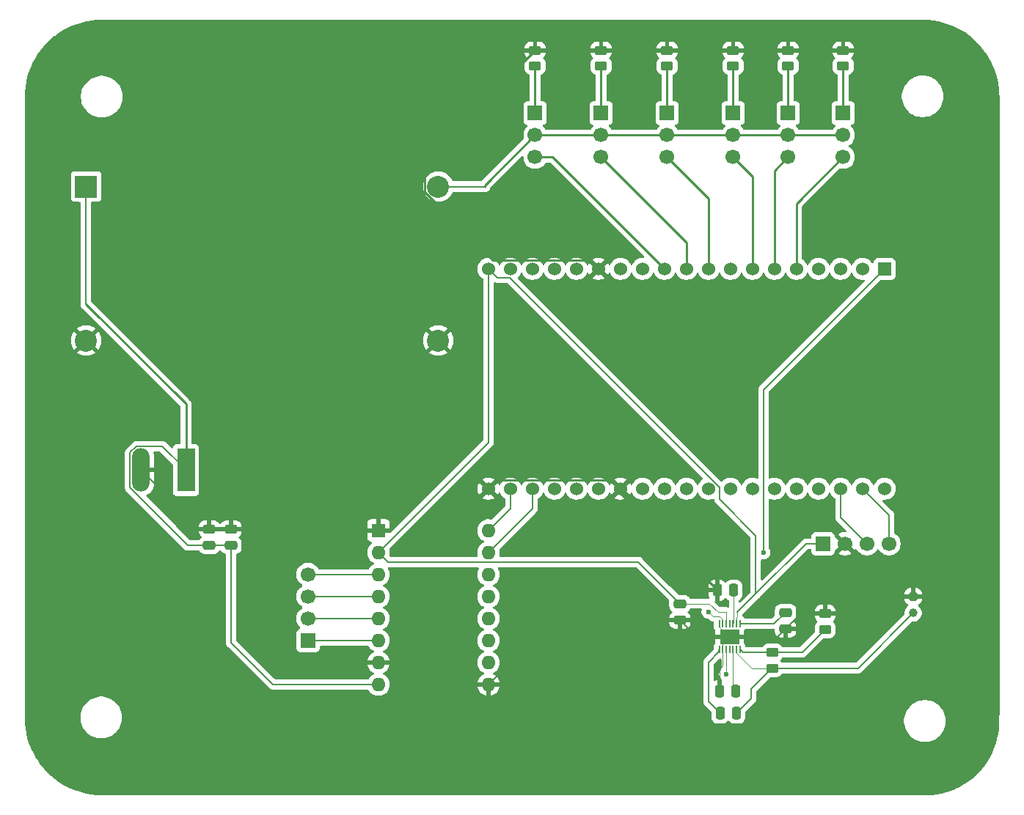
<source format=gtl>
%TF.GenerationSoftware,KiCad,Pcbnew,9.0.4*%
%TF.CreationDate,2025-11-20T23:01:34-05:00*%
%TF.ProjectId,Hand_System_Rev_1,48616e64-5f53-4797-9374-656d5f526576,rev?*%
%TF.SameCoordinates,Original*%
%TF.FileFunction,Copper,L1,Top*%
%TF.FilePolarity,Positive*%
%FSLAX46Y46*%
G04 Gerber Fmt 4.6, Leading zero omitted, Abs format (unit mm)*
G04 Created by KiCad (PCBNEW 9.0.4) date 2025-11-20 23:01:34*
%MOMM*%
%LPD*%
G01*
G04 APERTURE LIST*
G04 Aperture macros list*
%AMRoundRect*
0 Rectangle with rounded corners*
0 $1 Rounding radius*
0 $2 $3 $4 $5 $6 $7 $8 $9 X,Y pos of 4 corners*
0 Add a 4 corners polygon primitive as box body*
4,1,4,$2,$3,$4,$5,$6,$7,$8,$9,$2,$3,0*
0 Add four circle primitives for the rounded corners*
1,1,$1+$1,$2,$3*
1,1,$1+$1,$4,$5*
1,1,$1+$1,$6,$7*
1,1,$1+$1,$8,$9*
0 Add four rect primitives between the rounded corners*
20,1,$1+$1,$2,$3,$4,$5,0*
20,1,$1+$1,$4,$5,$6,$7,0*
20,1,$1+$1,$6,$7,$8,$9,0*
20,1,$1+$1,$8,$9,$2,$3,0*%
G04 Aperture macros list end*
%TA.AperFunction,ComponentPad*%
%ADD10R,1.700000X1.700000*%
%TD*%
%TA.AperFunction,ComponentPad*%
%ADD11C,1.700000*%
%TD*%
%TA.AperFunction,SMDPad,CuDef*%
%ADD12RoundRect,0.250000X-0.450000X0.262500X-0.450000X-0.262500X0.450000X-0.262500X0.450000X0.262500X0*%
%TD*%
%TA.AperFunction,SMDPad,CuDef*%
%ADD13RoundRect,0.250000X-0.475000X0.250000X-0.475000X-0.250000X0.475000X-0.250000X0.475000X0.250000X0*%
%TD*%
%TA.AperFunction,ComponentPad*%
%ADD14R,2.020000X5.020000*%
%TD*%
%TA.AperFunction,ComponentPad*%
%ADD15O,2.020000X5.020000*%
%TD*%
%TA.AperFunction,SMDPad,CuDef*%
%ADD16RoundRect,0.250000X0.475000X-0.250000X0.475000X0.250000X-0.475000X0.250000X-0.475000X-0.250000X0*%
%TD*%
%TA.AperFunction,SMDPad,CuDef*%
%ADD17RoundRect,0.027500X-0.082500X0.352500X-0.082500X-0.352500X0.082500X-0.352500X0.082500X0.352500X0*%
%TD*%
%TA.AperFunction,SMDPad,CuDef*%
%ADD18R,2.300000X1.700000*%
%TD*%
%TA.AperFunction,SMDPad,CuDef*%
%ADD19RoundRect,0.250000X0.450000X-0.262500X0.450000X0.262500X-0.450000X0.262500X-0.450000X-0.262500X0*%
%TD*%
%TA.AperFunction,ComponentPad*%
%ADD20R,1.600000X1.600000*%
%TD*%
%TA.AperFunction,ComponentPad*%
%ADD21O,1.600000X1.600000*%
%TD*%
%TA.AperFunction,ComponentPad*%
%ADD22RoundRect,0.250000X-0.250000X0.250000X-0.250000X-0.250000X0.250000X-0.250000X0.250000X0.250000X0*%
%TD*%
%TA.AperFunction,ComponentPad*%
%ADD23C,1.000000*%
%TD*%
%TA.AperFunction,SMDPad,CuDef*%
%ADD24RoundRect,0.250000X-0.250000X-0.475000X0.250000X-0.475000X0.250000X0.475000X-0.250000X0.475000X0*%
%TD*%
%TA.AperFunction,ComponentPad*%
%ADD25R,1.530000X1.530000*%
%TD*%
%TA.AperFunction,ComponentPad*%
%ADD26C,1.530000*%
%TD*%
%TA.AperFunction,ComponentPad*%
%ADD27R,2.540000X2.540000*%
%TD*%
%TA.AperFunction,ComponentPad*%
%ADD28C,2.540000*%
%TD*%
%TA.AperFunction,SMDPad,CuDef*%
%ADD29RoundRect,0.250000X0.250000X0.475000X-0.250000X0.475000X-0.250000X-0.475000X0.250000X-0.475000X0*%
%TD*%
%TA.AperFunction,ViaPad*%
%ADD30C,0.600000*%
%TD*%
%TA.AperFunction,Conductor*%
%ADD31C,0.250000*%
%TD*%
%TA.AperFunction,Conductor*%
%ADD32C,0.100000*%
%TD*%
%TA.AperFunction,Conductor*%
%ADD33C,0.200000*%
%TD*%
%TA.AperFunction,Conductor*%
%ADD34C,0.150000*%
%TD*%
G04 APERTURE END LIST*
D10*
%TO.P,M5,1,-*%
%TO.N,Net-(M5--)*%
X151765000Y-57785000D03*
D11*
%TO.P,M5,2,+*%
%TO.N,7.2V*%
X151765000Y-60325000D03*
%TO.P,M5,3,PWM*%
%TO.N,/RING*%
X151765000Y-62865000D03*
%TD*%
D12*
%TO.P,R3,2*%
%TO.N,Net-(M4--)*%
X159385000Y-52347500D03*
%TO.P,R3,1*%
%TO.N,GND*%
X159385000Y-50522500D03*
%TD*%
D10*
%TO.P,M4,1,-*%
%TO.N,Net-(M4--)*%
X159385000Y-57785000D03*
D11*
%TO.P,M4,2,+*%
%TO.N,7.2V*%
X159385000Y-60325000D03*
%TO.P,M4,3,PWM*%
%TO.N,/MIDDLE*%
X159385000Y-62865000D03*
%TD*%
D12*
%TO.P,R8,1*%
%TO.N,GND*%
X187325000Y-50522500D03*
%TO.P,R8,2*%
%TO.N,Net-(M1--)*%
X187325000Y-52347500D03*
%TD*%
%TO.P,R7,1*%
%TO.N,GND*%
X180975000Y-50522500D03*
%TO.P,R7,2*%
%TO.N,Net-(M2--)*%
X180975000Y-52347500D03*
%TD*%
%TO.P,R6,1*%
%TO.N,GND*%
X167005000Y-50522500D03*
%TO.P,R6,2*%
%TO.N,Net-(M3--)*%
X167005000Y-52347500D03*
%TD*%
%TO.P,R5,1*%
%TO.N,GND*%
X174625000Y-50522500D03*
%TO.P,R5,2*%
%TO.N,Net-(M6--)*%
X174625000Y-52347500D03*
%TD*%
%TO.P,R4,1*%
%TO.N,GND*%
X151765000Y-50522500D03*
%TO.P,R4,2*%
%TO.N,Net-(M5--)*%
X151765000Y-52347500D03*
%TD*%
D13*
%TO.P,C7,1*%
%TO.N,5V*%
X168482000Y-114448000D03*
%TO.P,C7,2*%
%TO.N,GND*%
X168482000Y-116348000D03*
%TD*%
D10*
%TO.P,U4,1,VCC*%
%TO.N,5V*%
X184992000Y-107524000D03*
D11*
%TO.P,U4,2,GND*%
%TO.N,GND*%
X187532000Y-107524000D03*
%TO.P,U4,3,CW*%
%TO.N,/CW*%
X190072000Y-107524000D03*
%TO.P,U4,4,DT*%
%TO.N,/DT*%
X192612000Y-107524000D03*
%TD*%
D14*
%TO.P,J1,1*%
%TO.N,12V*%
X111468000Y-99020000D03*
D15*
%TO.P,J1,2*%
%TO.N,GND*%
X106288000Y-99020000D03*
%TD*%
D16*
%TO.P,C5,1*%
%TO.N,GND*%
X180674000Y-117364000D03*
%TO.P,C5,2*%
%TO.N,Net-(U5-CT)*%
X180674000Y-115464000D03*
%TD*%
D17*
%TO.P,U5,1,CT*%
%TO.N,Net-(U5-CT)*%
X175423000Y-116775000D03*
%TO.P,U5,2,~{SHDN}*%
%TO.N,5V*%
X175023000Y-116775000D03*
%TO.P,U5,3,CG*%
%TO.N,Net-(U5-CG)*%
X174623000Y-116775000D03*
%TO.P,U5,4*%
%TO.N,N/C*%
X174223000Y-116775000D03*
%TO.P,U5,5,VDD*%
%TO.N,5V*%
X173823000Y-116775000D03*
%TO.P,U5,6,MICOUT*%
%TO.N,/MP_OUT*%
X173423000Y-116775000D03*
%TO.P,U5,7,GND*%
%TO.N,GND*%
X173023000Y-116775000D03*
%TO.P,U5,8,MICIN*%
%TO.N,Net-(U5-MICIN)*%
X173023000Y-119745000D03*
%TO.P,U5,9,A/R*%
%TO.N,GND*%
X173423000Y-119745000D03*
%TO.P,U5,10,GAIN*%
%TO.N,3.3V*%
X173823000Y-119745000D03*
%TO.P,U5,11*%
%TO.N,N/C*%
X174223000Y-119745000D03*
%TO.P,U5,12,BIAS*%
%TO.N,Net-(U5-BIAS)*%
X174623000Y-119745000D03*
%TO.P,U5,13,MICBIAS*%
%TO.N,Net-(MK1-+)*%
X175023000Y-119745000D03*
%TO.P,U5,14,TH*%
%TO.N,Net-(U5-TH)*%
X175423000Y-119745000D03*
D18*
%TO.P,U5,15,EP*%
%TO.N,GND*%
X174223000Y-118260000D03*
%TD*%
D19*
%TO.P,R2,1*%
%TO.N,Net-(U5-TH)*%
X185246000Y-117430000D03*
%TO.P,R2,2*%
%TO.N,GND*%
X185246000Y-115605000D03*
%TD*%
D20*
%TO.P,U3,1,GND*%
%TO.N,GND*%
X133684000Y-106000000D03*
D21*
%TO.P,U3,2,VDD*%
%TO.N,5V*%
X133684000Y-108540000D03*
%TO.P,U3,3,1B*%
%TO.N,Net-(U3-1B)*%
X133684000Y-111080000D03*
%TO.P,U3,4,1A*%
%TO.N,Net-(U3-1A)*%
X133684000Y-113620000D03*
%TO.P,U3,5,2A*%
%TO.N,Net-(M7--)*%
X133684000Y-116160000D03*
%TO.P,U3,6,2B*%
%TO.N,Net-(U3-2B)*%
X133684000Y-118700000D03*
%TO.P,U3,7,GND*%
%TO.N,GND*%
X133684000Y-121240000D03*
%TO.P,U3,8,VMOT*%
%TO.N,12V*%
X133684000Y-123780000D03*
%TO.P,U3,9,~{ENABLE}*%
%TO.N,GND*%
X146384000Y-123780000D03*
%TO.P,U3,10,MS1*%
%TO.N,unconnected-(U3-MS1-Pad10)*%
X146384000Y-121240000D03*
%TO.P,U3,11,MS2*%
%TO.N,unconnected-(U3-MS2-Pad11)*%
X146384000Y-118700000D03*
%TO.P,U3,12,MS3*%
%TO.N,unconnected-(U3-MS3-Pad12)*%
X146384000Y-116160000D03*
%TO.P,U3,13,~{RESET}*%
%TO.N,unconnected-(U3-~{RESET}-Pad13)*%
X146384000Y-113620000D03*
%TO.P,U3,14,~{SLEEP}*%
%TO.N,unconnected-(U3-~{SLEEP}-Pad14)*%
X146384000Y-111080000D03*
%TO.P,U3,15,STEP*%
%TO.N,/STEP_PIN*%
X146384000Y-108540000D03*
%TO.P,U3,16,DIR*%
%TO.N,/DIR_PIN*%
X146384000Y-106000000D03*
%TD*%
D10*
%TO.P,M3,1,-*%
%TO.N,Net-(M3--)*%
X167005000Y-57785000D03*
D11*
%TO.P,M3,2,+*%
%TO.N,7.2V*%
X167005000Y-60325000D03*
%TO.P,M3,3,PWM*%
%TO.N,/INDEX*%
X167005000Y-62865000D03*
%TD*%
D19*
%TO.P,R1,1*%
%TO.N,Net-(MK1-+)*%
X179150000Y-121898500D03*
%TO.P,R1,2*%
%TO.N,Net-(U5-TH)*%
X179150000Y-120073500D03*
%TD*%
D10*
%TO.P,M7,1*%
%TO.N,Net-(U3-2B)*%
X125556000Y-118700000D03*
D11*
%TO.P,M7,2,-*%
%TO.N,Net-(M7--)*%
X125556000Y-116160000D03*
%TO.P,M7,3*%
%TO.N,Net-(U3-1A)*%
X125556000Y-113620000D03*
%TO.P,M7,4*%
%TO.N,Net-(U3-1B)*%
X125556000Y-111080000D03*
%TD*%
D10*
%TO.P,M1,1,-*%
%TO.N,Net-(M1--)*%
X187325000Y-57785000D03*
D11*
%TO.P,M1,2,+*%
%TO.N,7.2V*%
X187325000Y-60325000D03*
%TO.P,M1,3,PWM*%
%TO.N,/THUMB_1*%
X187325000Y-62865000D03*
%TD*%
D22*
%TO.P,MK1,1,-*%
%TO.N,GND*%
X195406000Y-113620000D03*
D23*
%TO.P,MK1,2,+*%
%TO.N,Net-(MK1-+)*%
X195406000Y-115520000D03*
%TD*%
D24*
%TO.P,C4,1*%
%TO.N,GND*%
X173054000Y-124542000D03*
%TO.P,C4,2*%
%TO.N,Net-(U5-BIAS)*%
X174954000Y-124542000D03*
%TD*%
D10*
%TO.P,M2,1,-*%
%TO.N,Net-(M2--)*%
X180975000Y-57785000D03*
D11*
%TO.P,M2,2,+*%
%TO.N,7.2V*%
X180975000Y-60325000D03*
%TO.P,M2,3,PWM*%
%TO.N,/THUMB_2*%
X180975000Y-62865000D03*
%TD*%
D10*
%TO.P,M6,1,-*%
%TO.N,Net-(M6--)*%
X174625000Y-57785000D03*
D11*
%TO.P,M6,2,+*%
%TO.N,7.2V*%
X174625000Y-60325000D03*
%TO.P,M6,3,PWM*%
%TO.N,/PINKIE*%
X174625000Y-62865000D03*
%TD*%
D16*
%TO.P,C2,1*%
%TO.N,12V*%
X116666000Y-107712000D03*
%TO.P,C2,2*%
%TO.N,GND*%
X116666000Y-105812000D03*
%TD*%
D25*
%TO.P,U1,1,3V3*%
%TO.N,3.3V*%
X192104000Y-75774000D03*
D26*
%TO.P,U1,2,EN*%
%TO.N,unconnected-(U1-EN-Pad2)*%
X189564000Y-75774000D03*
%TO.P,U1,3,VP*%
%TO.N,unconnected-(U1-VP-Pad3)*%
X187024000Y-75774000D03*
%TO.P,U1,4,VN*%
%TO.N,unconnected-(U1-VN-Pad4)*%
X184484000Y-75774000D03*
%TO.P,U1,5,34*%
%TO.N,/THUMB_1*%
X181944000Y-75774000D03*
%TO.P,U1,6,35*%
%TO.N,/THUMB_2*%
X179404000Y-75774000D03*
%TO.P,U1,7,32*%
%TO.N,/PINKIE*%
X176864000Y-75774000D03*
%TO.P,U1,8,33*%
%TO.N,unconnected-(U1-33-Pad8)*%
X174324000Y-75774000D03*
%TO.P,U1,9,25*%
%TO.N,/INDEX*%
X171784000Y-75774000D03*
%TO.P,U1,10,26*%
%TO.N,/MIDDLE*%
X169244000Y-75774000D03*
%TO.P,U1,11,27*%
%TO.N,/RING*%
X166704000Y-75774000D03*
%TO.P,U1,12,14*%
%TO.N,unconnected-(U1-14-Pad12)*%
X164164000Y-75774000D03*
%TO.P,U1,13,12*%
%TO.N,unconnected-(U1-12-Pad13)*%
X161624000Y-75774000D03*
%TO.P,U1,14,GND*%
%TO.N,GND*%
X159084000Y-75774000D03*
%TO.P,U1,15,13*%
%TO.N,unconnected-(U1-13-Pad15)*%
X156544000Y-75774000D03*
%TO.P,U1,16,D2*%
%TO.N,unconnected-(U1-D2-Pad16)*%
X154004000Y-75774000D03*
%TO.P,U1,17,D3*%
%TO.N,unconnected-(U1-D3-Pad17)*%
X151464000Y-75774000D03*
%TO.P,U1,18,CMD*%
%TO.N,unconnected-(U1-CMD-Pad18)*%
X148924000Y-75774000D03*
%TO.P,U1,19,5V*%
%TO.N,5V*%
X146384000Y-75774000D03*
%TO.P,U1,20,GND__1*%
%TO.N,GND*%
X146384000Y-101174000D03*
%TO.P,U1,21,23*%
%TO.N,/DIR_PIN*%
X148924000Y-101174000D03*
%TO.P,U1,22,22*%
%TO.N,/STEP_PIN*%
X151464000Y-101174000D03*
%TO.P,U1,23,TX*%
%TO.N,unconnected-(U1-TX-Pad23)*%
X154004000Y-101174000D03*
%TO.P,U1,24,RX*%
%TO.N,unconnected-(U1-RX-Pad24)*%
X156544000Y-101174000D03*
%TO.P,U1,25,21*%
%TO.N,/MP_OUT*%
X159084000Y-101174000D03*
%TO.P,U1,26,GND__2*%
%TO.N,GND*%
X161624000Y-101174000D03*
%TO.P,U1,27,19*%
%TO.N,unconnected-(U1-19-Pad27)*%
X164164000Y-101174000D03*
%TO.P,U1,28,18*%
%TO.N,unconnected-(U1-18-Pad28)*%
X166704000Y-101174000D03*
%TO.P,U1,29,5*%
%TO.N,unconnected-(U1-5-Pad29)*%
X169244000Y-101174000D03*
%TO.P,U1,30,17*%
%TO.N,unconnected-(U1-17-Pad30)*%
X171784000Y-101174000D03*
%TO.P,U1,31,16*%
%TO.N,unconnected-(U1-16-Pad31)*%
X174324000Y-101174000D03*
%TO.P,U1,32,4*%
%TO.N,unconnected-(U1-4-Pad32)*%
X176864000Y-101174000D03*
%TO.P,U1,33,0*%
%TO.N,unconnected-(U1-0-Pad33)*%
X179404000Y-101174000D03*
%TO.P,U1,34,2*%
%TO.N,unconnected-(U1-2-Pad34)*%
X181944000Y-101174000D03*
%TO.P,U1,35,15*%
%TO.N,unconnected-(U1-15-Pad35)*%
X184484000Y-101174000D03*
%TO.P,U1,36,D1*%
%TO.N,/CW*%
X187024000Y-101174000D03*
%TO.P,U1,37,D0*%
%TO.N,/DT*%
X189564000Y-101174000D03*
%TO.P,U1,38,CLK*%
%TO.N,unconnected-(U1-CLK-Pad38)*%
X192104000Y-101174000D03*
%TD*%
D27*
%TO.P,U2,1,Vin*%
%TO.N,12V*%
X99950000Y-66270000D03*
D28*
%TO.P,U2,2,GND*%
%TO.N,GND*%
X99950000Y-84050000D03*
%TO.P,U2,3,GND*%
X140590000Y-84050000D03*
%TO.P,U2,4,Vout*%
%TO.N,7.2V*%
X140590000Y-66270000D03*
%TD*%
D24*
%TO.P,C6,1*%
%TO.N,GND*%
X172800000Y-112900000D03*
%TO.P,C6,2*%
%TO.N,Net-(U5-CG)*%
X174700000Y-112900000D03*
%TD*%
D29*
%TO.P,C3,1*%
%TO.N,Net-(MK1-+)*%
X175020000Y-127082000D03*
%TO.P,C3,2*%
%TO.N,Net-(U5-MICIN)*%
X173120000Y-127082000D03*
%TD*%
D16*
%TO.P,C1,1*%
%TO.N,12V*%
X114158000Y-107712000D03*
%TO.P,C1,2*%
%TO.N,GND*%
X114158000Y-105812000D03*
%TD*%
D30*
%TO.N,3.3V*%
X178134000Y-108540000D03*
X173816000Y-122600000D03*
%TO.N,/MP_OUT*%
X171784000Y-115398000D03*
%TD*%
D31*
%TO.N,GND*%
X146866625Y-74733000D02*
X158043000Y-74733000D01*
X139044000Y-66910375D02*
X146866625Y-74733000D01*
X139044000Y-63243500D02*
X139044000Y-66910375D01*
X151765000Y-50522500D02*
X139044000Y-63243500D01*
X158043000Y-74733000D02*
X159084000Y-75774000D01*
%TO.N,Net-(M1--)*%
X187325000Y-57785000D02*
X187325000Y-52347500D01*
%TO.N,Net-(M2--)*%
X180975000Y-57785000D02*
X180975000Y-52347500D01*
%TO.N,Net-(M6--)*%
X174625000Y-57785000D02*
X174625000Y-52347500D01*
%TO.N,Net-(M3--)*%
X167005000Y-57785000D02*
X167005000Y-52347500D01*
%TO.N,Net-(M4--)*%
X159385000Y-57785000D02*
X159385000Y-52347500D01*
%TO.N,Net-(M5--)*%
X151765000Y-57785000D02*
X151765000Y-52347500D01*
%TO.N,/THUMB_1*%
X187325000Y-62865000D02*
X181944000Y-68246000D01*
X181944000Y-68246000D02*
X181944000Y-75774000D01*
%TO.N,/THUMB_2*%
X179404000Y-64436000D02*
X179404000Y-75774000D01*
X180975000Y-62865000D02*
X179404000Y-64436000D01*
%TO.N,/PINKIE*%
X176864000Y-65104000D02*
X176864000Y-75774000D01*
X174625000Y-62865000D02*
X176864000Y-65104000D01*
%TO.N,/INDEX*%
X171784000Y-67644000D02*
X171784000Y-75774000D01*
X167005000Y-62865000D02*
X171784000Y-67644000D01*
%TO.N,/MIDDLE*%
X169244000Y-72724000D02*
X169244000Y-75774000D01*
X159385000Y-62865000D02*
X169244000Y-72724000D01*
%TO.N,/RING*%
X151765000Y-62865000D02*
X153795000Y-62865000D01*
X153795000Y-62865000D02*
X166704000Y-75774000D01*
%TO.N,GND*%
X187325000Y-50522500D02*
X151765000Y-50522500D01*
%TO.N,7.2V*%
X151765000Y-60325000D02*
X187325000Y-60325000D01*
X151765000Y-60325000D02*
X145982000Y-66108000D01*
X145982000Y-66108000D02*
X145982000Y-66270000D01*
D32*
%TO.N,3.3V*%
X173823000Y-121995000D02*
X173823000Y-119745000D01*
X173816000Y-122002000D02*
X173823000Y-121995000D01*
X173816000Y-122600000D02*
X173816000Y-122002000D01*
%TO.N,5V*%
X172850464Y-115400000D02*
X171898464Y-114448000D01*
X173823000Y-115400000D02*
X172850464Y-115400000D01*
X171898464Y-114448000D02*
X168482000Y-114448000D01*
X173823000Y-116775000D02*
X173823000Y-115400000D01*
D31*
%TO.N,GND*%
X147425000Y-100133000D02*
X146384000Y-101174000D01*
X161624000Y-101174000D02*
X160583000Y-100133000D01*
X160583000Y-100133000D02*
X147425000Y-100133000D01*
X172800000Y-112900000D02*
X161624000Y-101724000D01*
X161624000Y-101724000D02*
X161624000Y-101174000D01*
D33*
%TO.N,7.2V*%
X145982000Y-66270000D02*
X140590000Y-66270000D01*
%TO.N,5V*%
X148836841Y-76790000D02*
X173060000Y-101013159D01*
X147400000Y-76790000D02*
X148836841Y-76790000D01*
X146384000Y-75774000D02*
X147400000Y-76790000D01*
%TO.N,GND*%
X168482000Y-116348000D02*
X153816000Y-116348000D01*
X153816000Y-116348000D02*
X146384000Y-123780000D01*
D32*
%TO.N,Net-(U5-CG)*%
X174700000Y-116698000D02*
X174623000Y-116775000D01*
X174700000Y-112900000D02*
X174700000Y-116698000D01*
D33*
%TO.N,5V*%
X177226384Y-106577936D02*
X177226384Y-113326384D01*
X173060000Y-102411552D02*
X177226384Y-106577936D01*
D34*
X177226384Y-113326384D02*
X175129000Y-115423768D01*
D33*
X173060000Y-101013159D02*
X173060000Y-102411552D01*
D32*
%TO.N,GND*%
X173023000Y-117204622D02*
X174078378Y-118260000D01*
D31*
%TO.N,12V*%
X111468000Y-99020000D02*
X111468000Y-91410000D01*
D33*
X111696677Y-107712000D02*
X114158000Y-107712000D01*
X116666000Y-107712000D02*
X116666000Y-118954000D01*
X111696677Y-107712000D02*
X105027000Y-101042323D01*
X105027000Y-96997677D02*
X105765677Y-96259000D01*
X108707000Y-96259000D02*
X111468000Y-99020000D01*
D31*
X111468000Y-91410000D02*
X99902000Y-79844000D01*
D33*
X116666000Y-107712000D02*
X114158000Y-107712000D01*
X105765677Y-96259000D02*
X108707000Y-96259000D01*
X121492000Y-123780000D02*
X133684000Y-123780000D01*
X105027000Y-101042323D02*
X105027000Y-96997677D01*
X116666000Y-118954000D02*
X121492000Y-123780000D01*
X99902000Y-65868000D02*
X99902000Y-79844000D01*
%TO.N,GND*%
X174223000Y-118260000D02*
X170394000Y-118260000D01*
D32*
X173054000Y-121984768D02*
X173054000Y-124542000D01*
X173423000Y-119745000D02*
X173423000Y-121615768D01*
D33*
X116666000Y-105812000D02*
X114158000Y-105812000D01*
X179778000Y-118260000D02*
X174223000Y-118260000D01*
X187532000Y-107524000D02*
X185246000Y-109810000D01*
X193628000Y-113620000D02*
X187532000Y-107524000D01*
X195406000Y-113620000D02*
X193628000Y-113620000D01*
X117296000Y-106000000D02*
X133684000Y-106000000D01*
X114158000Y-105812000D02*
X113080000Y-105812000D01*
D32*
X173023000Y-116775000D02*
X173023000Y-117204622D01*
D33*
X182433000Y-115605000D02*
X180674000Y-117364000D01*
X116666000Y-105812000D02*
X117108000Y-105812000D01*
D32*
X173423000Y-119060000D02*
X174223000Y-118260000D01*
X173423000Y-119745000D02*
X173423000Y-119060000D01*
D33*
X185246000Y-115605000D02*
X182433000Y-115605000D01*
X180674000Y-117364000D02*
X179778000Y-118260000D01*
X113080000Y-105812000D02*
X106288000Y-99020000D01*
X170394000Y-118260000D02*
X168482000Y-116348000D01*
X185246000Y-109810000D02*
X185246000Y-115605000D01*
X117108000Y-105812000D02*
X117296000Y-106000000D01*
D32*
X173423000Y-121615768D02*
X173054000Y-121984768D01*
D33*
X106826000Y-99020000D02*
X106288000Y-99020000D01*
%TO.N,Net-(U5-MICIN)*%
X173120000Y-127082000D02*
X171784000Y-125746000D01*
X171784000Y-125746000D02*
X171784000Y-121240000D01*
X173012000Y-120012000D02*
X173012000Y-119745000D01*
X171784000Y-121240000D02*
X173012000Y-120012000D01*
D32*
%TO.N,Net-(MK1-+)*%
X175023000Y-119745000D02*
X175023000Y-120161000D01*
X175023000Y-120161000D02*
X176760500Y-121898500D01*
D33*
X175020000Y-127082000D02*
X176713500Y-125388500D01*
X179150000Y-121898500D02*
X179103000Y-121898500D01*
X179103000Y-121898500D02*
X176713500Y-124288000D01*
X176713500Y-125388500D02*
X176713500Y-124288000D01*
X195406000Y-115520000D02*
X189027500Y-121898500D01*
D32*
X176760500Y-121898500D02*
X179150000Y-121898500D01*
D33*
X189027500Y-121898500D02*
X179150000Y-121898500D01*
D32*
%TO.N,Net-(U5-BIAS)*%
X174623000Y-119745000D02*
X174623000Y-124211000D01*
X174623000Y-124211000D02*
X174954000Y-124542000D01*
D33*
%TO.N,Net-(U5-CT)*%
X179363000Y-116775000D02*
X175434000Y-116775000D01*
X180674000Y-115464000D02*
X179363000Y-116775000D01*
%TO.N,3.3V*%
X192104000Y-75774000D02*
X178134000Y-89744000D01*
X178134000Y-89744000D02*
X178134000Y-108540000D01*
%TO.N,Net-(U3-2B)*%
X133684000Y-118700000D02*
X125556000Y-118700000D01*
%TO.N,Net-(M7--)*%
X133684000Y-116160000D02*
X125556000Y-116160000D01*
%TO.N,Net-(U3-1A)*%
X133684000Y-113620000D02*
X125556000Y-113620000D01*
%TO.N,Net-(U3-1B)*%
X133684000Y-111080000D02*
X125556000Y-111080000D01*
%TO.N,Net-(U5-TH)*%
X179150000Y-120073500D02*
X175762500Y-120073500D01*
X182602500Y-120073500D02*
X179150000Y-120073500D01*
X185246000Y-117430000D02*
X182602500Y-120073500D01*
X175762500Y-120073500D02*
X175434000Y-119745000D01*
%TO.N,/CW*%
X190072000Y-107524000D02*
X187024000Y-104476000D01*
X187024000Y-104476000D02*
X187024000Y-101174000D01*
%TO.N,/DIR_PIN*%
X148924000Y-103460000D02*
X146384000Y-106000000D01*
X148924000Y-101174000D02*
X148924000Y-103460000D01*
%TO.N,/STEP_PIN*%
X151464000Y-101174000D02*
X151464000Y-103460000D01*
X151464000Y-103460000D02*
X146384000Y-108540000D01*
D32*
%TO.N,5V*%
X175023000Y-116775000D02*
X175023000Y-115986232D01*
D34*
X183028768Y-107524000D02*
X177226384Y-113326384D01*
D33*
X133684000Y-108540000D02*
X134785000Y-109641000D01*
X146384000Y-95840000D02*
X133684000Y-108540000D01*
X146384000Y-75774000D02*
X146384000Y-95840000D01*
D34*
X184992000Y-107524000D02*
X183028768Y-107524000D01*
D33*
X163675000Y-109641000D02*
X168482000Y-114448000D01*
D32*
X175129000Y-115880232D02*
X175129000Y-115423768D01*
D33*
X134785000Y-109641000D02*
X163675000Y-109641000D01*
D32*
X175023000Y-115986232D02*
X175129000Y-115880232D01*
%TO.N,/MP_OUT*%
X173423000Y-116775000D02*
X173423000Y-116275000D01*
X173076768Y-115928768D02*
X172314768Y-115928768D01*
X173423000Y-116275000D02*
X173076768Y-115928768D01*
X172314768Y-115928768D02*
X171784000Y-115398000D01*
D33*
%TO.N,/DT*%
X189564000Y-101174000D02*
X192612000Y-104222000D01*
X192612000Y-104222000D02*
X192612000Y-107524000D01*
D32*
%TO.N,GND*%
X174078378Y-118260000D02*
X174223000Y-118260000D01*
%TD*%
%TA.AperFunction,Conductor*%
%TO.N,GND*%
G36*
X173191834Y-120783914D02*
G01*
X173247767Y-120825786D01*
X173272184Y-120891250D01*
X173272500Y-120900096D01*
X173272500Y-121887075D01*
X173271745Y-121892805D01*
X173272028Y-121897886D01*
X173271082Y-121908690D01*
X173265500Y-121929525D01*
X173265500Y-121972476D01*
X173265028Y-121977870D01*
X173254192Y-122005567D01*
X173245815Y-122034098D01*
X173241603Y-122037747D01*
X173239573Y-122042938D01*
X173229181Y-122054740D01*
X173194213Y-122089707D01*
X173194210Y-122089711D01*
X173106609Y-122220814D01*
X173106602Y-122220827D01*
X173046264Y-122366498D01*
X173046261Y-122366510D01*
X173015500Y-122521153D01*
X173015500Y-122678846D01*
X173046261Y-122833489D01*
X173046264Y-122833501D01*
X173106602Y-122979172D01*
X173106609Y-122979185D01*
X173194210Y-123110288D01*
X173194213Y-123110292D01*
X173267681Y-123183760D01*
X173301166Y-123245083D01*
X173304000Y-123271441D01*
X173304000Y-124418000D01*
X173284315Y-124485039D01*
X173231511Y-124530794D01*
X173180000Y-124542000D01*
X172928000Y-124542000D01*
X172860961Y-124522315D01*
X172815206Y-124469511D01*
X172804000Y-124418000D01*
X172804000Y-123317000D01*
X172803999Y-123316999D01*
X172754029Y-123317000D01*
X172754011Y-123317001D01*
X172651302Y-123327494D01*
X172547504Y-123361890D01*
X172477676Y-123364292D01*
X172417634Y-123328560D01*
X172386441Y-123266040D01*
X172384500Y-123244184D01*
X172384500Y-121540096D01*
X172404185Y-121473057D01*
X172420814Y-121452420D01*
X173060821Y-120812413D01*
X173122142Y-120778930D01*
X173191834Y-120783914D01*
G37*
%TD.AperFunction*%
%TA.AperFunction,Conductor*%
G36*
X162678417Y-101874863D02*
G01*
X162678418Y-101874863D01*
X162705924Y-101837005D01*
X162783234Y-101685277D01*
X162831208Y-101634481D01*
X162899029Y-101617686D01*
X162965164Y-101640223D01*
X163004204Y-101685277D01*
X163024662Y-101725427D01*
X163081647Y-101837266D01*
X163198731Y-101998418D01*
X163339582Y-102139269D01*
X163500734Y-102256353D01*
X163650171Y-102332495D01*
X163678219Y-102346786D01*
X163867657Y-102408338D01*
X163867658Y-102408338D01*
X163867661Y-102408339D01*
X164064403Y-102439500D01*
X164064404Y-102439500D01*
X164263596Y-102439500D01*
X164263597Y-102439500D01*
X164460339Y-102408339D01*
X164460342Y-102408338D01*
X164460343Y-102408338D01*
X164649780Y-102346786D01*
X164649780Y-102346785D01*
X164649783Y-102346785D01*
X164827266Y-102256353D01*
X164988418Y-102139269D01*
X165129269Y-101998418D01*
X165246353Y-101837266D01*
X165323515Y-101685827D01*
X165371490Y-101635031D01*
X165439311Y-101618236D01*
X165505446Y-101640773D01*
X165544485Y-101685827D01*
X165621647Y-101837266D01*
X165738731Y-101998418D01*
X165879582Y-102139269D01*
X166040734Y-102256353D01*
X166190171Y-102332495D01*
X166218219Y-102346786D01*
X166407657Y-102408338D01*
X166407658Y-102408338D01*
X166407661Y-102408339D01*
X166604403Y-102439500D01*
X166604404Y-102439500D01*
X166803596Y-102439500D01*
X166803597Y-102439500D01*
X167000339Y-102408339D01*
X167000342Y-102408338D01*
X167000343Y-102408338D01*
X167189780Y-102346786D01*
X167189780Y-102346785D01*
X167189783Y-102346785D01*
X167367266Y-102256353D01*
X167528418Y-102139269D01*
X167669269Y-101998418D01*
X167786353Y-101837266D01*
X167863515Y-101685827D01*
X167911490Y-101635031D01*
X167979311Y-101618236D01*
X168045446Y-101640773D01*
X168084485Y-101685827D01*
X168161647Y-101837266D01*
X168278731Y-101998418D01*
X168419582Y-102139269D01*
X168580734Y-102256353D01*
X168730171Y-102332495D01*
X168758219Y-102346786D01*
X168947657Y-102408338D01*
X168947658Y-102408338D01*
X168947661Y-102408339D01*
X169144403Y-102439500D01*
X169144404Y-102439500D01*
X169343596Y-102439500D01*
X169343597Y-102439500D01*
X169540339Y-102408339D01*
X169540342Y-102408338D01*
X169540343Y-102408338D01*
X169729780Y-102346786D01*
X169729780Y-102346785D01*
X169729783Y-102346785D01*
X169907266Y-102256353D01*
X170068418Y-102139269D01*
X170209269Y-101998418D01*
X170326353Y-101837266D01*
X170403515Y-101685827D01*
X170451490Y-101635031D01*
X170519311Y-101618236D01*
X170585446Y-101640773D01*
X170624485Y-101685827D01*
X170701647Y-101837266D01*
X170818731Y-101998418D01*
X170959582Y-102139269D01*
X171120734Y-102256353D01*
X171270171Y-102332495D01*
X171298219Y-102346786D01*
X171487657Y-102408338D01*
X171487658Y-102408338D01*
X171487661Y-102408339D01*
X171684403Y-102439500D01*
X171684404Y-102439500D01*
X171883596Y-102439500D01*
X171883597Y-102439500D01*
X172080339Y-102408339D01*
X172080342Y-102408338D01*
X172080343Y-102408338D01*
X172269778Y-102346787D01*
X172269780Y-102346785D01*
X172269783Y-102346785D01*
X172279200Y-102341986D01*
X172347867Y-102329087D01*
X172412609Y-102355360D01*
X172452869Y-102412465D01*
X172459499Y-102452469D01*
X172459499Y-102490606D01*
X172459498Y-102490606D01*
X172500423Y-102643337D01*
X172529358Y-102693452D01*
X172529359Y-102693456D01*
X172529360Y-102693456D01*
X172579479Y-102780266D01*
X172579481Y-102780269D01*
X172698349Y-102899137D01*
X172698355Y-102899142D01*
X176589565Y-106790352D01*
X176623050Y-106851675D01*
X176625884Y-106878033D01*
X176625884Y-113061642D01*
X176606199Y-113128681D01*
X176589565Y-113149323D01*
X175462181Y-114276707D01*
X175400858Y-114310192D01*
X175331166Y-114305208D01*
X175275233Y-114263336D01*
X175250816Y-114197872D01*
X175250500Y-114189026D01*
X175250500Y-114140638D01*
X175270185Y-114073599D01*
X175309401Y-114035100D01*
X175418656Y-113967712D01*
X175542712Y-113843656D01*
X175634814Y-113694334D01*
X175689999Y-113527797D01*
X175700500Y-113425009D01*
X175700499Y-112374992D01*
X175697790Y-112348477D01*
X175689999Y-112272203D01*
X175689998Y-112272200D01*
X175634814Y-112105666D01*
X175542712Y-111956344D01*
X175418656Y-111832288D01*
X175269334Y-111740186D01*
X175102797Y-111685001D01*
X175102795Y-111685000D01*
X175000010Y-111674500D01*
X174399998Y-111674500D01*
X174399980Y-111674501D01*
X174297203Y-111685000D01*
X174297200Y-111685001D01*
X174130668Y-111740185D01*
X174130663Y-111740187D01*
X173981342Y-111832289D01*
X173857288Y-111956343D01*
X173857283Y-111956349D01*
X173855241Y-111959661D01*
X173853247Y-111961453D01*
X173852807Y-111962011D01*
X173852711Y-111961935D01*
X173803291Y-112006383D01*
X173734328Y-112017602D01*
X173670247Y-111989755D01*
X173644168Y-111959656D01*
X173642319Y-111956659D01*
X173642316Y-111956655D01*
X173518345Y-111832684D01*
X173369124Y-111740643D01*
X173369119Y-111740641D01*
X173202697Y-111685494D01*
X173202690Y-111685493D01*
X173099986Y-111675000D01*
X173050000Y-111675000D01*
X173050000Y-114124999D01*
X173099972Y-114124999D01*
X173099986Y-114124998D01*
X173202697Y-114114505D01*
X173369119Y-114059358D01*
X173369124Y-114059356D01*
X173518345Y-113967315D01*
X173642318Y-113843342D01*
X173644165Y-113840348D01*
X173645969Y-113838724D01*
X173646798Y-113837677D01*
X173646976Y-113837818D01*
X173696110Y-113793621D01*
X173765073Y-113782396D01*
X173829156Y-113810236D01*
X173855243Y-113840341D01*
X173857288Y-113843656D01*
X173981344Y-113967712D01*
X174090597Y-114035099D01*
X174137321Y-114087047D01*
X174149500Y-114140638D01*
X174149500Y-114755966D01*
X174129815Y-114823005D01*
X174077011Y-114868760D01*
X174007853Y-114878704D01*
X173993407Y-114875741D01*
X173966104Y-114868425D01*
X173895475Y-114849500D01*
X173895474Y-114849500D01*
X173129851Y-114849500D01*
X173062812Y-114829815D01*
X173042170Y-114813181D01*
X172539675Y-114310686D01*
X172506190Y-114249363D01*
X172511174Y-114179671D01*
X172539675Y-114135324D01*
X172550000Y-114124999D01*
X172550000Y-113150000D01*
X171800001Y-113150000D01*
X171800001Y-113424986D01*
X171810494Y-113527697D01*
X171865641Y-113694119D01*
X171865645Y-113694128D01*
X171874451Y-113708404D01*
X171892891Y-113775796D01*
X171871968Y-113842460D01*
X171818326Y-113887229D01*
X171768912Y-113897500D01*
X169722638Y-113897500D01*
X169655599Y-113877815D01*
X169617099Y-113838597D01*
X169616532Y-113837677D01*
X169549712Y-113729344D01*
X169425656Y-113605288D01*
X169332888Y-113548069D01*
X169276336Y-113513187D01*
X169276331Y-113513185D01*
X169220109Y-113494555D01*
X169109797Y-113458001D01*
X169109795Y-113458000D01*
X169007016Y-113447500D01*
X169007009Y-113447500D01*
X168382098Y-113447500D01*
X168315059Y-113427815D01*
X168294417Y-113411181D01*
X167342781Y-112459545D01*
X167258249Y-112375013D01*
X171800000Y-112375013D01*
X171800000Y-112650000D01*
X172550000Y-112650000D01*
X172550000Y-111675000D01*
X172549999Y-111674999D01*
X172500029Y-111675000D01*
X172500011Y-111675001D01*
X172397302Y-111685494D01*
X172230880Y-111740641D01*
X172230875Y-111740643D01*
X172081654Y-111832684D01*
X171957684Y-111956654D01*
X171865643Y-112105875D01*
X171865641Y-112105880D01*
X171810494Y-112272302D01*
X171810493Y-112272309D01*
X171800000Y-112375013D01*
X167258249Y-112375013D01*
X164162590Y-109279355D01*
X164162588Y-109279352D01*
X164043717Y-109160481D01*
X164043716Y-109160480D01*
X163938228Y-109099577D01*
X163938227Y-109099576D01*
X163906783Y-109081422D01*
X163850881Y-109066443D01*
X163754057Y-109040499D01*
X163595943Y-109040499D01*
X163588347Y-109040499D01*
X163588331Y-109040500D01*
X147759476Y-109040500D01*
X147692437Y-109020815D01*
X147646682Y-108968011D01*
X147636738Y-108898853D01*
X147641545Y-108878183D01*
X147652475Y-108844542D01*
X147652475Y-108844538D01*
X147652477Y-108844534D01*
X147684500Y-108642352D01*
X147684500Y-108437648D01*
X147652477Y-108235466D01*
X147647825Y-108221151D01*
X147645832Y-108151312D01*
X147678075Y-108095158D01*
X151822506Y-103950728D01*
X151822511Y-103950724D01*
X151832714Y-103940520D01*
X151832716Y-103940520D01*
X151944520Y-103828716D01*
X151962093Y-103798277D01*
X151994885Y-103741481D01*
X152023575Y-103691788D01*
X152023574Y-103691788D01*
X152023577Y-103691785D01*
X152064501Y-103539057D01*
X152064501Y-103380943D01*
X152064501Y-103373348D01*
X152064500Y-103373330D01*
X152064500Y-102364258D01*
X152084185Y-102297219D01*
X152123727Y-102258520D01*
X152127249Y-102256361D01*
X152127266Y-102256353D01*
X152288418Y-102139269D01*
X152429269Y-101998418D01*
X152546353Y-101837266D01*
X152623515Y-101685827D01*
X152671490Y-101635031D01*
X152739311Y-101618236D01*
X152805446Y-101640773D01*
X152844485Y-101685827D01*
X152921647Y-101837266D01*
X153038731Y-101998418D01*
X153179582Y-102139269D01*
X153340734Y-102256353D01*
X153490171Y-102332495D01*
X153518219Y-102346786D01*
X153707657Y-102408338D01*
X153707658Y-102408338D01*
X153707661Y-102408339D01*
X153904403Y-102439500D01*
X153904404Y-102439500D01*
X154103596Y-102439500D01*
X154103597Y-102439500D01*
X154300339Y-102408339D01*
X154300342Y-102408338D01*
X154300343Y-102408338D01*
X154489780Y-102346786D01*
X154489780Y-102346785D01*
X154489783Y-102346785D01*
X154667266Y-102256353D01*
X154828418Y-102139269D01*
X154969269Y-101998418D01*
X155086353Y-101837266D01*
X155163515Y-101685827D01*
X155211490Y-101635031D01*
X155279311Y-101618236D01*
X155345446Y-101640773D01*
X155384485Y-101685827D01*
X155461647Y-101837266D01*
X155578731Y-101998418D01*
X155719582Y-102139269D01*
X155880734Y-102256353D01*
X156030171Y-102332495D01*
X156058219Y-102346786D01*
X156247657Y-102408338D01*
X156247658Y-102408338D01*
X156247661Y-102408339D01*
X156444403Y-102439500D01*
X156444404Y-102439500D01*
X156643596Y-102439500D01*
X156643597Y-102439500D01*
X156840339Y-102408339D01*
X156840342Y-102408338D01*
X156840343Y-102408338D01*
X157029780Y-102346786D01*
X157029780Y-102346785D01*
X157029783Y-102346785D01*
X157207266Y-102256353D01*
X157368418Y-102139269D01*
X157509269Y-101998418D01*
X157626353Y-101837266D01*
X157703515Y-101685827D01*
X157751490Y-101635031D01*
X157819311Y-101618236D01*
X157885446Y-101640773D01*
X157924485Y-101685827D01*
X158001647Y-101837266D01*
X158118731Y-101998418D01*
X158259582Y-102139269D01*
X158420734Y-102256353D01*
X158570171Y-102332495D01*
X158598219Y-102346786D01*
X158787657Y-102408338D01*
X158787658Y-102408338D01*
X158787661Y-102408339D01*
X158984403Y-102439500D01*
X158984404Y-102439500D01*
X159183596Y-102439500D01*
X159183597Y-102439500D01*
X159380339Y-102408339D01*
X159380342Y-102408338D01*
X159380343Y-102408338D01*
X159569780Y-102346786D01*
X159569780Y-102346785D01*
X159569783Y-102346785D01*
X159747266Y-102256353D01*
X159908418Y-102139269D01*
X160049269Y-101998418D01*
X160166353Y-101837266D01*
X160243795Y-101685276D01*
X160291769Y-101634481D01*
X160359590Y-101617686D01*
X160425725Y-101640223D01*
X160464765Y-101685277D01*
X160542077Y-101837008D01*
X160569580Y-101874863D01*
X160569581Y-101874864D01*
X161132871Y-101311574D01*
X161148755Y-101370853D01*
X161215898Y-101487147D01*
X161310853Y-101582102D01*
X161427147Y-101649245D01*
X161486425Y-101665128D01*
X160923134Y-102228417D01*
X160960994Y-102255924D01*
X161138405Y-102346320D01*
X161327777Y-102407852D01*
X161524437Y-102439000D01*
X161723563Y-102439000D01*
X161920222Y-102407852D01*
X162109594Y-102346320D01*
X162287005Y-102255924D01*
X162324863Y-102228418D01*
X162324863Y-102228417D01*
X161761574Y-101665128D01*
X161820853Y-101649245D01*
X161937147Y-101582102D01*
X162032102Y-101487147D01*
X162099245Y-101370853D01*
X162115128Y-101311574D01*
X162678417Y-101874863D01*
G37*
%TD.AperFunction*%
%TA.AperFunction,Conductor*%
G36*
X185825446Y-101640773D02*
G01*
X185864485Y-101685827D01*
X185941647Y-101837266D01*
X186058731Y-101998418D01*
X186199582Y-102139269D01*
X186360734Y-102256353D01*
X186360744Y-102256358D01*
X186364273Y-102258520D01*
X186411157Y-102310325D01*
X186423500Y-102364258D01*
X186423500Y-104389330D01*
X186423499Y-104389348D01*
X186423499Y-104555054D01*
X186423498Y-104555054D01*
X186423499Y-104555057D01*
X186464423Y-104707785D01*
X186492635Y-104756649D01*
X186493358Y-104757900D01*
X186493359Y-104757904D01*
X186493360Y-104757904D01*
X186543479Y-104844714D01*
X186543481Y-104844717D01*
X186662349Y-104963585D01*
X186662355Y-104963590D01*
X187661084Y-105962319D01*
X187694569Y-106023642D01*
X187689585Y-106093334D01*
X187647713Y-106149267D01*
X187582249Y-106173684D01*
X187573403Y-106174000D01*
X187425754Y-106174000D01*
X187215872Y-106207242D01*
X187215869Y-106207242D01*
X187013782Y-106272904D01*
X186824439Y-106369380D01*
X186770282Y-106408727D01*
X186770282Y-106408728D01*
X187402591Y-107041037D01*
X187339007Y-107058075D01*
X187224993Y-107123901D01*
X187131901Y-107216993D01*
X187066075Y-107331007D01*
X187049037Y-107394591D01*
X186378818Y-106724372D01*
X186345333Y-106663049D01*
X186342499Y-106636691D01*
X186342499Y-106626129D01*
X186342498Y-106626123D01*
X186342497Y-106626116D01*
X186336091Y-106566517D01*
X186310990Y-106499219D01*
X186285797Y-106431671D01*
X186285793Y-106431664D01*
X186199547Y-106316455D01*
X186199544Y-106316452D01*
X186084335Y-106230206D01*
X186084328Y-106230202D01*
X185949482Y-106179908D01*
X185949483Y-106179908D01*
X185889883Y-106173501D01*
X185889881Y-106173500D01*
X185889873Y-106173500D01*
X185889864Y-106173500D01*
X184094129Y-106173500D01*
X184094123Y-106173501D01*
X184034516Y-106179908D01*
X183899671Y-106230202D01*
X183899664Y-106230206D01*
X183784455Y-106316452D01*
X183784452Y-106316455D01*
X183698206Y-106431664D01*
X183698202Y-106431671D01*
X183647908Y-106566517D01*
X183641501Y-106626116D01*
X183641501Y-106626123D01*
X183641500Y-106626135D01*
X183641500Y-106824500D01*
X183621815Y-106891539D01*
X183569011Y-106937294D01*
X183517500Y-106948500D01*
X182953001Y-106948500D01*
X182806631Y-106987719D01*
X182675403Y-107063485D01*
X182675400Y-107063487D01*
X178038565Y-111700323D01*
X177977242Y-111733808D01*
X177907550Y-111728824D01*
X177851617Y-111686952D01*
X177827200Y-111621488D01*
X177826884Y-111612642D01*
X177826884Y-109446187D01*
X177846569Y-109379148D01*
X177899373Y-109333393D01*
X177968531Y-109323449D01*
X177975048Y-109324565D01*
X178039067Y-109337299D01*
X178055157Y-109340500D01*
X178055158Y-109340500D01*
X178212844Y-109340500D01*
X178212845Y-109340499D01*
X178367497Y-109309737D01*
X178513179Y-109249394D01*
X178644289Y-109161789D01*
X178755789Y-109050289D01*
X178843394Y-108919179D01*
X178903737Y-108773497D01*
X178934500Y-108618842D01*
X178934500Y-108461158D01*
X178934500Y-108461155D01*
X178934499Y-108461153D01*
X178903737Y-108306503D01*
X178893312Y-108281334D01*
X178843397Y-108160827D01*
X178843390Y-108160814D01*
X178755398Y-108029125D01*
X178734520Y-107962447D01*
X178734500Y-107960234D01*
X178734500Y-102455526D01*
X178754185Y-102388487D01*
X178806989Y-102342732D01*
X178876147Y-102332788D01*
X178914798Y-102345043D01*
X178918217Y-102346785D01*
X178918221Y-102346787D01*
X179107657Y-102408338D01*
X179107658Y-102408338D01*
X179107661Y-102408339D01*
X179304403Y-102439500D01*
X179304404Y-102439500D01*
X179503596Y-102439500D01*
X179503597Y-102439500D01*
X179700339Y-102408339D01*
X179700342Y-102408338D01*
X179700343Y-102408338D01*
X179889780Y-102346786D01*
X179889780Y-102346785D01*
X179889783Y-102346785D01*
X180067266Y-102256353D01*
X180228418Y-102139269D01*
X180369269Y-101998418D01*
X180486353Y-101837266D01*
X180563515Y-101685827D01*
X180611490Y-101635031D01*
X180679311Y-101618236D01*
X180745446Y-101640773D01*
X180784485Y-101685827D01*
X180861647Y-101837266D01*
X180978731Y-101998418D01*
X181119582Y-102139269D01*
X181280734Y-102256353D01*
X181430171Y-102332495D01*
X181458219Y-102346786D01*
X181647657Y-102408338D01*
X181647658Y-102408338D01*
X181647661Y-102408339D01*
X181844403Y-102439500D01*
X181844404Y-102439500D01*
X182043596Y-102439500D01*
X182043597Y-102439500D01*
X182240339Y-102408339D01*
X182240342Y-102408338D01*
X182240343Y-102408338D01*
X182429780Y-102346786D01*
X182429780Y-102346785D01*
X182429783Y-102346785D01*
X182607266Y-102256353D01*
X182768418Y-102139269D01*
X182909269Y-101998418D01*
X183026353Y-101837266D01*
X183103515Y-101685827D01*
X183151490Y-101635031D01*
X183219311Y-101618236D01*
X183285446Y-101640773D01*
X183324485Y-101685827D01*
X183401647Y-101837266D01*
X183518731Y-101998418D01*
X183659582Y-102139269D01*
X183820734Y-102256353D01*
X183970171Y-102332495D01*
X183998219Y-102346786D01*
X184187657Y-102408338D01*
X184187658Y-102408338D01*
X184187661Y-102408339D01*
X184384403Y-102439500D01*
X184384404Y-102439500D01*
X184583596Y-102439500D01*
X184583597Y-102439500D01*
X184780339Y-102408339D01*
X184780342Y-102408338D01*
X184780343Y-102408338D01*
X184969780Y-102346786D01*
X184969780Y-102346785D01*
X184969783Y-102346785D01*
X185147266Y-102256353D01*
X185308418Y-102139269D01*
X185449269Y-101998418D01*
X185566353Y-101837266D01*
X185643515Y-101685827D01*
X185691490Y-101635031D01*
X185759311Y-101618236D01*
X185825446Y-101640773D01*
G37*
%TD.AperFunction*%
%TA.AperFunction,Conductor*%
G36*
X147133224Y-77337994D02*
G01*
X147137742Y-77337780D01*
X147160526Y-77346903D01*
X147160707Y-77346467D01*
X147168210Y-77349574D01*
X147168215Y-77349577D01*
X147320943Y-77390501D01*
X147320946Y-77390501D01*
X147486653Y-77390501D01*
X147486669Y-77390500D01*
X148536744Y-77390500D01*
X148603783Y-77410185D01*
X148624425Y-77426819D01*
X171115677Y-99918071D01*
X171149162Y-99979394D01*
X171144178Y-100049086D01*
X171102306Y-100105019D01*
X171100882Y-100106070D01*
X171082286Y-100119581D01*
X170959582Y-100208731D01*
X170959580Y-100208733D01*
X170959579Y-100208733D01*
X170818733Y-100349579D01*
X170818733Y-100349580D01*
X170818731Y-100349582D01*
X170817031Y-100351922D01*
X170701647Y-100510733D01*
X170624485Y-100662172D01*
X170576510Y-100712968D01*
X170508689Y-100729763D01*
X170442554Y-100707225D01*
X170403515Y-100662172D01*
X170326485Y-100510994D01*
X170326353Y-100510734D01*
X170209269Y-100349582D01*
X170068418Y-100208731D01*
X169907266Y-100091647D01*
X169729780Y-100001213D01*
X169540342Y-99939661D01*
X169392782Y-99916290D01*
X169343597Y-99908500D01*
X169144403Y-99908500D01*
X169083974Y-99918071D01*
X168947659Y-99939661D01*
X168947656Y-99939661D01*
X168758219Y-100001213D01*
X168580733Y-100091647D01*
X168542286Y-100119581D01*
X168419582Y-100208731D01*
X168419580Y-100208733D01*
X168419579Y-100208733D01*
X168278733Y-100349579D01*
X168278733Y-100349580D01*
X168278731Y-100349582D01*
X168277031Y-100351922D01*
X168161647Y-100510733D01*
X168084485Y-100662172D01*
X168036510Y-100712968D01*
X167968689Y-100729763D01*
X167902554Y-100707225D01*
X167863515Y-100662172D01*
X167786485Y-100510994D01*
X167786353Y-100510734D01*
X167669269Y-100349582D01*
X167528418Y-100208731D01*
X167367266Y-100091647D01*
X167189780Y-100001213D01*
X167000342Y-99939661D01*
X166852782Y-99916290D01*
X166803597Y-99908500D01*
X166604403Y-99908500D01*
X166543974Y-99918071D01*
X166407659Y-99939661D01*
X166407656Y-99939661D01*
X166218219Y-100001213D01*
X166040733Y-100091647D01*
X166002286Y-100119581D01*
X165879582Y-100208731D01*
X165879580Y-100208733D01*
X165879579Y-100208733D01*
X165738733Y-100349579D01*
X165738733Y-100349580D01*
X165738731Y-100349582D01*
X165737031Y-100351922D01*
X165621647Y-100510733D01*
X165544485Y-100662172D01*
X165496510Y-100712968D01*
X165428689Y-100729763D01*
X165362554Y-100707225D01*
X165323515Y-100662172D01*
X165246485Y-100510994D01*
X165246353Y-100510734D01*
X165129269Y-100349582D01*
X164988418Y-100208731D01*
X164827266Y-100091647D01*
X164649780Y-100001213D01*
X164460342Y-99939661D01*
X164312782Y-99916290D01*
X164263597Y-99908500D01*
X164064403Y-99908500D01*
X164003974Y-99918071D01*
X163867659Y-99939661D01*
X163867656Y-99939661D01*
X163678219Y-100001213D01*
X163500733Y-100091647D01*
X163462286Y-100119581D01*
X163339582Y-100208731D01*
X163339580Y-100208733D01*
X163339579Y-100208733D01*
X163198733Y-100349579D01*
X163198733Y-100349580D01*
X163198731Y-100349582D01*
X163197031Y-100351922D01*
X163081645Y-100510735D01*
X163004203Y-100662723D01*
X162956229Y-100713518D01*
X162888408Y-100730313D01*
X162822273Y-100707775D01*
X162783234Y-100662722D01*
X162705924Y-100510994D01*
X162678417Y-100473135D01*
X162678417Y-100473134D01*
X162115128Y-101036424D01*
X162099245Y-100977147D01*
X162032102Y-100860853D01*
X161937147Y-100765898D01*
X161820853Y-100698755D01*
X161761574Y-100682871D01*
X162324864Y-100119581D01*
X162324863Y-100119580D01*
X162287008Y-100092077D01*
X162109594Y-100001679D01*
X161920222Y-99940147D01*
X161723563Y-99909000D01*
X161524437Y-99909000D01*
X161327777Y-99940147D01*
X161138405Y-100001679D01*
X160960990Y-100092077D01*
X160923135Y-100119580D01*
X160923135Y-100119581D01*
X161486425Y-100682871D01*
X161427147Y-100698755D01*
X161310853Y-100765898D01*
X161215898Y-100860853D01*
X161148755Y-100977147D01*
X161132871Y-101036425D01*
X160569581Y-100473135D01*
X160569580Y-100473135D01*
X160542075Y-100510993D01*
X160464764Y-100662723D01*
X160416790Y-100713518D01*
X160348969Y-100730313D01*
X160282834Y-100707775D01*
X160243795Y-100662722D01*
X160166485Y-100510994D01*
X160166353Y-100510734D01*
X160049269Y-100349582D01*
X159908418Y-100208731D01*
X159747266Y-100091647D01*
X159569780Y-100001213D01*
X159380342Y-99939661D01*
X159232782Y-99916290D01*
X159183597Y-99908500D01*
X158984403Y-99908500D01*
X158923974Y-99918071D01*
X158787659Y-99939661D01*
X158787656Y-99939661D01*
X158598219Y-100001213D01*
X158420733Y-100091647D01*
X158382286Y-100119581D01*
X158259582Y-100208731D01*
X158259580Y-100208733D01*
X158259579Y-100208733D01*
X158118733Y-100349579D01*
X158118733Y-100349580D01*
X158118731Y-100349582D01*
X158117031Y-100351922D01*
X158001647Y-100510733D01*
X157924485Y-100662172D01*
X157876510Y-100712968D01*
X157808689Y-100729763D01*
X157742554Y-100707225D01*
X157703515Y-100662172D01*
X157626485Y-100510994D01*
X157626353Y-100510734D01*
X157509269Y-100349582D01*
X157368418Y-100208731D01*
X157207266Y-100091647D01*
X157029780Y-100001213D01*
X156840342Y-99939661D01*
X156692782Y-99916290D01*
X156643597Y-99908500D01*
X156444403Y-99908500D01*
X156383974Y-99918071D01*
X156247659Y-99939661D01*
X156247656Y-99939661D01*
X156058219Y-100001213D01*
X155880733Y-100091647D01*
X155842286Y-100119581D01*
X155719582Y-100208731D01*
X155719580Y-100208733D01*
X155719579Y-100208733D01*
X155578733Y-100349579D01*
X155578733Y-100349580D01*
X155578731Y-100349582D01*
X155577031Y-100351922D01*
X155461647Y-100510733D01*
X155384485Y-100662172D01*
X155336510Y-100712968D01*
X155268689Y-100729763D01*
X155202554Y-100707225D01*
X155163515Y-100662172D01*
X155086485Y-100510994D01*
X155086353Y-100510734D01*
X154969269Y-100349582D01*
X154828418Y-100208731D01*
X154667266Y-100091647D01*
X154489780Y-100001213D01*
X154300342Y-99939661D01*
X154152782Y-99916290D01*
X154103597Y-99908500D01*
X153904403Y-99908500D01*
X153843974Y-99918071D01*
X153707659Y-99939661D01*
X153707656Y-99939661D01*
X153518219Y-100001213D01*
X153340733Y-100091647D01*
X153302286Y-100119581D01*
X153179582Y-100208731D01*
X153179580Y-100208733D01*
X153179579Y-100208733D01*
X153038733Y-100349579D01*
X153038733Y-100349580D01*
X153038731Y-100349582D01*
X153037031Y-100351922D01*
X152921647Y-100510733D01*
X152844485Y-100662172D01*
X152796510Y-100712968D01*
X152728689Y-100729763D01*
X152662554Y-100707225D01*
X152623515Y-100662172D01*
X152546485Y-100510994D01*
X152546353Y-100510734D01*
X152429269Y-100349582D01*
X152288418Y-100208731D01*
X152127266Y-100091647D01*
X151949780Y-100001213D01*
X151760342Y-99939661D01*
X151612782Y-99916290D01*
X151563597Y-99908500D01*
X151364403Y-99908500D01*
X151303974Y-99918071D01*
X151167659Y-99939661D01*
X151167656Y-99939661D01*
X150978219Y-100001213D01*
X150800733Y-100091647D01*
X150762286Y-100119581D01*
X150639582Y-100208731D01*
X150639580Y-100208733D01*
X150639579Y-100208733D01*
X150498733Y-100349579D01*
X150498733Y-100349580D01*
X150498731Y-100349582D01*
X150497031Y-100351922D01*
X150381647Y-100510733D01*
X150304485Y-100662172D01*
X150256510Y-100712968D01*
X150188689Y-100729763D01*
X150122554Y-100707225D01*
X150083515Y-100662172D01*
X150006485Y-100510994D01*
X150006353Y-100510734D01*
X149889269Y-100349582D01*
X149748418Y-100208731D01*
X149587266Y-100091647D01*
X149409780Y-100001213D01*
X149220342Y-99939661D01*
X149072782Y-99916290D01*
X149023597Y-99908500D01*
X148824403Y-99908500D01*
X148763974Y-99918071D01*
X148627659Y-99939661D01*
X148627656Y-99939661D01*
X148438219Y-100001213D01*
X148260733Y-100091647D01*
X148222286Y-100119581D01*
X148099582Y-100208731D01*
X148099580Y-100208733D01*
X148099579Y-100208733D01*
X147958733Y-100349579D01*
X147958733Y-100349580D01*
X147958731Y-100349582D01*
X147957031Y-100351922D01*
X147841645Y-100510735D01*
X147764203Y-100662723D01*
X147716229Y-100713518D01*
X147648408Y-100730313D01*
X147582273Y-100707775D01*
X147543234Y-100662722D01*
X147465924Y-100510994D01*
X147438417Y-100473135D01*
X147438417Y-100473134D01*
X146875128Y-101036424D01*
X146859245Y-100977147D01*
X146792102Y-100860853D01*
X146697147Y-100765898D01*
X146580853Y-100698755D01*
X146521574Y-100682871D01*
X147084864Y-100119581D01*
X147084863Y-100119580D01*
X147047008Y-100092077D01*
X146869594Y-100001679D01*
X146680222Y-99940147D01*
X146483563Y-99909000D01*
X146284437Y-99909000D01*
X146087777Y-99940147D01*
X145898405Y-100001679D01*
X145720990Y-100092077D01*
X145683135Y-100119580D01*
X145683135Y-100119581D01*
X146246425Y-100682871D01*
X146187147Y-100698755D01*
X146070853Y-100765898D01*
X145975898Y-100860853D01*
X145908755Y-100977147D01*
X145892871Y-101036425D01*
X145329581Y-100473135D01*
X145329580Y-100473135D01*
X145302077Y-100510990D01*
X145211679Y-100688405D01*
X145150147Y-100877777D01*
X145119000Y-101074436D01*
X145119000Y-101273563D01*
X145150147Y-101470222D01*
X145211679Y-101659594D01*
X145302077Y-101837008D01*
X145329580Y-101874863D01*
X145329581Y-101874864D01*
X145892871Y-101311574D01*
X145908755Y-101370853D01*
X145975898Y-101487147D01*
X146070853Y-101582102D01*
X146187147Y-101649245D01*
X146246425Y-101665128D01*
X145683134Y-102228417D01*
X145720994Y-102255924D01*
X145898405Y-102346320D01*
X146087777Y-102407852D01*
X146284437Y-102439000D01*
X146483563Y-102439000D01*
X146680222Y-102407852D01*
X146869594Y-102346320D01*
X147047005Y-102255924D01*
X147084863Y-102228418D01*
X147084863Y-102228417D01*
X146521574Y-101665128D01*
X146580853Y-101649245D01*
X146697147Y-101582102D01*
X146792102Y-101487147D01*
X146859245Y-101370853D01*
X146875128Y-101311574D01*
X147438417Y-101874863D01*
X147438418Y-101874863D01*
X147465924Y-101837005D01*
X147543234Y-101685277D01*
X147591208Y-101634481D01*
X147659029Y-101617686D01*
X147725164Y-101640223D01*
X147764204Y-101685277D01*
X147784662Y-101725427D01*
X147841647Y-101837266D01*
X147958731Y-101998418D01*
X148099582Y-102139269D01*
X148260734Y-102256353D01*
X148260744Y-102256358D01*
X148264273Y-102258520D01*
X148311157Y-102310325D01*
X148323500Y-102364258D01*
X148323500Y-103159902D01*
X148303815Y-103226941D01*
X148287181Y-103247583D01*
X146828842Y-104705921D01*
X146767519Y-104739406D01*
X146702848Y-104736173D01*
X146688534Y-104731522D01*
X146513995Y-104703878D01*
X146486352Y-104699500D01*
X146281648Y-104699500D01*
X146257329Y-104703351D01*
X146079465Y-104731522D01*
X145884776Y-104794781D01*
X145702386Y-104887715D01*
X145536786Y-105008028D01*
X145392028Y-105152786D01*
X145271715Y-105318386D01*
X145178781Y-105500776D01*
X145115522Y-105695465D01*
X145083500Y-105897648D01*
X145083500Y-106102351D01*
X145115522Y-106304534D01*
X145178781Y-106499223D01*
X145213070Y-106566517D01*
X145260180Y-106658976D01*
X145271715Y-106681613D01*
X145392028Y-106847213D01*
X145536786Y-106991971D01*
X145661241Y-107082391D01*
X145702390Y-107112287D01*
X145790511Y-107157187D01*
X145795080Y-107159515D01*
X145845876Y-107207490D01*
X145862671Y-107275311D01*
X145840134Y-107341446D01*
X145795080Y-107380485D01*
X145702386Y-107427715D01*
X145536786Y-107548028D01*
X145392028Y-107692786D01*
X145271715Y-107858386D01*
X145178781Y-108040776D01*
X145115522Y-108235465D01*
X145085998Y-108421876D01*
X145083500Y-108437648D01*
X145083500Y-108642352D01*
X145097627Y-108731544D01*
X145115523Y-108844535D01*
X145115524Y-108844542D01*
X145126455Y-108878183D01*
X145128450Y-108948024D01*
X145092369Y-109007856D01*
X145029668Y-109038684D01*
X145008524Y-109040500D01*
X135085097Y-109040500D01*
X135055656Y-109031855D01*
X135025670Y-109025332D01*
X135020654Y-109021577D01*
X135018058Y-109020815D01*
X134997416Y-109004181D01*
X134978077Y-108984842D01*
X134944592Y-108923519D01*
X134947828Y-108858841D01*
X134952477Y-108844534D01*
X134984500Y-108642352D01*
X134984500Y-108437648D01*
X134952477Y-108235466D01*
X134947825Y-108221151D01*
X134945832Y-108151312D01*
X134978075Y-108095158D01*
X146752713Y-96320521D01*
X146752716Y-96320520D01*
X146864520Y-96208716D01*
X146914639Y-96121904D01*
X146943577Y-96071785D01*
X146984500Y-95919058D01*
X146984500Y-95760943D01*
X146984500Y-77458283D01*
X146986211Y-77452454D01*
X146985062Y-77446488D01*
X146995941Y-77419319D01*
X147004185Y-77391244D01*
X147008776Y-77387265D01*
X147011035Y-77381625D01*
X147034875Y-77364650D01*
X147056989Y-77345489D01*
X147063001Y-77344624D01*
X147067952Y-77341100D01*
X147097185Y-77339709D01*
X147126147Y-77335545D01*
X147133224Y-77337994D01*
G37*
%TD.AperFunction*%
%TA.AperFunction,Conductor*%
G36*
X160138417Y-76474863D02*
G01*
X160138418Y-76474863D01*
X160165924Y-76437005D01*
X160243234Y-76285277D01*
X160291208Y-76234481D01*
X160359029Y-76217686D01*
X160425164Y-76240223D01*
X160464204Y-76285277D01*
X160484662Y-76325427D01*
X160541647Y-76437266D01*
X160658731Y-76598418D01*
X160799582Y-76739269D01*
X160960734Y-76856353D01*
X161072572Y-76913337D01*
X161138219Y-76946786D01*
X161327657Y-77008338D01*
X161327658Y-77008338D01*
X161327661Y-77008339D01*
X161524403Y-77039500D01*
X161524404Y-77039500D01*
X161723596Y-77039500D01*
X161723597Y-77039500D01*
X161920339Y-77008339D01*
X161920342Y-77008338D01*
X161920343Y-77008338D01*
X162109780Y-76946786D01*
X162109780Y-76946785D01*
X162109783Y-76946785D01*
X162287266Y-76856353D01*
X162448418Y-76739269D01*
X162589269Y-76598418D01*
X162706353Y-76437266D01*
X162783515Y-76285827D01*
X162831490Y-76235031D01*
X162899311Y-76218236D01*
X162965446Y-76240773D01*
X163004485Y-76285827D01*
X163081647Y-76437266D01*
X163198731Y-76598418D01*
X163339582Y-76739269D01*
X163500734Y-76856353D01*
X163612572Y-76913337D01*
X163678219Y-76946786D01*
X163867657Y-77008338D01*
X163867658Y-77008338D01*
X163867661Y-77008339D01*
X164064403Y-77039500D01*
X164064404Y-77039500D01*
X164263596Y-77039500D01*
X164263597Y-77039500D01*
X164460339Y-77008339D01*
X164460342Y-77008338D01*
X164460343Y-77008338D01*
X164649780Y-76946786D01*
X164649780Y-76946785D01*
X164649783Y-76946785D01*
X164827266Y-76856353D01*
X164988418Y-76739269D01*
X165129269Y-76598418D01*
X165246353Y-76437266D01*
X165323515Y-76285827D01*
X165371490Y-76235031D01*
X165439311Y-76218236D01*
X165505446Y-76240773D01*
X165544485Y-76285827D01*
X165621647Y-76437266D01*
X165738731Y-76598418D01*
X165879582Y-76739269D01*
X166040734Y-76856353D01*
X166152572Y-76913337D01*
X166218219Y-76946786D01*
X166407657Y-77008338D01*
X166407658Y-77008338D01*
X166407661Y-77008339D01*
X166604403Y-77039500D01*
X166604404Y-77039500D01*
X166803596Y-77039500D01*
X166803597Y-77039500D01*
X167000339Y-77008339D01*
X167000342Y-77008338D01*
X167000343Y-77008338D01*
X167189780Y-76946786D01*
X167189780Y-76946785D01*
X167189783Y-76946785D01*
X167367266Y-76856353D01*
X167528418Y-76739269D01*
X167669269Y-76598418D01*
X167786353Y-76437266D01*
X167863515Y-76285827D01*
X167911490Y-76235031D01*
X167979311Y-76218236D01*
X168045446Y-76240773D01*
X168084485Y-76285827D01*
X168161647Y-76437266D01*
X168278731Y-76598418D01*
X168419582Y-76739269D01*
X168580734Y-76856353D01*
X168692572Y-76913337D01*
X168758219Y-76946786D01*
X168947657Y-77008338D01*
X168947658Y-77008338D01*
X168947661Y-77008339D01*
X169144403Y-77039500D01*
X169144404Y-77039500D01*
X169343596Y-77039500D01*
X169343597Y-77039500D01*
X169540339Y-77008339D01*
X169540342Y-77008338D01*
X169540343Y-77008338D01*
X169729780Y-76946786D01*
X169729780Y-76946785D01*
X169729783Y-76946785D01*
X169907266Y-76856353D01*
X170068418Y-76739269D01*
X170209269Y-76598418D01*
X170326353Y-76437266D01*
X170403515Y-76285827D01*
X170451490Y-76235031D01*
X170519311Y-76218236D01*
X170585446Y-76240773D01*
X170624485Y-76285827D01*
X170701647Y-76437266D01*
X170818731Y-76598418D01*
X170959582Y-76739269D01*
X171120734Y-76856353D01*
X171232572Y-76913337D01*
X171298219Y-76946786D01*
X171487657Y-77008338D01*
X171487658Y-77008338D01*
X171487661Y-77008339D01*
X171684403Y-77039500D01*
X171684404Y-77039500D01*
X171883596Y-77039500D01*
X171883597Y-77039500D01*
X172080339Y-77008339D01*
X172080342Y-77008338D01*
X172080343Y-77008338D01*
X172269780Y-76946786D01*
X172269780Y-76946785D01*
X172269783Y-76946785D01*
X172447266Y-76856353D01*
X172608418Y-76739269D01*
X172749269Y-76598418D01*
X172866353Y-76437266D01*
X172943515Y-76285827D01*
X172991490Y-76235031D01*
X173059311Y-76218236D01*
X173125446Y-76240773D01*
X173164485Y-76285827D01*
X173241647Y-76437266D01*
X173358731Y-76598418D01*
X173499582Y-76739269D01*
X173660734Y-76856353D01*
X173772572Y-76913337D01*
X173838219Y-76946786D01*
X174027657Y-77008338D01*
X174027658Y-77008338D01*
X174027661Y-77008339D01*
X174224403Y-77039500D01*
X174224404Y-77039500D01*
X174423596Y-77039500D01*
X174423597Y-77039500D01*
X174620339Y-77008339D01*
X174620342Y-77008338D01*
X174620343Y-77008338D01*
X174809780Y-76946786D01*
X174809780Y-76946785D01*
X174809783Y-76946785D01*
X174987266Y-76856353D01*
X175148418Y-76739269D01*
X175289269Y-76598418D01*
X175406353Y-76437266D01*
X175483515Y-76285827D01*
X175531490Y-76235031D01*
X175599311Y-76218236D01*
X175665446Y-76240773D01*
X175704485Y-76285827D01*
X175781647Y-76437266D01*
X175898731Y-76598418D01*
X176039582Y-76739269D01*
X176200734Y-76856353D01*
X176312572Y-76913337D01*
X176378219Y-76946786D01*
X176567657Y-77008338D01*
X176567658Y-77008338D01*
X176567661Y-77008339D01*
X176764403Y-77039500D01*
X176764404Y-77039500D01*
X176963596Y-77039500D01*
X176963597Y-77039500D01*
X177160339Y-77008339D01*
X177160342Y-77008338D01*
X177160343Y-77008338D01*
X177349780Y-76946786D01*
X177349780Y-76946785D01*
X177349783Y-76946785D01*
X177527266Y-76856353D01*
X177688418Y-76739269D01*
X177829269Y-76598418D01*
X177946353Y-76437266D01*
X178023515Y-76285827D01*
X178071490Y-76235031D01*
X178139311Y-76218236D01*
X178205446Y-76240773D01*
X178244485Y-76285827D01*
X178321647Y-76437266D01*
X178438731Y-76598418D01*
X178579582Y-76739269D01*
X178740734Y-76856353D01*
X178852572Y-76913337D01*
X178918219Y-76946786D01*
X179107657Y-77008338D01*
X179107658Y-77008338D01*
X179107661Y-77008339D01*
X179304403Y-77039500D01*
X179304404Y-77039500D01*
X179503596Y-77039500D01*
X179503597Y-77039500D01*
X179700339Y-77008339D01*
X179700342Y-77008338D01*
X179700343Y-77008338D01*
X179889780Y-76946786D01*
X179889780Y-76946785D01*
X179889783Y-76946785D01*
X180067266Y-76856353D01*
X180228418Y-76739269D01*
X180369269Y-76598418D01*
X180486353Y-76437266D01*
X180563515Y-76285827D01*
X180611490Y-76235031D01*
X180679311Y-76218236D01*
X180745446Y-76240773D01*
X180784485Y-76285827D01*
X180861647Y-76437266D01*
X180978731Y-76598418D01*
X181119582Y-76739269D01*
X181280734Y-76856353D01*
X181392572Y-76913337D01*
X181458219Y-76946786D01*
X181647657Y-77008338D01*
X181647658Y-77008338D01*
X181647661Y-77008339D01*
X181844403Y-77039500D01*
X181844404Y-77039500D01*
X182043596Y-77039500D01*
X182043597Y-77039500D01*
X182240339Y-77008339D01*
X182240342Y-77008338D01*
X182240343Y-77008338D01*
X182429780Y-76946786D01*
X182429780Y-76946785D01*
X182429783Y-76946785D01*
X182607266Y-76856353D01*
X182768418Y-76739269D01*
X182909269Y-76598418D01*
X183026353Y-76437266D01*
X183103515Y-76285827D01*
X183151490Y-76235031D01*
X183219311Y-76218236D01*
X183285446Y-76240773D01*
X183324485Y-76285827D01*
X183401647Y-76437266D01*
X183518731Y-76598418D01*
X183659582Y-76739269D01*
X183820734Y-76856353D01*
X183932572Y-76913337D01*
X183998219Y-76946786D01*
X184187657Y-77008338D01*
X184187658Y-77008338D01*
X184187661Y-77008339D01*
X184384403Y-77039500D01*
X184384404Y-77039500D01*
X184583596Y-77039500D01*
X184583597Y-77039500D01*
X184780339Y-77008339D01*
X184780342Y-77008338D01*
X184780343Y-77008338D01*
X184969780Y-76946786D01*
X184969780Y-76946785D01*
X184969783Y-76946785D01*
X185147266Y-76856353D01*
X185308418Y-76739269D01*
X185449269Y-76598418D01*
X185566353Y-76437266D01*
X185643515Y-76285827D01*
X185691490Y-76235031D01*
X185759311Y-76218236D01*
X185825446Y-76240773D01*
X185864485Y-76285827D01*
X185941647Y-76437266D01*
X186058731Y-76598418D01*
X186199582Y-76739269D01*
X186360734Y-76856353D01*
X186472572Y-76913337D01*
X186538219Y-76946786D01*
X186727657Y-77008338D01*
X186727658Y-77008338D01*
X186727661Y-77008339D01*
X186924403Y-77039500D01*
X186924404Y-77039500D01*
X187123596Y-77039500D01*
X187123597Y-77039500D01*
X187320339Y-77008339D01*
X187320342Y-77008338D01*
X187320343Y-77008338D01*
X187509780Y-76946786D01*
X187509780Y-76946785D01*
X187509783Y-76946785D01*
X187687266Y-76856353D01*
X187848418Y-76739269D01*
X187989269Y-76598418D01*
X188106353Y-76437266D01*
X188183515Y-76285827D01*
X188231490Y-76235031D01*
X188299311Y-76218236D01*
X188365446Y-76240773D01*
X188404485Y-76285827D01*
X188481647Y-76437266D01*
X188598731Y-76598418D01*
X188739582Y-76739269D01*
X188900734Y-76856353D01*
X189012572Y-76913337D01*
X189078219Y-76946786D01*
X189267657Y-77008338D01*
X189267658Y-77008338D01*
X189267661Y-77008339D01*
X189464403Y-77039500D01*
X189464404Y-77039500D01*
X189663596Y-77039500D01*
X189663597Y-77039500D01*
X189673615Y-77037913D01*
X189742906Y-77046864D01*
X189796360Y-77091858D01*
X189817003Y-77158609D01*
X189798281Y-77225923D01*
X189780697Y-77248066D01*
X177765286Y-89263478D01*
X177653481Y-89375282D01*
X177653479Y-89375285D01*
X177603361Y-89462094D01*
X177603359Y-89462096D01*
X177574425Y-89512209D01*
X177574424Y-89512210D01*
X177574423Y-89512215D01*
X177533499Y-89664943D01*
X177533499Y-89664945D01*
X177533499Y-89833046D01*
X177533500Y-89833059D01*
X177533500Y-99892473D01*
X177513815Y-99959512D01*
X177461011Y-100005267D01*
X177391853Y-100015211D01*
X177353210Y-100002960D01*
X177349785Y-100001215D01*
X177349782Y-100001214D01*
X177160342Y-99939661D01*
X177012782Y-99916290D01*
X176963597Y-99908500D01*
X176764403Y-99908500D01*
X176703974Y-99918071D01*
X176567659Y-99939661D01*
X176567656Y-99939661D01*
X176378219Y-100001213D01*
X176200733Y-100091647D01*
X176162286Y-100119581D01*
X176039582Y-100208731D01*
X176039580Y-100208733D01*
X176039579Y-100208733D01*
X175898733Y-100349579D01*
X175898733Y-100349580D01*
X175898731Y-100349582D01*
X175897031Y-100351922D01*
X175781647Y-100510733D01*
X175704485Y-100662172D01*
X175656510Y-100712968D01*
X175588689Y-100729763D01*
X175522554Y-100707225D01*
X175483515Y-100662172D01*
X175406485Y-100510994D01*
X175406353Y-100510734D01*
X175289269Y-100349582D01*
X175148418Y-100208731D01*
X174987266Y-100091647D01*
X174809780Y-100001213D01*
X174620342Y-99939661D01*
X174472782Y-99916290D01*
X174423597Y-99908500D01*
X174224403Y-99908500D01*
X174163974Y-99918071D01*
X174027659Y-99939661D01*
X174027656Y-99939661D01*
X173838219Y-100001213D01*
X173660733Y-100091647D01*
X173499583Y-100208730D01*
X173389875Y-100318438D01*
X173328552Y-100351922D01*
X173258860Y-100346938D01*
X173214513Y-100318437D01*
X149779562Y-76883486D01*
X149746077Y-76822163D01*
X149751061Y-76752471D01*
X149779558Y-76708128D01*
X149889269Y-76598418D01*
X150006353Y-76437266D01*
X150083515Y-76285827D01*
X150131490Y-76235031D01*
X150199311Y-76218236D01*
X150265446Y-76240773D01*
X150304485Y-76285827D01*
X150381647Y-76437266D01*
X150498731Y-76598418D01*
X150639582Y-76739269D01*
X150800734Y-76856353D01*
X150912572Y-76913337D01*
X150978219Y-76946786D01*
X151167657Y-77008338D01*
X151167658Y-77008338D01*
X151167661Y-77008339D01*
X151364403Y-77039500D01*
X151364404Y-77039500D01*
X151563596Y-77039500D01*
X151563597Y-77039500D01*
X151760339Y-77008339D01*
X151760342Y-77008338D01*
X151760343Y-77008338D01*
X151949780Y-76946786D01*
X151949780Y-76946785D01*
X151949783Y-76946785D01*
X152127266Y-76856353D01*
X152288418Y-76739269D01*
X152429269Y-76598418D01*
X152546353Y-76437266D01*
X152623515Y-76285827D01*
X152671490Y-76235031D01*
X152739311Y-76218236D01*
X152805446Y-76240773D01*
X152844485Y-76285827D01*
X152921647Y-76437266D01*
X153038731Y-76598418D01*
X153179582Y-76739269D01*
X153340734Y-76856353D01*
X153452572Y-76913337D01*
X153518219Y-76946786D01*
X153707657Y-77008338D01*
X153707658Y-77008338D01*
X153707661Y-77008339D01*
X153904403Y-77039500D01*
X153904404Y-77039500D01*
X154103596Y-77039500D01*
X154103597Y-77039500D01*
X154300339Y-77008339D01*
X154300342Y-77008338D01*
X154300343Y-77008338D01*
X154489780Y-76946786D01*
X154489780Y-76946785D01*
X154489783Y-76946785D01*
X154667266Y-76856353D01*
X154828418Y-76739269D01*
X154969269Y-76598418D01*
X155086353Y-76437266D01*
X155163515Y-76285827D01*
X155211490Y-76235031D01*
X155279311Y-76218236D01*
X155345446Y-76240773D01*
X155384485Y-76285827D01*
X155461647Y-76437266D01*
X155578731Y-76598418D01*
X155719582Y-76739269D01*
X155880734Y-76856353D01*
X155992572Y-76913337D01*
X156058219Y-76946786D01*
X156247657Y-77008338D01*
X156247658Y-77008338D01*
X156247661Y-77008339D01*
X156444403Y-77039500D01*
X156444404Y-77039500D01*
X156643596Y-77039500D01*
X156643597Y-77039500D01*
X156840339Y-77008339D01*
X156840342Y-77008338D01*
X156840343Y-77008338D01*
X157029780Y-76946786D01*
X157029780Y-76946785D01*
X157029783Y-76946785D01*
X157207266Y-76856353D01*
X157368418Y-76739269D01*
X157509269Y-76598418D01*
X157626353Y-76437266D01*
X157703795Y-76285276D01*
X157751769Y-76234481D01*
X157819590Y-76217686D01*
X157885725Y-76240223D01*
X157924765Y-76285277D01*
X158002077Y-76437008D01*
X158029580Y-76474863D01*
X158029581Y-76474864D01*
X158592871Y-75911574D01*
X158608755Y-75970853D01*
X158675898Y-76087147D01*
X158770853Y-76182102D01*
X158887147Y-76249245D01*
X158946425Y-76265128D01*
X158383134Y-76828417D01*
X158420994Y-76855924D01*
X158598405Y-76946320D01*
X158787777Y-77007852D01*
X158984437Y-77039000D01*
X159183563Y-77039000D01*
X159380222Y-77007852D01*
X159569594Y-76946320D01*
X159747005Y-76855924D01*
X159784863Y-76828418D01*
X159784863Y-76828417D01*
X159221574Y-76265128D01*
X159280853Y-76249245D01*
X159397147Y-76182102D01*
X159492102Y-76087147D01*
X159559245Y-75970853D01*
X159575128Y-75911574D01*
X160138417Y-76474863D01*
G37*
%TD.AperFunction*%
%TA.AperFunction,Conductor*%
G36*
X196651933Y-47001743D02*
G01*
X197202666Y-47028401D01*
X197210408Y-47029021D01*
X197757662Y-47090283D01*
X197765369Y-47091393D01*
X198265215Y-47179563D01*
X198307660Y-47187050D01*
X198315321Y-47188652D01*
X198850483Y-47318320D01*
X198858010Y-47320397D01*
X199383914Y-47483557D01*
X199391308Y-47486109D01*
X199905898Y-47682124D01*
X199913100Y-47685131D01*
X200272832Y-47848835D01*
X200414287Y-47913207D01*
X200421301Y-47916670D01*
X200907113Y-48175907D01*
X200913877Y-48179796D01*
X201382361Y-48469155D01*
X201388886Y-48473475D01*
X201838186Y-48791806D01*
X201844425Y-48796529D01*
X202272744Y-49142560D01*
X202278673Y-49147667D01*
X202684327Y-49520037D01*
X202689921Y-49525508D01*
X203071262Y-49922704D01*
X203076499Y-49928515D01*
X203314527Y-50210013D01*
X203432047Y-50348994D01*
X203436888Y-50355100D01*
X203746885Y-50772500D01*
X203765211Y-50797175D01*
X203769675Y-50803601D01*
X204069447Y-51265482D01*
X204073498Y-51272177D01*
X204343537Y-51752044D01*
X204347158Y-51758981D01*
X204586398Y-52254935D01*
X204589574Y-52262087D01*
X204797056Y-52772145D01*
X204799774Y-52779483D01*
X204972394Y-53294814D01*
X204974667Y-53301598D01*
X204976916Y-53309091D01*
X205061984Y-53628734D01*
X205118531Y-53841208D01*
X205120304Y-53848830D01*
X205228075Y-54388826D01*
X205229362Y-54396532D01*
X205301198Y-54929921D01*
X205302856Y-54942231D01*
X205303655Y-54950015D01*
X205342726Y-55501266D01*
X205342865Y-55503240D01*
X205343826Y-55527703D01*
X205344676Y-55528781D01*
X205344784Y-55530302D01*
X205344944Y-55530736D01*
X205352401Y-55566557D01*
X205370139Y-55876431D01*
X205370342Y-55883517D01*
X205370342Y-127046001D01*
X205370318Y-127048450D01*
X205355341Y-127806511D01*
X205354966Y-127825521D01*
X205354087Y-127826777D01*
X205354484Y-127849863D01*
X205354439Y-127852176D01*
X205354002Y-127874346D01*
X205354133Y-127875973D01*
X205346086Y-128405886D01*
X205345702Y-128413926D01*
X205301640Y-128962754D01*
X205300736Y-128970753D01*
X205221154Y-129515581D01*
X205219733Y-129523504D01*
X205104968Y-130062030D01*
X205103035Y-130069845D01*
X204953575Y-130599771D01*
X204951140Y-130607443D01*
X204767607Y-131126568D01*
X204764679Y-131134066D01*
X204547851Y-131640189D01*
X204544442Y-131647482D01*
X204295238Y-132138457D01*
X204291364Y-132145513D01*
X204010823Y-132619296D01*
X204006499Y-132626086D01*
X203695806Y-133080672D01*
X203691050Y-133087167D01*
X203351520Y-133520633D01*
X203346353Y-133526805D01*
X202979421Y-133937318D01*
X202973865Y-133943142D01*
X202581065Y-134328991D01*
X202575142Y-134334443D01*
X202158135Y-134693991D01*
X202151871Y-134699047D01*
X201712414Y-135030782D01*
X201705835Y-135035421D01*
X201245783Y-135337940D01*
X201238918Y-135342142D01*
X200760202Y-135614178D01*
X200753078Y-135617926D01*
X200257707Y-135858336D01*
X200250354Y-135861613D01*
X199740463Y-136069360D01*
X199732914Y-136072154D01*
X199210592Y-136246390D01*
X199202877Y-136248688D01*
X198670366Y-136388661D01*
X198662519Y-136390454D01*
X198122021Y-136495588D01*
X198114073Y-136496867D01*
X197574069Y-136565919D01*
X197558759Y-136566920D01*
X195869784Y-136572611D01*
X195869368Y-136572612D01*
X101747763Y-136574227D01*
X101743704Y-136574161D01*
X101169247Y-136555358D01*
X101161150Y-136554827D01*
X100591188Y-136498693D01*
X100583143Y-136497634D01*
X100018058Y-136404340D01*
X100010108Y-136402758D01*
X99617319Y-136311174D01*
X99452342Y-136272707D01*
X99444504Y-136270607D01*
X98896427Y-136104351D01*
X98888743Y-136101742D01*
X98352732Y-135900004D01*
X98345246Y-135896903D01*
X97823560Y-135660532D01*
X97816283Y-135656943D01*
X97311183Y-135386963D01*
X97304156Y-135382906D01*
X96817796Y-135080469D01*
X96811049Y-135075961D01*
X96345508Y-134742360D01*
X96339071Y-134737421D01*
X95896342Y-134374085D01*
X95890241Y-134368734D01*
X95472239Y-133977234D01*
X95466501Y-133971497D01*
X95439944Y-133943142D01*
X95074971Y-133553467D01*
X95069628Y-133547373D01*
X94706289Y-133104644D01*
X94701364Y-133098225D01*
X94367759Y-132632681D01*
X94363251Y-132625935D01*
X94064504Y-132145513D01*
X94060802Y-132139559D01*
X94056747Y-132132535D01*
X93967436Y-131965446D01*
X93786762Y-131627430D01*
X93783190Y-131620187D01*
X93592617Y-131199583D01*
X93546810Y-131098485D01*
X93543705Y-131090988D01*
X93341966Y-130554983D01*
X93339357Y-130547299D01*
X93240455Y-130221265D01*
X93173096Y-129999214D01*
X93170999Y-129991385D01*
X93170793Y-129990500D01*
X93040942Y-129433602D01*
X93039368Y-129425687D01*
X92946066Y-128860563D01*
X92945013Y-128852564D01*
X92888873Y-128282568D01*
X92888343Y-128274481D01*
X92884258Y-128149712D01*
X92869567Y-127700932D01*
X92869501Y-127696939D01*
X92869501Y-127673469D01*
X92869488Y-127673452D01*
X92869479Y-127655422D01*
X92869479Y-127654080D01*
X92869488Y-127654052D01*
X92869479Y-127654001D01*
X92869520Y-127455186D01*
X99279500Y-127455186D01*
X99279500Y-127724813D01*
X99309685Y-127992713D01*
X99309688Y-127992731D01*
X99369684Y-128255594D01*
X99369687Y-128255602D01*
X99458734Y-128510082D01*
X99575714Y-128752994D01*
X99575716Y-128752997D01*
X99719162Y-128981289D01*
X99887266Y-129192085D01*
X100077915Y-129382734D01*
X100288711Y-129550838D01*
X100517003Y-129694284D01*
X100759921Y-129811267D01*
X100951049Y-129878145D01*
X101014397Y-129900312D01*
X101014405Y-129900315D01*
X101014408Y-129900315D01*
X101014409Y-129900316D01*
X101277268Y-129960312D01*
X101545187Y-129990499D01*
X101545188Y-129990500D01*
X101545191Y-129990500D01*
X101814812Y-129990500D01*
X101814812Y-129990499D01*
X102082732Y-129960312D01*
X102345591Y-129900316D01*
X102600079Y-129811267D01*
X102842997Y-129694284D01*
X103071289Y-129550838D01*
X103282085Y-129382734D01*
X103472734Y-129192085D01*
X103640838Y-128981289D01*
X103784284Y-128752997D01*
X103901267Y-128510079D01*
X103990316Y-128255591D01*
X104050312Y-127992732D01*
X104050313Y-127992720D01*
X104050315Y-127992713D01*
X104071294Y-127806511D01*
X104080500Y-127724809D01*
X104080500Y-127455191D01*
X104050312Y-127187268D01*
X103990316Y-126924409D01*
X103901267Y-126669921D01*
X103784284Y-126427003D01*
X103640838Y-126198711D01*
X103472734Y-125987915D01*
X103309873Y-125825054D01*
X171183498Y-125825054D01*
X171183499Y-125825057D01*
X171224423Y-125977785D01*
X171245498Y-126014288D01*
X171303477Y-126114712D01*
X171303481Y-126114717D01*
X171422349Y-126233585D01*
X171422355Y-126233590D01*
X172083181Y-126894416D01*
X172116666Y-126955739D01*
X172119500Y-126982097D01*
X172119500Y-127607001D01*
X172119501Y-127607019D01*
X172130000Y-127709796D01*
X172130001Y-127709799D01*
X172162049Y-127806511D01*
X172185186Y-127876334D01*
X172277288Y-128025656D01*
X172401344Y-128149712D01*
X172550666Y-128241814D01*
X172717203Y-128296999D01*
X172819991Y-128307500D01*
X173420008Y-128307499D01*
X173420016Y-128307498D01*
X173420019Y-128307498D01*
X173476302Y-128301748D01*
X173522797Y-128296999D01*
X173689334Y-128241814D01*
X173838656Y-128149712D01*
X173962712Y-128025656D01*
X173964461Y-128022819D01*
X173966169Y-128021283D01*
X173967193Y-128019989D01*
X173967414Y-128020163D01*
X174016406Y-127976096D01*
X174085368Y-127964872D01*
X174149451Y-127992713D01*
X174175537Y-128022817D01*
X174177288Y-128025656D01*
X174301344Y-128149712D01*
X174450666Y-128241814D01*
X174617203Y-128296999D01*
X174719991Y-128307500D01*
X175320008Y-128307499D01*
X175320016Y-128307498D01*
X175320019Y-128307498D01*
X175376302Y-128301748D01*
X175422797Y-128296999D01*
X175589334Y-128241814D01*
X175738656Y-128149712D01*
X175862712Y-128025656D01*
X175954814Y-127876334D01*
X175958508Y-127865186D01*
X194349500Y-127865186D01*
X194349500Y-128134813D01*
X194379686Y-128402719D01*
X194379688Y-128402731D01*
X194439684Y-128665594D01*
X194439687Y-128665602D01*
X194528734Y-128920082D01*
X194645714Y-129162994D01*
X194645716Y-129162997D01*
X194789162Y-129391289D01*
X194957266Y-129602085D01*
X195147915Y-129792734D01*
X195358711Y-129960838D01*
X195587003Y-130104284D01*
X195829921Y-130221267D01*
X196021049Y-130288145D01*
X196084397Y-130310312D01*
X196084405Y-130310315D01*
X196084408Y-130310315D01*
X196084409Y-130310316D01*
X196347268Y-130370312D01*
X196615187Y-130400499D01*
X196615188Y-130400500D01*
X196615191Y-130400500D01*
X196884812Y-130400500D01*
X196884812Y-130400499D01*
X197152732Y-130370312D01*
X197415591Y-130310316D01*
X197670079Y-130221267D01*
X197912997Y-130104284D01*
X198141289Y-129960838D01*
X198352085Y-129792734D01*
X198542734Y-129602085D01*
X198710838Y-129391289D01*
X198854284Y-129162997D01*
X198971267Y-128920079D01*
X199060316Y-128665591D01*
X199120312Y-128402732D01*
X199150500Y-128134809D01*
X199150500Y-127865191D01*
X199120312Y-127597268D01*
X199060316Y-127334409D01*
X198971267Y-127079921D01*
X198854284Y-126837003D01*
X198710838Y-126608711D01*
X198542734Y-126397915D01*
X198352085Y-126207266D01*
X198341357Y-126198711D01*
X198236026Y-126114712D01*
X198141289Y-126039162D01*
X197912997Y-125895716D01*
X197912994Y-125895714D01*
X197670082Y-125778734D01*
X197415602Y-125689687D01*
X197415594Y-125689684D01*
X197218446Y-125644687D01*
X197152732Y-125629688D01*
X197152728Y-125629687D01*
X197152719Y-125629686D01*
X196884813Y-125599500D01*
X196884809Y-125599500D01*
X196615191Y-125599500D01*
X196615186Y-125599500D01*
X196347280Y-125629686D01*
X196347268Y-125629688D01*
X196084405Y-125689684D01*
X196084397Y-125689687D01*
X195829917Y-125778734D01*
X195587005Y-125895714D01*
X195358712Y-126039161D01*
X195147915Y-126207265D01*
X194957265Y-126397915D01*
X194789161Y-126608712D01*
X194645714Y-126837005D01*
X194528734Y-127079917D01*
X194439687Y-127334397D01*
X194439684Y-127334405D01*
X194379688Y-127597268D01*
X194379686Y-127597280D01*
X194349500Y-127865186D01*
X175958508Y-127865186D01*
X176009999Y-127709797D01*
X176020500Y-127607009D01*
X176020499Y-126982095D01*
X176040183Y-126915057D01*
X176056813Y-126894420D01*
X177194020Y-125757216D01*
X177273077Y-125620284D01*
X177314001Y-125467557D01*
X177314001Y-125309442D01*
X177314001Y-125301847D01*
X177314000Y-125301829D01*
X177314000Y-124588096D01*
X177333685Y-124521057D01*
X177350314Y-124500420D01*
X178902916Y-122947817D01*
X178964239Y-122914333D01*
X178990597Y-122911499D01*
X179650002Y-122911499D01*
X179650008Y-122911499D01*
X179752797Y-122900999D01*
X179919334Y-122845814D01*
X180068656Y-122753712D01*
X180192712Y-122629656D01*
X180236970Y-122557902D01*
X180288917Y-122511179D01*
X180342508Y-122499000D01*
X188940831Y-122499000D01*
X188940847Y-122499001D01*
X188948443Y-122499001D01*
X189106554Y-122499001D01*
X189106557Y-122499001D01*
X189259285Y-122458077D01*
X189342113Y-122410256D01*
X189396216Y-122379020D01*
X189508020Y-122267216D01*
X189508020Y-122267214D01*
X189518224Y-122257011D01*
X189518228Y-122257006D01*
X195218415Y-116556819D01*
X195279738Y-116523334D01*
X195306096Y-116520500D01*
X195504543Y-116520500D01*
X195634582Y-116494632D01*
X195697835Y-116482051D01*
X195879914Y-116406632D01*
X196043782Y-116297139D01*
X196183139Y-116157782D01*
X196292632Y-115993914D01*
X196368051Y-115811835D01*
X196401916Y-115641588D01*
X196406500Y-115618543D01*
X196406500Y-115421456D01*
X196368052Y-115228170D01*
X196368051Y-115228169D01*
X196368051Y-115228165D01*
X196342574Y-115166657D01*
X196292635Y-115046092D01*
X196292628Y-115046079D01*
X196183139Y-114882218D01*
X196183136Y-114882214D01*
X196043783Y-114742861D01*
X196024673Y-114730092D01*
X195979869Y-114676478D01*
X195971163Y-114607153D01*
X196001319Y-114544126D01*
X196028470Y-114521452D01*
X196124343Y-114462317D01*
X196248315Y-114338345D01*
X196340356Y-114189124D01*
X196340358Y-114189119D01*
X196395505Y-114022697D01*
X196395506Y-114022690D01*
X196405999Y-113919986D01*
X196406000Y-113919973D01*
X196406000Y-113870000D01*
X195615618Y-113870000D01*
X195666064Y-113819554D01*
X195708851Y-113745445D01*
X195731000Y-113662787D01*
X195731000Y-113577213D01*
X195708851Y-113494555D01*
X195666064Y-113420446D01*
X195615618Y-113370000D01*
X195656000Y-113370000D01*
X196405999Y-113370000D01*
X196405999Y-113320028D01*
X196405998Y-113320013D01*
X196395505Y-113217302D01*
X196340358Y-113050880D01*
X196340356Y-113050875D01*
X196248315Y-112901654D01*
X196124345Y-112777684D01*
X195975124Y-112685643D01*
X195975119Y-112685641D01*
X195808697Y-112630494D01*
X195808690Y-112630493D01*
X195705986Y-112620000D01*
X195656000Y-112620000D01*
X195656000Y-113370000D01*
X195615618Y-113370000D01*
X195605554Y-113359936D01*
X195531445Y-113317149D01*
X195448787Y-113295000D01*
X195363213Y-113295000D01*
X195280555Y-113317149D01*
X195206446Y-113359936D01*
X195145936Y-113420446D01*
X195103149Y-113494555D01*
X195081000Y-113577213D01*
X195081000Y-113662787D01*
X195103149Y-113745445D01*
X195145936Y-113819554D01*
X195196382Y-113870000D01*
X194406001Y-113870000D01*
X194406001Y-113919986D01*
X194416494Y-114022697D01*
X194471641Y-114189119D01*
X194471643Y-114189124D01*
X194563684Y-114338345D01*
X194687654Y-114462315D01*
X194783530Y-114521452D01*
X194830254Y-114573400D01*
X194841477Y-114642363D01*
X194813633Y-114706445D01*
X194787328Y-114730090D01*
X194768222Y-114742857D01*
X194768214Y-114742863D01*
X194628863Y-114882214D01*
X194628860Y-114882218D01*
X194519371Y-115046079D01*
X194519364Y-115046092D01*
X194443950Y-115228160D01*
X194443947Y-115228170D01*
X194405500Y-115421456D01*
X194405500Y-115619902D01*
X194385815Y-115686941D01*
X194369181Y-115707583D01*
X188815084Y-121261681D01*
X188753761Y-121295166D01*
X188727403Y-121298000D01*
X180342508Y-121298000D01*
X180341145Y-121297599D01*
X180339773Y-121297970D01*
X180307701Y-121287779D01*
X180275469Y-121278315D01*
X180274101Y-121277103D01*
X180273184Y-121276812D01*
X180269829Y-121273318D01*
X180247027Y-121253116D01*
X180241508Y-121246456D01*
X180192712Y-121167344D01*
X180094947Y-121069579D01*
X180091249Y-121065116D01*
X180079639Y-121038134D01*
X180065564Y-121012358D01*
X180065989Y-121006411D01*
X180063633Y-121000936D01*
X180068452Y-120971964D01*
X180070548Y-120942666D01*
X180074297Y-120936832D01*
X180075099Y-120932013D01*
X180082999Y-120923291D01*
X180099049Y-120898319D01*
X180130109Y-120867259D01*
X180192712Y-120804656D01*
X180236970Y-120732902D01*
X180288917Y-120686179D01*
X180342508Y-120674000D01*
X182515831Y-120674000D01*
X182515847Y-120674001D01*
X182523443Y-120674001D01*
X182681554Y-120674001D01*
X182681557Y-120674001D01*
X182834285Y-120633077D01*
X182888962Y-120601509D01*
X182971216Y-120554020D01*
X183083020Y-120442216D01*
X183083020Y-120442214D01*
X183093224Y-120432011D01*
X183093227Y-120432006D01*
X185045917Y-118479318D01*
X185107240Y-118445833D01*
X185133598Y-118442999D01*
X185746002Y-118442999D01*
X185746008Y-118442999D01*
X185848797Y-118432499D01*
X186015334Y-118377314D01*
X186164656Y-118285212D01*
X186288712Y-118161156D01*
X186380814Y-118011834D01*
X186435999Y-117845297D01*
X186446500Y-117742509D01*
X186446499Y-117117492D01*
X186446142Y-117114000D01*
X186435999Y-117014703D01*
X186435998Y-117014700D01*
X186433517Y-117007213D01*
X186380814Y-116848166D01*
X186288712Y-116698844D01*
X186194695Y-116604827D01*
X186161210Y-116543504D01*
X186166194Y-116473812D01*
X186194695Y-116429464D01*
X186288317Y-116335842D01*
X186380356Y-116186624D01*
X186380358Y-116186619D01*
X186435505Y-116020197D01*
X186435506Y-116020190D01*
X186445999Y-115917486D01*
X186446000Y-115917473D01*
X186446000Y-115855000D01*
X184046001Y-115855000D01*
X184046001Y-115917486D01*
X184056494Y-116020197D01*
X184111641Y-116186619D01*
X184111643Y-116186624D01*
X184203684Y-116335845D01*
X184297304Y-116429465D01*
X184330789Y-116490788D01*
X184325805Y-116560480D01*
X184297305Y-116604827D01*
X184203287Y-116698845D01*
X184111187Y-116848163D01*
X184111185Y-116848168D01*
X184083349Y-116932170D01*
X184056001Y-117014703D01*
X184056001Y-117014704D01*
X184056000Y-117014704D01*
X184045500Y-117117483D01*
X184045500Y-117729900D01*
X184025815Y-117796939D01*
X184009181Y-117817581D01*
X182390084Y-119436681D01*
X182328761Y-119470166D01*
X182302403Y-119473000D01*
X180342508Y-119473000D01*
X180275469Y-119453315D01*
X180236969Y-119414097D01*
X180192712Y-119342344D01*
X180068656Y-119218288D01*
X179975888Y-119161069D01*
X179919336Y-119126187D01*
X179919331Y-119126185D01*
X179917862Y-119125698D01*
X179752797Y-119071001D01*
X179752795Y-119071000D01*
X179650010Y-119060500D01*
X178649998Y-119060500D01*
X178649980Y-119060501D01*
X178547203Y-119071000D01*
X178547200Y-119071001D01*
X178380668Y-119126185D01*
X178380663Y-119126187D01*
X178231342Y-119218289D01*
X178107289Y-119342342D01*
X178099561Y-119354872D01*
X178071411Y-119400511D01*
X178063031Y-119414097D01*
X178011083Y-119460821D01*
X177957492Y-119473000D01*
X176157499Y-119473000D01*
X176090460Y-119453315D01*
X176044705Y-119400511D01*
X176034762Y-119354809D01*
X176033721Y-119354872D01*
X176033499Y-119351179D01*
X176033499Y-119351166D01*
X176023310Y-119266313D01*
X175970064Y-119131289D01*
X175966193Y-119126185D01*
X175898197Y-119036519D01*
X175873373Y-118971208D01*
X175873000Y-118961593D01*
X175873000Y-118510000D01*
X172573000Y-118510000D01*
X172573000Y-118961593D01*
X172553315Y-119028632D01*
X172547803Y-119036519D01*
X172475937Y-119131286D01*
X172422689Y-119266314D01*
X172412500Y-119351164D01*
X172412500Y-119650221D01*
X172412484Y-119652231D01*
X172412310Y-119662915D01*
X172411500Y-119665943D01*
X172411500Y-119712925D01*
X172411484Y-119713912D01*
X172401377Y-119746374D01*
X172391815Y-119778941D01*
X172390876Y-119780105D01*
X172390715Y-119780624D01*
X172389924Y-119781286D01*
X172375181Y-119799583D01*
X171303481Y-120871282D01*
X171303479Y-120871284D01*
X171277434Y-120916397D01*
X171266425Y-120935466D01*
X171252467Y-120959642D01*
X171225465Y-121006411D01*
X171224423Y-121008215D01*
X171183499Y-121160943D01*
X171183499Y-121319057D01*
X171183499Y-121319059D01*
X171183500Y-121329053D01*
X171183500Y-125659330D01*
X171183499Y-125659348D01*
X171183499Y-125825054D01*
X171183498Y-125825054D01*
X103309873Y-125825054D01*
X103282085Y-125797266D01*
X103071289Y-125629162D01*
X102842997Y-125485716D01*
X102842994Y-125485714D01*
X102600082Y-125368734D01*
X102345602Y-125279687D01*
X102345594Y-125279684D01*
X102148446Y-125234687D01*
X102082732Y-125219688D01*
X102082728Y-125219687D01*
X102082719Y-125219686D01*
X101814813Y-125189500D01*
X101814809Y-125189500D01*
X101545191Y-125189500D01*
X101545186Y-125189500D01*
X101277280Y-125219686D01*
X101277268Y-125219688D01*
X101014405Y-125279684D01*
X101014397Y-125279687D01*
X100759917Y-125368734D01*
X100517005Y-125485714D01*
X100288712Y-125629161D01*
X100077915Y-125797265D01*
X99887265Y-125987915D01*
X99719161Y-126198712D01*
X99575714Y-126427005D01*
X99458734Y-126669917D01*
X99369687Y-126924397D01*
X99369684Y-126924405D01*
X99309688Y-127187268D01*
X99309686Y-127187280D01*
X99279500Y-127455186D01*
X92869520Y-127455186D01*
X92873496Y-108035025D01*
X92873500Y-108035018D01*
X92873500Y-108019650D01*
X92873503Y-108004998D01*
X92873502Y-108004996D01*
X92873504Y-107993893D01*
X92873500Y-107993837D01*
X92873500Y-90035013D01*
X92873502Y-90035009D01*
X92873500Y-90018256D01*
X92873500Y-90004982D01*
X92873500Y-89990575D01*
X92873496Y-89990543D01*
X92872773Y-83933994D01*
X98180000Y-83933994D01*
X98180000Y-84166005D01*
X98180001Y-84166022D01*
X98210283Y-84396040D01*
X98210286Y-84396053D01*
X98270336Y-84620167D01*
X98359124Y-84834521D01*
X98359132Y-84834538D01*
X98475136Y-85035461D01*
X98475142Y-85035469D01*
X98534117Y-85112327D01*
X99467037Y-84179408D01*
X99484075Y-84242993D01*
X99549901Y-84357007D01*
X99642993Y-84450099D01*
X99757007Y-84515925D01*
X99820591Y-84532962D01*
X98887671Y-85465881D01*
X98964530Y-85524857D01*
X98964538Y-85524863D01*
X99165461Y-85640867D01*
X99165478Y-85640875D01*
X99379832Y-85729663D01*
X99603946Y-85789713D01*
X99603959Y-85789716D01*
X99833977Y-85819998D01*
X99833995Y-85820000D01*
X100066005Y-85820000D01*
X100066022Y-85819998D01*
X100296040Y-85789716D01*
X100296053Y-85789713D01*
X100520167Y-85729663D01*
X100734521Y-85640875D01*
X100734538Y-85640867D01*
X100935475Y-85524855D01*
X101012327Y-85465883D01*
X101012327Y-85465880D01*
X100079408Y-84532962D01*
X100142993Y-84515925D01*
X100257007Y-84450099D01*
X100350099Y-84357007D01*
X100415925Y-84242993D01*
X100432962Y-84179408D01*
X101365880Y-85112327D01*
X101365883Y-85112327D01*
X101424855Y-85035475D01*
X101540867Y-84834538D01*
X101540875Y-84834521D01*
X101629663Y-84620167D01*
X101689713Y-84396053D01*
X101689716Y-84396040D01*
X101719998Y-84166022D01*
X101720000Y-84166005D01*
X101720000Y-83933994D01*
X101719998Y-83933977D01*
X101689716Y-83703959D01*
X101689713Y-83703946D01*
X101629663Y-83479832D01*
X101540875Y-83265478D01*
X101540867Y-83265461D01*
X101424863Y-83064538D01*
X101424857Y-83064530D01*
X101365881Y-82987671D01*
X100432962Y-83920590D01*
X100415925Y-83857007D01*
X100350099Y-83742993D01*
X100257007Y-83649901D01*
X100142993Y-83584075D01*
X100079409Y-83567037D01*
X101012327Y-82634117D01*
X100935469Y-82575142D01*
X100935461Y-82575136D01*
X100734538Y-82459132D01*
X100734521Y-82459124D01*
X100520167Y-82370336D01*
X100296053Y-82310286D01*
X100296040Y-82310283D01*
X100066022Y-82280001D01*
X100066005Y-82280000D01*
X99833995Y-82280000D01*
X99833977Y-82280001D01*
X99603959Y-82310283D01*
X99603946Y-82310286D01*
X99379832Y-82370336D01*
X99165478Y-82459124D01*
X99165461Y-82459132D01*
X98964541Y-82575134D01*
X98964533Y-82575140D01*
X98887671Y-82634116D01*
X98887671Y-82634117D01*
X99820591Y-83567037D01*
X99757007Y-83584075D01*
X99642993Y-83649901D01*
X99549901Y-83742993D01*
X99484075Y-83857007D01*
X99467037Y-83920590D01*
X98534117Y-82987671D01*
X98534116Y-82987671D01*
X98475140Y-83064533D01*
X98475134Y-83064541D01*
X98359132Y-83265461D01*
X98359124Y-83265478D01*
X98270336Y-83479832D01*
X98210286Y-83703946D01*
X98210283Y-83703959D01*
X98180001Y-83933977D01*
X98180000Y-83933994D01*
X92872773Y-83933994D01*
X92870507Y-64952135D01*
X98179500Y-64952135D01*
X98179500Y-67587870D01*
X98179501Y-67587876D01*
X98185908Y-67647483D01*
X98236202Y-67782328D01*
X98236206Y-67782335D01*
X98322452Y-67897544D01*
X98322454Y-67897546D01*
X98437664Y-67983793D01*
X98437671Y-67983797D01*
X98482618Y-68000561D01*
X98572517Y-68034091D01*
X98632127Y-68040500D01*
X99177500Y-68040499D01*
X99244539Y-68060183D01*
X99290294Y-68112987D01*
X99301500Y-68164499D01*
X99301500Y-79644495D01*
X99299117Y-79668686D01*
X99276500Y-79782388D01*
X99276500Y-79905611D01*
X99300535Y-80026444D01*
X99300540Y-80026461D01*
X99347685Y-80140281D01*
X99347690Y-80140290D01*
X99416139Y-80242727D01*
X99416145Y-80242735D01*
X110806181Y-91632771D01*
X110839666Y-91694094D01*
X110842500Y-91720452D01*
X110842500Y-95885500D01*
X110822815Y-95952539D01*
X110770011Y-95998294D01*
X110718500Y-96009500D01*
X110410130Y-96009500D01*
X110410123Y-96009501D01*
X110350516Y-96015908D01*
X110215671Y-96066202D01*
X110215664Y-96066206D01*
X110100455Y-96152452D01*
X110100452Y-96152455D01*
X110014206Y-96267664D01*
X110014202Y-96267671D01*
X109961198Y-96409785D01*
X109959273Y-96409067D01*
X109929967Y-96460520D01*
X109868052Y-96492898D01*
X109798461Y-96486663D01*
X109756196Y-96458960D01*
X109194589Y-95897354D01*
X109194588Y-95897352D01*
X109075717Y-95778481D01*
X109075716Y-95778480D01*
X108988904Y-95728360D01*
X108988904Y-95728359D01*
X108988900Y-95728358D01*
X108938785Y-95699423D01*
X108786057Y-95658499D01*
X108627943Y-95658499D01*
X108620347Y-95658499D01*
X108620331Y-95658500D01*
X105852346Y-95658500D01*
X105852330Y-95658499D01*
X105844734Y-95658499D01*
X105686620Y-95658499D01*
X105579264Y-95687265D01*
X105533887Y-95699424D01*
X105533886Y-95699425D01*
X105483773Y-95728359D01*
X105483772Y-95728360D01*
X105440366Y-95753420D01*
X105396962Y-95778479D01*
X105396959Y-95778481D01*
X104546481Y-96628959D01*
X104546479Y-96628962D01*
X104496361Y-96715771D01*
X104496359Y-96715773D01*
X104467425Y-96765886D01*
X104467424Y-96765887D01*
X104467423Y-96765892D01*
X104426499Y-96918620D01*
X104426499Y-96918622D01*
X104426499Y-97086723D01*
X104426500Y-97086736D01*
X104426500Y-100955653D01*
X104426499Y-100955671D01*
X104426499Y-101121377D01*
X104426498Y-101121377D01*
X104467423Y-101274108D01*
X104496358Y-101324223D01*
X104496359Y-101324227D01*
X104496360Y-101324227D01*
X104546479Y-101411037D01*
X104546481Y-101411040D01*
X104665349Y-101529908D01*
X104665354Y-101529912D01*
X111327961Y-108192520D01*
X111327963Y-108192521D01*
X111327967Y-108192524D01*
X111464886Y-108271573D01*
X111464893Y-108271577D01*
X111617620Y-108312501D01*
X111617622Y-108312501D01*
X111783331Y-108312501D01*
X111783347Y-108312500D01*
X112948202Y-108312500D01*
X113015241Y-108332185D01*
X113053739Y-108371401D01*
X113090288Y-108430656D01*
X113214344Y-108554712D01*
X113363666Y-108646814D01*
X113530203Y-108701999D01*
X113632991Y-108712500D01*
X114683008Y-108712499D01*
X114683016Y-108712498D01*
X114683019Y-108712498D01*
X114758504Y-108704787D01*
X114785797Y-108701999D01*
X114952334Y-108646814D01*
X115101656Y-108554712D01*
X115225712Y-108430656D01*
X115262259Y-108371402D01*
X115269846Y-108364578D01*
X115274085Y-108355297D01*
X115295384Y-108341608D01*
X115314207Y-108324679D01*
X115325842Y-108322034D01*
X115332863Y-108317523D01*
X115367798Y-108312500D01*
X115456202Y-108312500D01*
X115523241Y-108332185D01*
X115561739Y-108371401D01*
X115598288Y-108430656D01*
X115722344Y-108554712D01*
X115871666Y-108646814D01*
X115980505Y-108682879D01*
X116037949Y-108722652D01*
X116064772Y-108787167D01*
X116065500Y-108800585D01*
X116065500Y-118867330D01*
X116065499Y-118867348D01*
X116065499Y-119033054D01*
X116065498Y-119033054D01*
X116091820Y-119131289D01*
X116106423Y-119185785D01*
X116125189Y-119218288D01*
X116184019Y-119320185D01*
X116185479Y-119322714D01*
X116185481Y-119322717D01*
X116304349Y-119441585D01*
X116304354Y-119441589D01*
X121123284Y-124260520D01*
X121123286Y-124260521D01*
X121123290Y-124260524D01*
X121260209Y-124339573D01*
X121260216Y-124339577D01*
X121412943Y-124380501D01*
X121412945Y-124380501D01*
X121578654Y-124380501D01*
X121578670Y-124380500D01*
X132454398Y-124380500D01*
X132521437Y-124400185D01*
X132564883Y-124448205D01*
X132571715Y-124461614D01*
X132692028Y-124627213D01*
X132836786Y-124771971D01*
X132991749Y-124884556D01*
X133002390Y-124892287D01*
X133118607Y-124951503D01*
X133184776Y-124985218D01*
X133184778Y-124985218D01*
X133184781Y-124985220D01*
X133289137Y-125019127D01*
X133379465Y-125048477D01*
X133480557Y-125064488D01*
X133581648Y-125080500D01*
X133581649Y-125080500D01*
X133786351Y-125080500D01*
X133786352Y-125080500D01*
X133988534Y-125048477D01*
X134183219Y-124985220D01*
X134365610Y-124892287D01*
X134458590Y-124824732D01*
X134531213Y-124771971D01*
X134531215Y-124771968D01*
X134531219Y-124771966D01*
X134675966Y-124627219D01*
X134675968Y-124627215D01*
X134675971Y-124627213D01*
X134746022Y-124530794D01*
X134796287Y-124461610D01*
X134889220Y-124279219D01*
X134952477Y-124084534D01*
X134984500Y-123882352D01*
X134984500Y-123677648D01*
X134971939Y-123598342D01*
X134952477Y-123475465D01*
X134901851Y-123319655D01*
X134889220Y-123280781D01*
X134889218Y-123280778D01*
X134889218Y-123280776D01*
X134839785Y-123183760D01*
X134796287Y-123098390D01*
X134788556Y-123087749D01*
X134675971Y-122932786D01*
X134531213Y-122788028D01*
X134365611Y-122667713D01*
X134272369Y-122620203D01*
X134221574Y-122572229D01*
X134204779Y-122504407D01*
X134227317Y-122438273D01*
X134272371Y-122399234D01*
X134365347Y-122351861D01*
X134530894Y-122231582D01*
X134530895Y-122231582D01*
X134675582Y-122086895D01*
X134675582Y-122086894D01*
X134795859Y-121921349D01*
X134888755Y-121739029D01*
X134951990Y-121544413D01*
X134960609Y-121490000D01*
X133999686Y-121490000D01*
X134004080Y-121485606D01*
X134056741Y-121394394D01*
X134084000Y-121292661D01*
X134084000Y-121187339D01*
X134056741Y-121085606D01*
X134004080Y-120994394D01*
X133999686Y-120990000D01*
X134960609Y-120990000D01*
X134951990Y-120935586D01*
X134888755Y-120740970D01*
X134795859Y-120558650D01*
X134675582Y-120393105D01*
X134675582Y-120393104D01*
X134530895Y-120248417D01*
X134365349Y-120128140D01*
X134272370Y-120080765D01*
X134221574Y-120032790D01*
X134204779Y-119964969D01*
X134227316Y-119898835D01*
X134272370Y-119859795D01*
X134272920Y-119859515D01*
X134365610Y-119812287D01*
X134433084Y-119763265D01*
X134531213Y-119691971D01*
X134531215Y-119691968D01*
X134531219Y-119691966D01*
X134675966Y-119547219D01*
X134675968Y-119547215D01*
X134675971Y-119547213D01*
X134757846Y-119434520D01*
X134796287Y-119381610D01*
X134889220Y-119199219D01*
X134952477Y-119004534D01*
X134984500Y-118802352D01*
X134984500Y-118597648D01*
X134965758Y-118479318D01*
X134952477Y-118395465D01*
X134889218Y-118200776D01*
X134855503Y-118134607D01*
X134796287Y-118018390D01*
X134765126Y-117975500D01*
X134675971Y-117852786D01*
X134531213Y-117708028D01*
X134365614Y-117587715D01*
X134359006Y-117584348D01*
X134272917Y-117540483D01*
X134222123Y-117492511D01*
X134205328Y-117424690D01*
X134227865Y-117358555D01*
X134272917Y-117319516D01*
X134365610Y-117272287D01*
X134396488Y-117249853D01*
X134531213Y-117151971D01*
X134531215Y-117151968D01*
X134531219Y-117151966D01*
X134675966Y-117007219D01*
X134675968Y-117007215D01*
X134675971Y-117007213D01*
X134777248Y-116867815D01*
X134796287Y-116841610D01*
X134889220Y-116659219D01*
X134952477Y-116464534D01*
X134984500Y-116262352D01*
X134984500Y-116057648D01*
X134968707Y-115957935D01*
X134952477Y-115855465D01*
X134889218Y-115660776D01*
X134855503Y-115594607D01*
X134796287Y-115478390D01*
X134777248Y-115452185D01*
X134675971Y-115312786D01*
X134531213Y-115168028D01*
X134365614Y-115047715D01*
X134359006Y-115044348D01*
X134272917Y-115000483D01*
X134222123Y-114952511D01*
X134205328Y-114884690D01*
X134227865Y-114818555D01*
X134272917Y-114779516D01*
X134365610Y-114732287D01*
X134442425Y-114676478D01*
X134531213Y-114611971D01*
X134531215Y-114611968D01*
X134531219Y-114611966D01*
X134675966Y-114467219D01*
X134675968Y-114467215D01*
X134675971Y-114467213D01*
X134728732Y-114394590D01*
X134796287Y-114301610D01*
X134889220Y-114119219D01*
X134952477Y-113924534D01*
X134984500Y-113722352D01*
X134984500Y-113517648D01*
X134975053Y-113458000D01*
X134952477Y-113315465D01*
X134889218Y-113120776D01*
X134853601Y-113050875D01*
X134796287Y-112938390D01*
X134777248Y-112912185D01*
X134675971Y-112772786D01*
X134531213Y-112628028D01*
X134365614Y-112507715D01*
X134359006Y-112504348D01*
X134272917Y-112460483D01*
X134222123Y-112412511D01*
X134205328Y-112344690D01*
X134227865Y-112278555D01*
X134272917Y-112239516D01*
X134365610Y-112192287D01*
X134386770Y-112176913D01*
X134531213Y-112071971D01*
X134531215Y-112071968D01*
X134531219Y-112071966D01*
X134675966Y-111927219D01*
X134675968Y-111927215D01*
X134675971Y-111927213D01*
X134777248Y-111787815D01*
X134796287Y-111761610D01*
X134889220Y-111579219D01*
X134952477Y-111384534D01*
X134984500Y-111182352D01*
X134984500Y-110977648D01*
X134952477Y-110775466D01*
X134948673Y-110763760D01*
X134889218Y-110580776D01*
X134828999Y-110462591D01*
X134808211Y-110421793D01*
X134795316Y-110353126D01*
X134821592Y-110288386D01*
X134878698Y-110248128D01*
X134918697Y-110241500D01*
X145149303Y-110241500D01*
X145216342Y-110261185D01*
X145262097Y-110313989D01*
X145272041Y-110383147D01*
X145259788Y-110421795D01*
X145178781Y-110580776D01*
X145115522Y-110775465D01*
X145083500Y-110977648D01*
X145083500Y-111182351D01*
X145115522Y-111384534D01*
X145178781Y-111579223D01*
X145227582Y-111674999D01*
X145260797Y-111740187D01*
X145271715Y-111761613D01*
X145392028Y-111927213D01*
X145536786Y-112071971D01*
X145691749Y-112184556D01*
X145702390Y-112192287D01*
X145786313Y-112235048D01*
X145795080Y-112239515D01*
X145845876Y-112287490D01*
X145862671Y-112355311D01*
X145840134Y-112421446D01*
X145795080Y-112460485D01*
X145702386Y-112507715D01*
X145536786Y-112628028D01*
X145392028Y-112772786D01*
X145271715Y-112938386D01*
X145178781Y-113120776D01*
X145115522Y-113315465D01*
X145084207Y-113513185D01*
X145083500Y-113517648D01*
X145083500Y-113722352D01*
X145087158Y-113745445D01*
X145115522Y-113924534D01*
X145178781Y-114119223D01*
X145230385Y-114220500D01*
X145259024Y-114276707D01*
X145271715Y-114301613D01*
X145392028Y-114467213D01*
X145536786Y-114611971D01*
X145666821Y-114706445D01*
X145702390Y-114732287D01*
X145786313Y-114775048D01*
X145795080Y-114779515D01*
X145845876Y-114827490D01*
X145862671Y-114895311D01*
X145840134Y-114961446D01*
X145795080Y-115000485D01*
X145702386Y-115047715D01*
X145536786Y-115168028D01*
X145392028Y-115312786D01*
X145271715Y-115478386D01*
X145178781Y-115660776D01*
X145115522Y-115855465D01*
X145083500Y-116057648D01*
X145083500Y-116262351D01*
X145115522Y-116464534D01*
X145178781Y-116659223D01*
X145271715Y-116841613D01*
X145392028Y-117007213D01*
X145536786Y-117151971D01*
X145676628Y-117253570D01*
X145702390Y-117272287D01*
X145786319Y-117315051D01*
X145795080Y-117319515D01*
X145845876Y-117367490D01*
X145862671Y-117435311D01*
X145840134Y-117501446D01*
X145795080Y-117540485D01*
X145702386Y-117587715D01*
X145536786Y-117708028D01*
X145392028Y-117852786D01*
X145271715Y-118018386D01*
X145178781Y-118200776D01*
X145115522Y-118395465D01*
X145083500Y-118597648D01*
X145083500Y-118802351D01*
X145115522Y-119004534D01*
X145178781Y-119199223D01*
X145230385Y-119300500D01*
X145259408Y-119357461D01*
X145271715Y-119381613D01*
X145392028Y-119547213D01*
X145536786Y-119691971D01*
X145674928Y-119792335D01*
X145702390Y-119812287D01*
X145793840Y-119858883D01*
X145795080Y-119859515D01*
X145845876Y-119907490D01*
X145862671Y-119975311D01*
X145840134Y-120041446D01*
X145795080Y-120080485D01*
X145702386Y-120127715D01*
X145536786Y-120248028D01*
X145392028Y-120392786D01*
X145271715Y-120558386D01*
X145178781Y-120740776D01*
X145115522Y-120935465D01*
X145083500Y-121137648D01*
X145083500Y-121342351D01*
X145115522Y-121544534D01*
X145178781Y-121739223D01*
X145271715Y-121921613D01*
X145392028Y-122087213D01*
X145536786Y-122231971D01*
X145684113Y-122339008D01*
X145702390Y-122352287D01*
X145774424Y-122388990D01*
X145795629Y-122399795D01*
X145846425Y-122447770D01*
X145863220Y-122515591D01*
X145840682Y-122581726D01*
X145795629Y-122620765D01*
X145702650Y-122668140D01*
X145537105Y-122788417D01*
X145537104Y-122788417D01*
X145392417Y-122933104D01*
X145392417Y-122933105D01*
X145272140Y-123098650D01*
X145179244Y-123280970D01*
X145116009Y-123475586D01*
X145107391Y-123530000D01*
X146068314Y-123530000D01*
X146063920Y-123534394D01*
X146011259Y-123625606D01*
X145984000Y-123727339D01*
X145984000Y-123832661D01*
X146011259Y-123934394D01*
X146063920Y-124025606D01*
X146068314Y-124030000D01*
X145107391Y-124030000D01*
X145116009Y-124084413D01*
X145179244Y-124279029D01*
X145272140Y-124461349D01*
X145392417Y-124626894D01*
X145392417Y-124626895D01*
X145537104Y-124771582D01*
X145702650Y-124891859D01*
X145884968Y-124984754D01*
X146079578Y-125047988D01*
X146134000Y-125056607D01*
X146134000Y-124095686D01*
X146138394Y-124100080D01*
X146229606Y-124152741D01*
X146331339Y-124180000D01*
X146436661Y-124180000D01*
X146538394Y-124152741D01*
X146629606Y-124100080D01*
X146634000Y-124095686D01*
X146634000Y-125056606D01*
X146688421Y-125047988D01*
X146883031Y-124984754D01*
X147065349Y-124891859D01*
X147230894Y-124771582D01*
X147230895Y-124771582D01*
X147375582Y-124626895D01*
X147375582Y-124626894D01*
X147495859Y-124461349D01*
X147588755Y-124279029D01*
X147651990Y-124084413D01*
X147660609Y-124030000D01*
X146699686Y-124030000D01*
X146704080Y-124025606D01*
X146756741Y-123934394D01*
X146784000Y-123832661D01*
X146784000Y-123727339D01*
X146756741Y-123625606D01*
X146704080Y-123534394D01*
X146699686Y-123530000D01*
X147660609Y-123530000D01*
X147651990Y-123475586D01*
X147588755Y-123280970D01*
X147495859Y-123098650D01*
X147375582Y-122933105D01*
X147375582Y-122933104D01*
X147230895Y-122788417D01*
X147065349Y-122668140D01*
X146972370Y-122620765D01*
X146921574Y-122572790D01*
X146904779Y-122504969D01*
X146927316Y-122438835D01*
X146972370Y-122399795D01*
X146973471Y-122399234D01*
X147065610Y-122352287D01*
X147086770Y-122336913D01*
X147231213Y-122231971D01*
X147231215Y-122231968D01*
X147231219Y-122231966D01*
X147375966Y-122087219D01*
X147375968Y-122087215D01*
X147375971Y-122087213D01*
X147490536Y-121929525D01*
X147496287Y-121921610D01*
X147589220Y-121739219D01*
X147652477Y-121544534D01*
X147684500Y-121342352D01*
X147684500Y-121137648D01*
X147676257Y-121085606D01*
X147652477Y-120935465D01*
X147612495Y-120812415D01*
X147589220Y-120740781D01*
X147589218Y-120740778D01*
X147589218Y-120740776D01*
X147518257Y-120601509D01*
X147496287Y-120558390D01*
X147488556Y-120547749D01*
X147375971Y-120392786D01*
X147231213Y-120248028D01*
X147065614Y-120127715D01*
X147059006Y-120124348D01*
X146972917Y-120080483D01*
X146922123Y-120032511D01*
X146905328Y-119964690D01*
X146927865Y-119898555D01*
X146972917Y-119859516D01*
X147065610Y-119812287D01*
X147133084Y-119763265D01*
X147231213Y-119691971D01*
X147231215Y-119691968D01*
X147231219Y-119691966D01*
X147375966Y-119547219D01*
X147375968Y-119547215D01*
X147375971Y-119547213D01*
X147457846Y-119434520D01*
X147496287Y-119381610D01*
X147589220Y-119199219D01*
X147652477Y-119004534D01*
X147684500Y-118802352D01*
X147684500Y-118597648D01*
X147665758Y-118479318D01*
X147652477Y-118395465D01*
X147589218Y-118200776D01*
X147555503Y-118134607D01*
X147496287Y-118018390D01*
X147465126Y-117975500D01*
X147375971Y-117852786D01*
X147231213Y-117708028D01*
X147065614Y-117587715D01*
X147059006Y-117584348D01*
X146972917Y-117540483D01*
X146922123Y-117492511D01*
X146905328Y-117424690D01*
X146927865Y-117358555D01*
X146972917Y-117319516D01*
X147065610Y-117272287D01*
X147096488Y-117249853D01*
X147231213Y-117151971D01*
X147231215Y-117151968D01*
X147231219Y-117151966D01*
X147375966Y-117007219D01*
X147375968Y-117007215D01*
X147375971Y-117007213D01*
X147477248Y-116867815D01*
X147496287Y-116841610D01*
X147589220Y-116659219D01*
X147592870Y-116647986D01*
X167257001Y-116647986D01*
X167267494Y-116750697D01*
X167322641Y-116917119D01*
X167322643Y-116917124D01*
X167414684Y-117066345D01*
X167538654Y-117190315D01*
X167687875Y-117282356D01*
X167687880Y-117282358D01*
X167854302Y-117337505D01*
X167854309Y-117337506D01*
X167957019Y-117347999D01*
X168231999Y-117347999D01*
X168732000Y-117347999D01*
X169006972Y-117347999D01*
X169006986Y-117347998D01*
X169109697Y-117337505D01*
X169276119Y-117282358D01*
X169276124Y-117282356D01*
X169425345Y-117190315D01*
X169549315Y-117066345D01*
X169641356Y-116917124D01*
X169641358Y-116917119D01*
X169696505Y-116750697D01*
X169696506Y-116750690D01*
X169706999Y-116647986D01*
X169707000Y-116647973D01*
X169707000Y-116598000D01*
X168732000Y-116598000D01*
X168732000Y-117347999D01*
X168231999Y-117347999D01*
X168232000Y-117347998D01*
X168232000Y-116598000D01*
X167257001Y-116598000D01*
X167257001Y-116647986D01*
X147592870Y-116647986D01*
X147646786Y-116482051D01*
X147652475Y-116464541D01*
X147652475Y-116464539D01*
X147652477Y-116464534D01*
X147684500Y-116262352D01*
X147684500Y-116057648D01*
X147668707Y-115957935D01*
X147652477Y-115855465D01*
X147589218Y-115660776D01*
X147555503Y-115594607D01*
X147496287Y-115478390D01*
X147477248Y-115452185D01*
X147375971Y-115312786D01*
X147231213Y-115168028D01*
X147065614Y-115047715D01*
X147059006Y-115044348D01*
X146972917Y-115000483D01*
X146922123Y-114952511D01*
X146905328Y-114884690D01*
X146927865Y-114818555D01*
X146972917Y-114779516D01*
X147065610Y-114732287D01*
X147142425Y-114676478D01*
X147231213Y-114611971D01*
X147231215Y-114611968D01*
X147231219Y-114611966D01*
X147375966Y-114467219D01*
X147375968Y-114467215D01*
X147375971Y-114467213D01*
X147428732Y-114394590D01*
X147496287Y-114301610D01*
X147589220Y-114119219D01*
X147652477Y-113924534D01*
X147684500Y-113722352D01*
X147684500Y-113517648D01*
X147675053Y-113458000D01*
X147652477Y-113315465D01*
X147589218Y-113120776D01*
X147553601Y-113050875D01*
X147496287Y-112938390D01*
X147477248Y-112912185D01*
X147375971Y-112772786D01*
X147231213Y-112628028D01*
X147065614Y-112507715D01*
X147059006Y-112504348D01*
X146972917Y-112460483D01*
X146922123Y-112412511D01*
X146905328Y-112344690D01*
X146927865Y-112278555D01*
X146972917Y-112239516D01*
X147065610Y-112192287D01*
X147086770Y-112176913D01*
X147231213Y-112071971D01*
X147231215Y-112071968D01*
X147231219Y-112071966D01*
X147375966Y-111927219D01*
X147375968Y-111927215D01*
X147375971Y-111927213D01*
X147477248Y-111787815D01*
X147496287Y-111761610D01*
X147589220Y-111579219D01*
X147652477Y-111384534D01*
X147684500Y-111182352D01*
X147684500Y-110977648D01*
X147652477Y-110775466D01*
X147648673Y-110763760D01*
X147589218Y-110580776D01*
X147528999Y-110462591D01*
X147508211Y-110421793D01*
X147495316Y-110353126D01*
X147521592Y-110288386D01*
X147578698Y-110248128D01*
X147618697Y-110241500D01*
X163374903Y-110241500D01*
X163441942Y-110261185D01*
X163462584Y-110277819D01*
X167221902Y-114037138D01*
X167255387Y-114098461D01*
X167257580Y-114137416D01*
X167256500Y-114147988D01*
X167256500Y-114748001D01*
X167256501Y-114748019D01*
X167267000Y-114850796D01*
X167267001Y-114850799D01*
X167303667Y-114961447D01*
X167322186Y-115017334D01*
X167414288Y-115166656D01*
X167538344Y-115290712D01*
X167541264Y-115292513D01*
X167541653Y-115292753D01*
X167543445Y-115294746D01*
X167544011Y-115295193D01*
X167543934Y-115295289D01*
X167588379Y-115344699D01*
X167599603Y-115413661D01*
X167571761Y-115477744D01*
X167541665Y-115503826D01*
X167538660Y-115505679D01*
X167538655Y-115505683D01*
X167414684Y-115629654D01*
X167322643Y-115778875D01*
X167322641Y-115778880D01*
X167267494Y-115945302D01*
X167267493Y-115945309D01*
X167257000Y-116048013D01*
X167257000Y-116098000D01*
X169706999Y-116098000D01*
X169706999Y-116048028D01*
X169706998Y-116048013D01*
X169696505Y-115945302D01*
X169641358Y-115778880D01*
X169641356Y-115778875D01*
X169549315Y-115629654D01*
X169425344Y-115505683D01*
X169425341Y-115505681D01*
X169422339Y-115503829D01*
X169420713Y-115502021D01*
X169419677Y-115501202D01*
X169419817Y-115501024D01*
X169375617Y-115451880D01*
X169364397Y-115382917D01*
X169392243Y-115318836D01*
X169422344Y-115292754D01*
X169425656Y-115290712D01*
X169549712Y-115166656D01*
X169617099Y-115057402D01*
X169669047Y-115010679D01*
X169722638Y-114998500D01*
X170897445Y-114998500D01*
X170964484Y-115018185D01*
X171010239Y-115070989D01*
X171020183Y-115140147D01*
X171015159Y-115158411D01*
X171016031Y-115158676D01*
X171014261Y-115164510D01*
X170983500Y-115319153D01*
X170983500Y-115476846D01*
X171014261Y-115631489D01*
X171014264Y-115631501D01*
X171074602Y-115777172D01*
X171074609Y-115777185D01*
X171162210Y-115908288D01*
X171162213Y-115908292D01*
X171273707Y-116019786D01*
X171273711Y-116019789D01*
X171404814Y-116107390D01*
X171404827Y-116107397D01*
X171534936Y-116161289D01*
X171550503Y-116167737D01*
X171645429Y-116186619D01*
X171705153Y-116198499D01*
X171705156Y-116198500D01*
X171705158Y-116198500D01*
X171754613Y-116198500D01*
X171821652Y-116218185D01*
X171842294Y-116234819D01*
X171976753Y-116369278D01*
X172083196Y-116430732D01*
X172083197Y-116430732D01*
X172102283Y-116441752D01*
X172242293Y-116479268D01*
X172289000Y-116479268D01*
X172356039Y-116498953D01*
X172401794Y-116551757D01*
X172413000Y-116603268D01*
X172413000Y-117168788D01*
X172423180Y-117253566D01*
X172423181Y-117253570D01*
X172476375Y-117388461D01*
X172476376Y-117388464D01*
X172547803Y-117482653D01*
X172572627Y-117547965D01*
X172573000Y-117557579D01*
X172573000Y-118010000D01*
X175873000Y-118010000D01*
X175873000Y-117558407D01*
X175879343Y-117536802D01*
X175881090Y-117514352D01*
X175891399Y-117495747D01*
X175892685Y-117491368D01*
X175898187Y-117483493D01*
X175942869Y-117424572D01*
X175999060Y-117383051D01*
X176041671Y-117375500D01*
X179276331Y-117375500D01*
X179276347Y-117375501D01*
X179325000Y-117375501D01*
X179392039Y-117395186D01*
X179437794Y-117447990D01*
X179449000Y-117499500D01*
X179449000Y-117663970D01*
X179449001Y-117663987D01*
X179459494Y-117766697D01*
X179514641Y-117933119D01*
X179514643Y-117933124D01*
X179606684Y-118082345D01*
X179730654Y-118206315D01*
X179879875Y-118298356D01*
X179879880Y-118298358D01*
X180046302Y-118353505D01*
X180046309Y-118353506D01*
X180149019Y-118363999D01*
X180423999Y-118363999D01*
X180924000Y-118363999D01*
X181198972Y-118363999D01*
X181198986Y-118363998D01*
X181301697Y-118353505D01*
X181468119Y-118298358D01*
X181468124Y-118298356D01*
X181617345Y-118206315D01*
X181741315Y-118082345D01*
X181833356Y-117933124D01*
X181833358Y-117933119D01*
X181888505Y-117766697D01*
X181888506Y-117766690D01*
X181898999Y-117663986D01*
X181899000Y-117663973D01*
X181899000Y-117614000D01*
X180924000Y-117614000D01*
X180924000Y-118363999D01*
X180423999Y-118363999D01*
X180424000Y-118363998D01*
X180424000Y-117488000D01*
X180443685Y-117420961D01*
X180496489Y-117375206D01*
X180548000Y-117364000D01*
X180674000Y-117364000D01*
X180674000Y-117238000D01*
X180693685Y-117170961D01*
X180746489Y-117125206D01*
X180798000Y-117114000D01*
X181898999Y-117114000D01*
X181898999Y-117064028D01*
X181898998Y-117064013D01*
X181888505Y-116961302D01*
X181833358Y-116794880D01*
X181833356Y-116794875D01*
X181741315Y-116645654D01*
X181617344Y-116521683D01*
X181617341Y-116521681D01*
X181614339Y-116519829D01*
X181612713Y-116518021D01*
X181611677Y-116517202D01*
X181611817Y-116517024D01*
X181567617Y-116467880D01*
X181556397Y-116398917D01*
X181584243Y-116334836D01*
X181614344Y-116308754D01*
X181617656Y-116306712D01*
X181741712Y-116182656D01*
X181833814Y-116033334D01*
X181888999Y-115866797D01*
X181899500Y-115764009D01*
X181899499Y-115292513D01*
X184046000Y-115292513D01*
X184046000Y-115355000D01*
X184996000Y-115355000D01*
X185496000Y-115355000D01*
X186445999Y-115355000D01*
X186445999Y-115292528D01*
X186445998Y-115292513D01*
X186435505Y-115189802D01*
X186380358Y-115023380D01*
X186380356Y-115023375D01*
X186288315Y-114874154D01*
X186164345Y-114750184D01*
X186015124Y-114658143D01*
X186015119Y-114658141D01*
X185848697Y-114602994D01*
X185848690Y-114602993D01*
X185745986Y-114592500D01*
X185496000Y-114592500D01*
X185496000Y-115355000D01*
X184996000Y-115355000D01*
X184996000Y-114592500D01*
X184746029Y-114592500D01*
X184746012Y-114592501D01*
X184643302Y-114602994D01*
X184476880Y-114658141D01*
X184476875Y-114658143D01*
X184327654Y-114750184D01*
X184203684Y-114874154D01*
X184111643Y-115023375D01*
X184111641Y-115023380D01*
X184056494Y-115189802D01*
X184056493Y-115189809D01*
X184046000Y-115292513D01*
X181899499Y-115292513D01*
X181899499Y-115163992D01*
X181896015Y-115129890D01*
X181888999Y-115061203D01*
X181888998Y-115061200D01*
X181887740Y-115057403D01*
X181833814Y-114894666D01*
X181741712Y-114745344D01*
X181617656Y-114621288D01*
X181468334Y-114529186D01*
X181301797Y-114474001D01*
X181301795Y-114474000D01*
X181199010Y-114463500D01*
X180148998Y-114463500D01*
X180148980Y-114463501D01*
X180046203Y-114474000D01*
X180046200Y-114474001D01*
X179879668Y-114529185D01*
X179879663Y-114529187D01*
X179730342Y-114621289D01*
X179606289Y-114745342D01*
X179514187Y-114894663D01*
X179514185Y-114894668D01*
X179495018Y-114952511D01*
X179459001Y-115061203D01*
X179459001Y-115061204D01*
X179459000Y-115061204D01*
X179448500Y-115163983D01*
X179448500Y-115764000D01*
X179448501Y-115764011D01*
X179449581Y-115774583D01*
X179436808Y-115843275D01*
X179413903Y-115874860D01*
X179150582Y-116138182D01*
X179089262Y-116171666D01*
X179062903Y-116174500D01*
X176041671Y-116174500D01*
X175974632Y-116154815D01*
X175942867Y-116125425D01*
X175882363Y-116045639D01*
X175882362Y-116045638D01*
X175766711Y-115957936D01*
X175766709Y-115957935D01*
X175762917Y-115956440D01*
X175758009Y-115954504D01*
X175741418Y-115941595D01*
X175722297Y-115932863D01*
X175714397Y-115920571D01*
X175702866Y-115911599D01*
X175695887Y-115891769D01*
X175684523Y-115874085D01*
X175680970Y-115849378D01*
X175679673Y-115845691D01*
X175679500Y-115839150D01*
X175679500Y-115738509D01*
X175699185Y-115671470D01*
X175715814Y-115650833D01*
X177499905Y-113866741D01*
X177525584Y-113847038D01*
X177595100Y-113806904D01*
X177706904Y-113695100D01*
X177747038Y-113625583D01*
X177766741Y-113599905D01*
X178046633Y-113320013D01*
X194406000Y-113320013D01*
X194406000Y-113370000D01*
X195156000Y-113370000D01*
X195156000Y-112620000D01*
X195155999Y-112619999D01*
X195106029Y-112620000D01*
X195106011Y-112620001D01*
X195003302Y-112630494D01*
X194836880Y-112685641D01*
X194836875Y-112685643D01*
X194687654Y-112777684D01*
X194563684Y-112901654D01*
X194471643Y-113050875D01*
X194471641Y-113050880D01*
X194416494Y-113217302D01*
X194416493Y-113217309D01*
X194406000Y-113320013D01*
X178046633Y-113320013D01*
X183230829Y-108135819D01*
X183257756Y-108121115D01*
X183283575Y-108104523D01*
X183289775Y-108103631D01*
X183292152Y-108102334D01*
X183318510Y-108099500D01*
X183517501Y-108099500D01*
X183584540Y-108119185D01*
X183630295Y-108171989D01*
X183641501Y-108223500D01*
X183641501Y-108421876D01*
X183647908Y-108481483D01*
X183698202Y-108616328D01*
X183698206Y-108616335D01*
X183784452Y-108731544D01*
X183784455Y-108731547D01*
X183899664Y-108817793D01*
X183899671Y-108817797D01*
X184034517Y-108868091D01*
X184034516Y-108868091D01*
X184041444Y-108868835D01*
X184094127Y-108874500D01*
X185889872Y-108874499D01*
X185949483Y-108868091D01*
X186084331Y-108817796D01*
X186199546Y-108731546D01*
X186285796Y-108616331D01*
X186336091Y-108481483D01*
X186342500Y-108421873D01*
X186342499Y-108397979D01*
X186345330Y-108384963D01*
X186355940Y-108365525D01*
X186362179Y-108344275D01*
X186378803Y-108323643D01*
X186378808Y-108323636D01*
X186378811Y-108323634D01*
X186378818Y-108323626D01*
X187049037Y-107653408D01*
X187066075Y-107716993D01*
X187131901Y-107831007D01*
X187224993Y-107924099D01*
X187339007Y-107989925D01*
X187402590Y-108006962D01*
X186770282Y-108639269D01*
X186770282Y-108639270D01*
X186824449Y-108678624D01*
X187013782Y-108775095D01*
X187215870Y-108840757D01*
X187425754Y-108874000D01*
X187638246Y-108874000D01*
X187848127Y-108840757D01*
X187848130Y-108840757D01*
X188050217Y-108775095D01*
X188239554Y-108678622D01*
X188293716Y-108639270D01*
X188293717Y-108639270D01*
X187661408Y-108006962D01*
X187724993Y-107989925D01*
X187839007Y-107924099D01*
X187932099Y-107831007D01*
X187997925Y-107716993D01*
X188014962Y-107653408D01*
X188647270Y-108285717D01*
X188647270Y-108285716D01*
X188686622Y-108231555D01*
X188691232Y-108222507D01*
X188739205Y-108171709D01*
X188807025Y-108154912D01*
X188873161Y-108177447D01*
X188912204Y-108222504D01*
X188916949Y-108231817D01*
X189041890Y-108403786D01*
X189192213Y-108554109D01*
X189364179Y-108679048D01*
X189364181Y-108679049D01*
X189364184Y-108679051D01*
X189553588Y-108775557D01*
X189755757Y-108841246D01*
X189965713Y-108874500D01*
X189965714Y-108874500D01*
X190178286Y-108874500D01*
X190178287Y-108874500D01*
X190388243Y-108841246D01*
X190590412Y-108775557D01*
X190779816Y-108679051D01*
X190824187Y-108646814D01*
X190951786Y-108554109D01*
X190951788Y-108554106D01*
X190951792Y-108554104D01*
X191102104Y-108403792D01*
X191102106Y-108403788D01*
X191102109Y-108403786D01*
X191227048Y-108231820D01*
X191227050Y-108231817D01*
X191227051Y-108231816D01*
X191231514Y-108223054D01*
X191279488Y-108172259D01*
X191347308Y-108155463D01*
X191413444Y-108177999D01*
X191452486Y-108223056D01*
X191456951Y-108231820D01*
X191581890Y-108403786D01*
X191732213Y-108554109D01*
X191904179Y-108679048D01*
X191904181Y-108679049D01*
X191904184Y-108679051D01*
X192093588Y-108775557D01*
X192295757Y-108841246D01*
X192505713Y-108874500D01*
X192505714Y-108874500D01*
X192718286Y-108874500D01*
X192718287Y-108874500D01*
X192928243Y-108841246D01*
X193130412Y-108775557D01*
X193319816Y-108679051D01*
X193364187Y-108646814D01*
X193491786Y-108554109D01*
X193491788Y-108554106D01*
X193491792Y-108554104D01*
X193642104Y-108403792D01*
X193642106Y-108403788D01*
X193642109Y-108403786D01*
X193767048Y-108231820D01*
X193767050Y-108231817D01*
X193767051Y-108231816D01*
X193863557Y-108042412D01*
X193929246Y-107840243D01*
X193962500Y-107630287D01*
X193962500Y-107417713D01*
X193929246Y-107207757D01*
X193863557Y-107005588D01*
X193767051Y-106816184D01*
X193767049Y-106816181D01*
X193767048Y-106816179D01*
X193642109Y-106644213D01*
X193491786Y-106493890D01*
X193319815Y-106368948D01*
X193319814Y-106368947D01*
X193280205Y-106348765D01*
X193229409Y-106300791D01*
X193212500Y-106238281D01*
X193212500Y-104311059D01*
X193212501Y-104311046D01*
X193212501Y-104142945D01*
X193212501Y-104142943D01*
X193171577Y-103990215D01*
X193128973Y-103916423D01*
X193092520Y-103853284D01*
X192980716Y-103741480D01*
X192980715Y-103741479D01*
X192976385Y-103737149D01*
X192976374Y-103737139D01*
X191887301Y-102648066D01*
X191853816Y-102586743D01*
X191858800Y-102517051D01*
X191900672Y-102461118D01*
X191966136Y-102436701D01*
X191994374Y-102437911D01*
X192004403Y-102439500D01*
X192004408Y-102439500D01*
X192203596Y-102439500D01*
X192203597Y-102439500D01*
X192400339Y-102408339D01*
X192400342Y-102408338D01*
X192400343Y-102408338D01*
X192589780Y-102346786D01*
X192589780Y-102346785D01*
X192589783Y-102346785D01*
X192767266Y-102256353D01*
X192928418Y-102139269D01*
X193069269Y-101998418D01*
X193186353Y-101837266D01*
X193276785Y-101659783D01*
X193289140Y-101621758D01*
X193338338Y-101470343D01*
X193338338Y-101470342D01*
X193338339Y-101470339D01*
X193369500Y-101273597D01*
X193369500Y-101074403D01*
X193338339Y-100877661D01*
X193338338Y-100877657D01*
X193338338Y-100877656D01*
X193276786Y-100688219D01*
X193186485Y-100510994D01*
X193186353Y-100510734D01*
X193069269Y-100349582D01*
X192928418Y-100208731D01*
X192767266Y-100091647D01*
X192589780Y-100001213D01*
X192400342Y-99939661D01*
X192252782Y-99916290D01*
X192203597Y-99908500D01*
X192004403Y-99908500D01*
X191943974Y-99918071D01*
X191807659Y-99939661D01*
X191807656Y-99939661D01*
X191618219Y-100001213D01*
X191440733Y-100091647D01*
X191402286Y-100119581D01*
X191279582Y-100208731D01*
X191279580Y-100208733D01*
X191279579Y-100208733D01*
X191138733Y-100349579D01*
X191138733Y-100349580D01*
X191138731Y-100349582D01*
X191137031Y-100351922D01*
X191021647Y-100510733D01*
X190944485Y-100662172D01*
X190896510Y-100712968D01*
X190828689Y-100729763D01*
X190762554Y-100707225D01*
X190723515Y-100662172D01*
X190646485Y-100510994D01*
X190646353Y-100510734D01*
X190529269Y-100349582D01*
X190388418Y-100208731D01*
X190227266Y-100091647D01*
X190049780Y-100001213D01*
X189860342Y-99939661D01*
X189712782Y-99916290D01*
X189663597Y-99908500D01*
X189464403Y-99908500D01*
X189403974Y-99918071D01*
X189267659Y-99939661D01*
X189267656Y-99939661D01*
X189078219Y-100001213D01*
X188900733Y-100091647D01*
X188862286Y-100119581D01*
X188739582Y-100208731D01*
X188739580Y-100208733D01*
X188739579Y-100208733D01*
X188598733Y-100349579D01*
X188598733Y-100349580D01*
X188598731Y-100349582D01*
X188597031Y-100351922D01*
X188481647Y-100510733D01*
X188404485Y-100662172D01*
X188356510Y-100712968D01*
X188288689Y-100729763D01*
X188222554Y-100707225D01*
X188183515Y-100662172D01*
X188106485Y-100510994D01*
X188106353Y-100510734D01*
X187989269Y-100349582D01*
X187848418Y-100208731D01*
X187687266Y-100091647D01*
X187509780Y-100001213D01*
X187320342Y-99939661D01*
X187172782Y-99916290D01*
X187123597Y-99908500D01*
X186924403Y-99908500D01*
X186863974Y-99918071D01*
X186727659Y-99939661D01*
X186727656Y-99939661D01*
X186538219Y-100001213D01*
X186360733Y-100091647D01*
X186322286Y-100119581D01*
X186199582Y-100208731D01*
X186199580Y-100208733D01*
X186199579Y-100208733D01*
X186058733Y-100349579D01*
X186058733Y-100349580D01*
X186058731Y-100349582D01*
X186057031Y-100351922D01*
X185941647Y-100510733D01*
X185864485Y-100662172D01*
X185816510Y-100712968D01*
X185748689Y-100729763D01*
X185682554Y-100707225D01*
X185643515Y-100662172D01*
X185566485Y-100510994D01*
X185566353Y-100510734D01*
X185449269Y-100349582D01*
X185308418Y-100208731D01*
X185147266Y-100091647D01*
X184969780Y-100001213D01*
X184780342Y-99939661D01*
X184632782Y-99916290D01*
X184583597Y-99908500D01*
X184384403Y-99908500D01*
X184323974Y-99918071D01*
X184187659Y-99939661D01*
X184187656Y-99939661D01*
X183998219Y-100001213D01*
X183820733Y-100091647D01*
X183782286Y-100119581D01*
X183659582Y-100208731D01*
X183659580Y-100208733D01*
X183659579Y-100208733D01*
X183518733Y-100349579D01*
X183518733Y-100349580D01*
X183518731Y-100349582D01*
X183517031Y-100351922D01*
X183401647Y-100510733D01*
X183324485Y-100662172D01*
X183276510Y-100712968D01*
X183208689Y-100729763D01*
X183142554Y-100707225D01*
X183103515Y-100662172D01*
X183026485Y-100510994D01*
X183026353Y-100510734D01*
X182909269Y-100349582D01*
X182768418Y-100208731D01*
X182607266Y-100091647D01*
X182429780Y-100001213D01*
X182240342Y-99939661D01*
X182092782Y-99916290D01*
X182043597Y-99908500D01*
X181844403Y-99908500D01*
X181783974Y-99918071D01*
X181647659Y-99939661D01*
X181647656Y-99939661D01*
X181458219Y-100001213D01*
X181280733Y-100091647D01*
X181242286Y-100119581D01*
X181119582Y-100208731D01*
X181119580Y-100208733D01*
X181119579Y-100208733D01*
X180978733Y-100349579D01*
X180978733Y-100349580D01*
X180978731Y-100349582D01*
X180977031Y-100351922D01*
X180861647Y-100510733D01*
X180784485Y-100662172D01*
X180736510Y-100712968D01*
X180668689Y-100729763D01*
X180602554Y-100707225D01*
X180563515Y-100662172D01*
X180486485Y-100510994D01*
X180486353Y-100510734D01*
X180369269Y-100349582D01*
X180228418Y-100208731D01*
X180067266Y-100091647D01*
X179889780Y-100001213D01*
X179700342Y-99939661D01*
X179552782Y-99916290D01*
X179503597Y-99908500D01*
X179304403Y-99908500D01*
X179243974Y-99918071D01*
X179107659Y-99939661D01*
X179107656Y-99939661D01*
X178918217Y-100001214D01*
X178918214Y-100001215D01*
X178914790Y-100002960D01*
X178846120Y-100015853D01*
X178781381Y-99989574D01*
X178741126Y-99932466D01*
X178734500Y-99892473D01*
X178734500Y-90044096D01*
X178754185Y-89977057D01*
X178770814Y-89956420D01*
X191651416Y-77075817D01*
X191712739Y-77042333D01*
X191739097Y-77039499D01*
X192916871Y-77039499D01*
X192916872Y-77039499D01*
X192976483Y-77033091D01*
X193111331Y-76982796D01*
X193226546Y-76896546D01*
X193312796Y-76781331D01*
X193363091Y-76646483D01*
X193369500Y-76586873D01*
X193369499Y-74961128D01*
X193363091Y-74901517D01*
X193312796Y-74766669D01*
X193312795Y-74766668D01*
X193312793Y-74766664D01*
X193226547Y-74651455D01*
X193226544Y-74651452D01*
X193111335Y-74565206D01*
X193111328Y-74565202D01*
X192976482Y-74514908D01*
X192976483Y-74514908D01*
X192916883Y-74508501D01*
X192916881Y-74508500D01*
X192916873Y-74508500D01*
X192916864Y-74508500D01*
X191291129Y-74508500D01*
X191291123Y-74508501D01*
X191231516Y-74514908D01*
X191096671Y-74565202D01*
X191096664Y-74565206D01*
X190981455Y-74651452D01*
X190981452Y-74651455D01*
X190895206Y-74766664D01*
X190895202Y-74766671D01*
X190844908Y-74901517D01*
X190839741Y-74949580D01*
X190838501Y-74961123D01*
X190838500Y-74961135D01*
X190838500Y-74993568D01*
X190818815Y-75060607D01*
X190766011Y-75106362D01*
X190696853Y-75116306D01*
X190633297Y-75087281D01*
X190614182Y-75066454D01*
X190561227Y-74993568D01*
X190529269Y-74949582D01*
X190388418Y-74808731D01*
X190227266Y-74691647D01*
X190049780Y-74601213D01*
X189860342Y-74539661D01*
X189712782Y-74516290D01*
X189663597Y-74508500D01*
X189464403Y-74508500D01*
X189398822Y-74518887D01*
X189267659Y-74539661D01*
X189267656Y-74539661D01*
X189078219Y-74601213D01*
X188900733Y-74691647D01*
X188862286Y-74719581D01*
X188739582Y-74808731D01*
X188739580Y-74808733D01*
X188739579Y-74808733D01*
X188598733Y-74949579D01*
X188598733Y-74949580D01*
X188598731Y-74949582D01*
X188566773Y-74993568D01*
X188481647Y-75110733D01*
X188404485Y-75262172D01*
X188356510Y-75312968D01*
X188288689Y-75329763D01*
X188222554Y-75307225D01*
X188183515Y-75262172D01*
X188106485Y-75110994D01*
X188106353Y-75110734D01*
X187989269Y-74949582D01*
X187848418Y-74808731D01*
X187687266Y-74691647D01*
X187509780Y-74601213D01*
X187320342Y-74539661D01*
X187172782Y-74516290D01*
X187123597Y-74508500D01*
X186924403Y-74508500D01*
X186858822Y-74518887D01*
X186727659Y-74539661D01*
X186727656Y-74539661D01*
X186538219Y-74601213D01*
X186360733Y-74691647D01*
X186322286Y-74719581D01*
X186199582Y-74808731D01*
X186199580Y-74808733D01*
X186199579Y-74808733D01*
X186058733Y-74949579D01*
X186058733Y-74949580D01*
X186058731Y-74949582D01*
X186026773Y-74993568D01*
X185941647Y-75110733D01*
X185864485Y-75262172D01*
X185816510Y-75312968D01*
X185748689Y-75329763D01*
X185682554Y-75307225D01*
X185643515Y-75262172D01*
X185566485Y-75110994D01*
X185566353Y-75110734D01*
X185449269Y-74949582D01*
X185308418Y-74808731D01*
X185147266Y-74691647D01*
X184969780Y-74601213D01*
X184780342Y-74539661D01*
X184632782Y-74516290D01*
X184583597Y-74508500D01*
X184384403Y-74508500D01*
X184318822Y-74518887D01*
X184187659Y-74539661D01*
X184187656Y-74539661D01*
X183998219Y-74601213D01*
X183820733Y-74691647D01*
X183782286Y-74719581D01*
X183659582Y-74808731D01*
X183659580Y-74808733D01*
X183659579Y-74808733D01*
X183518733Y-74949579D01*
X183518733Y-74949580D01*
X183518731Y-74949582D01*
X183486773Y-74993568D01*
X183401647Y-75110733D01*
X183324485Y-75262172D01*
X183276510Y-75312968D01*
X183208689Y-75329763D01*
X183142554Y-75307225D01*
X183103515Y-75262172D01*
X183026485Y-75110994D01*
X183026353Y-75110734D01*
X182909269Y-74949582D01*
X182768418Y-74808731D01*
X182620613Y-74701344D01*
X182577949Y-74646015D01*
X182569500Y-74601027D01*
X182569500Y-68556451D01*
X182589185Y-68489412D01*
X182605814Y-68468775D01*
X186867162Y-64207426D01*
X186928483Y-64173943D01*
X186993162Y-64177179D01*
X187008757Y-64182246D01*
X187218713Y-64215500D01*
X187218714Y-64215500D01*
X187431286Y-64215500D01*
X187431287Y-64215500D01*
X187641243Y-64182246D01*
X187843412Y-64116557D01*
X188032816Y-64020051D01*
X188054789Y-64004086D01*
X188204786Y-63895109D01*
X188204788Y-63895106D01*
X188204792Y-63895104D01*
X188355104Y-63744792D01*
X188355106Y-63744788D01*
X188355109Y-63744786D01*
X188480048Y-63572820D01*
X188480049Y-63572819D01*
X188480051Y-63572816D01*
X188576557Y-63383412D01*
X188642246Y-63181243D01*
X188675500Y-62971287D01*
X188675500Y-62758713D01*
X188642246Y-62548757D01*
X188576557Y-62346588D01*
X188480051Y-62157184D01*
X188480049Y-62157181D01*
X188480048Y-62157179D01*
X188355109Y-61985213D01*
X188204786Y-61834890D01*
X188032820Y-61709951D01*
X188032115Y-61709591D01*
X188024054Y-61705485D01*
X187973259Y-61657512D01*
X187956463Y-61589692D01*
X187978999Y-61523556D01*
X188024054Y-61484515D01*
X188032816Y-61480051D01*
X188054789Y-61464086D01*
X188204786Y-61355109D01*
X188204788Y-61355106D01*
X188204792Y-61355104D01*
X188355104Y-61204792D01*
X188355106Y-61204788D01*
X188355109Y-61204786D01*
X188480048Y-61032820D01*
X188480049Y-61032819D01*
X188480051Y-61032816D01*
X188576557Y-60843412D01*
X188642246Y-60641243D01*
X188675500Y-60431287D01*
X188675500Y-60218713D01*
X188642246Y-60008757D01*
X188576557Y-59806588D01*
X188480051Y-59617184D01*
X188480049Y-59617181D01*
X188480048Y-59617179D01*
X188355109Y-59445213D01*
X188241569Y-59331673D01*
X188208084Y-59270350D01*
X188213068Y-59200658D01*
X188254940Y-59144725D01*
X188285915Y-59127810D01*
X188417331Y-59078796D01*
X188532546Y-58992546D01*
X188618796Y-58877331D01*
X188669091Y-58742483D01*
X188675500Y-58682873D01*
X188675499Y-56887128D01*
X188669091Y-56827517D01*
X188658794Y-56799910D01*
X188618797Y-56692671D01*
X188618793Y-56692664D01*
X188532547Y-56577455D01*
X188532544Y-56577452D01*
X188417335Y-56491206D01*
X188417328Y-56491202D01*
X188282482Y-56440908D01*
X188282483Y-56440908D01*
X188222883Y-56434501D01*
X188222881Y-56434500D01*
X188222873Y-56434500D01*
X188222865Y-56434500D01*
X188074500Y-56434500D01*
X188007461Y-56414815D01*
X187961706Y-56362011D01*
X187950500Y-56310500D01*
X187950500Y-55715186D01*
X194099500Y-55715186D01*
X194099500Y-55984813D01*
X194129686Y-56252719D01*
X194129688Y-56252731D01*
X194189684Y-56515594D01*
X194189687Y-56515602D01*
X194278734Y-56770082D01*
X194395714Y-57012994D01*
X194395716Y-57012997D01*
X194539162Y-57241289D01*
X194707266Y-57452085D01*
X194897915Y-57642734D01*
X195108711Y-57810838D01*
X195337003Y-57954284D01*
X195579921Y-58071267D01*
X195771049Y-58138145D01*
X195834397Y-58160312D01*
X195834405Y-58160315D01*
X195834408Y-58160315D01*
X195834409Y-58160316D01*
X196097268Y-58220312D01*
X196365187Y-58250499D01*
X196365188Y-58250500D01*
X196365191Y-58250500D01*
X196634812Y-58250500D01*
X196634812Y-58250499D01*
X196902732Y-58220312D01*
X197165591Y-58160316D01*
X197420079Y-58071267D01*
X197662997Y-57954284D01*
X197891289Y-57810838D01*
X198102085Y-57642734D01*
X198292734Y-57452085D01*
X198460838Y-57241289D01*
X198604284Y-57012997D01*
X198721267Y-56770079D01*
X198810316Y-56515591D01*
X198870312Y-56252732D01*
X198900500Y-55984809D01*
X198900500Y-55715191D01*
X198870312Y-55447268D01*
X198810316Y-55184409D01*
X198721267Y-54929921D01*
X198604284Y-54687003D01*
X198460838Y-54458711D01*
X198292734Y-54247915D01*
X198102085Y-54057266D01*
X197891289Y-53889162D01*
X197662997Y-53745716D01*
X197662994Y-53745714D01*
X197420082Y-53628734D01*
X197165602Y-53539687D01*
X197165594Y-53539684D01*
X196968446Y-53494687D01*
X196902732Y-53479688D01*
X196902728Y-53479687D01*
X196902719Y-53479686D01*
X196634813Y-53449500D01*
X196634809Y-53449500D01*
X196365191Y-53449500D01*
X196365186Y-53449500D01*
X196097280Y-53479686D01*
X196097268Y-53479688D01*
X195834405Y-53539684D01*
X195834397Y-53539687D01*
X195579917Y-53628734D01*
X195337005Y-53745714D01*
X195108712Y-53889161D01*
X194897915Y-54057265D01*
X194707265Y-54247915D01*
X194539161Y-54458712D01*
X194395714Y-54687005D01*
X194278734Y-54929917D01*
X194189687Y-55184397D01*
X194189684Y-55184405D01*
X194129688Y-55447268D01*
X194129686Y-55447280D01*
X194099500Y-55715186D01*
X187950500Y-55715186D01*
X187950500Y-53432016D01*
X187970185Y-53364977D01*
X188022989Y-53319222D01*
X188035488Y-53314313D01*
X188094334Y-53294814D01*
X188243656Y-53202712D01*
X188367712Y-53078656D01*
X188459814Y-52929334D01*
X188514999Y-52762797D01*
X188525500Y-52660009D01*
X188525499Y-52034992D01*
X188514999Y-51932203D01*
X188459814Y-51765666D01*
X188367712Y-51616344D01*
X188273695Y-51522327D01*
X188240210Y-51461004D01*
X188245194Y-51391312D01*
X188273695Y-51346964D01*
X188367317Y-51253342D01*
X188459356Y-51104124D01*
X188459358Y-51104119D01*
X188514505Y-50937697D01*
X188514506Y-50937690D01*
X188524999Y-50834986D01*
X188525000Y-50834973D01*
X188525000Y-50772500D01*
X186125001Y-50772500D01*
X186125001Y-50834986D01*
X186135494Y-50937697D01*
X186190641Y-51104119D01*
X186190643Y-51104124D01*
X186282684Y-51253345D01*
X186376304Y-51346965D01*
X186409789Y-51408288D01*
X186404805Y-51477980D01*
X186376305Y-51522327D01*
X186282287Y-51616345D01*
X186190187Y-51765663D01*
X186190186Y-51765666D01*
X186135001Y-51932203D01*
X186135001Y-51932204D01*
X186135000Y-51932204D01*
X186124500Y-52034983D01*
X186124500Y-52660001D01*
X186124501Y-52660019D01*
X186135000Y-52762796D01*
X186135001Y-52762799D01*
X186140530Y-52779483D01*
X186190186Y-52929334D01*
X186282288Y-53078656D01*
X186406344Y-53202712D01*
X186555666Y-53294814D01*
X186555668Y-53294815D01*
X186576110Y-53301588D01*
X186614502Y-53314310D01*
X186671947Y-53354081D01*
X186698772Y-53418596D01*
X186699500Y-53432016D01*
X186699500Y-56310500D01*
X186679815Y-56377539D01*
X186627011Y-56423294D01*
X186575501Y-56434500D01*
X186427130Y-56434500D01*
X186427123Y-56434501D01*
X186367516Y-56440908D01*
X186232671Y-56491202D01*
X186232664Y-56491206D01*
X186117455Y-56577452D01*
X186117452Y-56577455D01*
X186031206Y-56692664D01*
X186031202Y-56692671D01*
X185980908Y-56827517D01*
X185974501Y-56887116D01*
X185974501Y-56887123D01*
X185974500Y-56887135D01*
X185974500Y-58682870D01*
X185974501Y-58682876D01*
X185980908Y-58742483D01*
X186031202Y-58877328D01*
X186031206Y-58877335D01*
X186117452Y-58992544D01*
X186117455Y-58992547D01*
X186232664Y-59078793D01*
X186232671Y-59078797D01*
X186364082Y-59127810D01*
X186420016Y-59169681D01*
X186444433Y-59235145D01*
X186429582Y-59303418D01*
X186408431Y-59331673D01*
X186294889Y-59445215D01*
X186169950Y-59617180D01*
X186162503Y-59631797D01*
X186114527Y-59682592D01*
X186052019Y-59699500D01*
X182247981Y-59699500D01*
X182180942Y-59679815D01*
X182137497Y-59631797D01*
X182130049Y-59617180D01*
X182005109Y-59445213D01*
X181891569Y-59331673D01*
X181858084Y-59270350D01*
X181863068Y-59200658D01*
X181904940Y-59144725D01*
X181935915Y-59127810D01*
X182067331Y-59078796D01*
X182182546Y-58992546D01*
X182268796Y-58877331D01*
X182319091Y-58742483D01*
X182325500Y-58682873D01*
X182325499Y-56887128D01*
X182319091Y-56827517D01*
X182308794Y-56799910D01*
X182268797Y-56692671D01*
X182268793Y-56692664D01*
X182182547Y-56577455D01*
X182182544Y-56577452D01*
X182067335Y-56491206D01*
X182067328Y-56491202D01*
X181932482Y-56440908D01*
X181932483Y-56440908D01*
X181872883Y-56434501D01*
X181872881Y-56434500D01*
X181872873Y-56434500D01*
X181872865Y-56434500D01*
X181724500Y-56434500D01*
X181657461Y-56414815D01*
X181611706Y-56362011D01*
X181600500Y-56310500D01*
X181600500Y-53432016D01*
X181620185Y-53364977D01*
X181672989Y-53319222D01*
X181685488Y-53314313D01*
X181744334Y-53294814D01*
X181893656Y-53202712D01*
X182017712Y-53078656D01*
X182109814Y-52929334D01*
X182164999Y-52762797D01*
X182175500Y-52660009D01*
X182175499Y-52034992D01*
X182164999Y-51932203D01*
X182109814Y-51765666D01*
X182017712Y-51616344D01*
X181923695Y-51522327D01*
X181890210Y-51461004D01*
X181895194Y-51391312D01*
X181923695Y-51346964D01*
X182017317Y-51253342D01*
X182109356Y-51104124D01*
X182109358Y-51104119D01*
X182164505Y-50937697D01*
X182164506Y-50937690D01*
X182174999Y-50834986D01*
X182175000Y-50834973D01*
X182175000Y-50772500D01*
X179775001Y-50772500D01*
X179775001Y-50834986D01*
X179785494Y-50937697D01*
X179840641Y-51104119D01*
X179840643Y-51104124D01*
X179932684Y-51253345D01*
X180026304Y-51346965D01*
X180059789Y-51408288D01*
X180054805Y-51477980D01*
X180026305Y-51522327D01*
X179932287Y-51616345D01*
X179840187Y-51765663D01*
X179840186Y-51765666D01*
X179785001Y-51932203D01*
X179785001Y-51932204D01*
X179785000Y-51932204D01*
X179774500Y-52034983D01*
X179774500Y-52660001D01*
X179774501Y-52660019D01*
X179785000Y-52762796D01*
X179785001Y-52762799D01*
X179790530Y-52779483D01*
X179840186Y-52929334D01*
X179932288Y-53078656D01*
X180056344Y-53202712D01*
X180205666Y-53294814D01*
X180205668Y-53294815D01*
X180226110Y-53301588D01*
X180264502Y-53314310D01*
X180321947Y-53354081D01*
X180348772Y-53418596D01*
X180349500Y-53432016D01*
X180349500Y-56310500D01*
X180329815Y-56377539D01*
X180277011Y-56423294D01*
X180225501Y-56434500D01*
X180077130Y-56434500D01*
X180077123Y-56434501D01*
X180017516Y-56440908D01*
X179882671Y-56491202D01*
X179882664Y-56491206D01*
X179767455Y-56577452D01*
X179767452Y-56577455D01*
X179681206Y-56692664D01*
X179681202Y-56692671D01*
X179630908Y-56827517D01*
X179624501Y-56887116D01*
X179624501Y-56887123D01*
X179624500Y-56887135D01*
X179624500Y-58682870D01*
X179624501Y-58682876D01*
X179630908Y-58742483D01*
X179681202Y-58877328D01*
X179681206Y-58877335D01*
X179767452Y-58992544D01*
X179767455Y-58992547D01*
X179882664Y-59078793D01*
X179882671Y-59078797D01*
X180014082Y-59127810D01*
X180070016Y-59169681D01*
X180094433Y-59235145D01*
X180079582Y-59303418D01*
X180058431Y-59331673D01*
X179944889Y-59445215D01*
X179819950Y-59617180D01*
X179812503Y-59631797D01*
X179764527Y-59682592D01*
X179702019Y-59699500D01*
X175897981Y-59699500D01*
X175830942Y-59679815D01*
X175787497Y-59631797D01*
X175780049Y-59617180D01*
X175655109Y-59445213D01*
X175541569Y-59331673D01*
X175508084Y-59270350D01*
X175513068Y-59200658D01*
X175554940Y-59144725D01*
X175585915Y-59127810D01*
X175717331Y-59078796D01*
X175832546Y-58992546D01*
X175918796Y-58877331D01*
X175969091Y-58742483D01*
X175975500Y-58682873D01*
X175975499Y-56887128D01*
X175969091Y-56827517D01*
X175958794Y-56799910D01*
X175918797Y-56692671D01*
X175918793Y-56692664D01*
X175832547Y-56577455D01*
X175832544Y-56577452D01*
X175717335Y-56491206D01*
X175717328Y-56491202D01*
X175582482Y-56440908D01*
X175582483Y-56440908D01*
X175522883Y-56434501D01*
X175522881Y-56434500D01*
X175522873Y-56434500D01*
X175522865Y-56434500D01*
X175374500Y-56434500D01*
X175307461Y-56414815D01*
X175261706Y-56362011D01*
X175250500Y-56310500D01*
X175250500Y-53432016D01*
X175270185Y-53364977D01*
X175322989Y-53319222D01*
X175335488Y-53314313D01*
X175394334Y-53294814D01*
X175543656Y-53202712D01*
X175667712Y-53078656D01*
X175759814Y-52929334D01*
X175814999Y-52762797D01*
X175825500Y-52660009D01*
X175825499Y-52034992D01*
X175814999Y-51932203D01*
X175759814Y-51765666D01*
X175667712Y-51616344D01*
X175573695Y-51522327D01*
X175540210Y-51461004D01*
X175545194Y-51391312D01*
X175573695Y-51346964D01*
X175667317Y-51253342D01*
X175759356Y-51104124D01*
X175759358Y-51104119D01*
X175814505Y-50937697D01*
X175814506Y-50937690D01*
X175824999Y-50834986D01*
X175825000Y-50834973D01*
X175825000Y-50772500D01*
X173425001Y-50772500D01*
X173425001Y-50834986D01*
X173435494Y-50937697D01*
X173490641Y-51104119D01*
X173490643Y-51104124D01*
X173582684Y-51253345D01*
X173676304Y-51346965D01*
X173709789Y-51408288D01*
X173704805Y-51477980D01*
X173676305Y-51522327D01*
X173582287Y-51616345D01*
X173490187Y-51765663D01*
X173490186Y-51765666D01*
X173435001Y-51932203D01*
X173435001Y-51932204D01*
X173435000Y-51932204D01*
X173424500Y-52034983D01*
X173424500Y-52660001D01*
X173424501Y-52660019D01*
X173435000Y-52762796D01*
X173435001Y-52762799D01*
X173440530Y-52779483D01*
X173490186Y-52929334D01*
X173582288Y-53078656D01*
X173706344Y-53202712D01*
X173855666Y-53294814D01*
X173855668Y-53294815D01*
X173876110Y-53301588D01*
X173914502Y-53314310D01*
X173971947Y-53354081D01*
X173998772Y-53418596D01*
X173999500Y-53432016D01*
X173999500Y-56310500D01*
X173979815Y-56377539D01*
X173927011Y-56423294D01*
X173875501Y-56434500D01*
X173727130Y-56434500D01*
X173727123Y-56434501D01*
X173667516Y-56440908D01*
X173532671Y-56491202D01*
X173532664Y-56491206D01*
X173417455Y-56577452D01*
X173417452Y-56577455D01*
X173331206Y-56692664D01*
X173331202Y-56692671D01*
X173280908Y-56827517D01*
X173274501Y-56887116D01*
X173274501Y-56887123D01*
X173274500Y-56887135D01*
X173274500Y-58682870D01*
X173274501Y-58682876D01*
X173280908Y-58742483D01*
X173331202Y-58877328D01*
X173331206Y-58877335D01*
X173417452Y-58992544D01*
X173417455Y-58992547D01*
X173532664Y-59078793D01*
X173532671Y-59078797D01*
X173664082Y-59127810D01*
X173720016Y-59169681D01*
X173744433Y-59235145D01*
X173729582Y-59303418D01*
X173708431Y-59331673D01*
X173594889Y-59445215D01*
X173469950Y-59617180D01*
X173462503Y-59631797D01*
X173414527Y-59682592D01*
X173352019Y-59699500D01*
X168277981Y-59699500D01*
X168210942Y-59679815D01*
X168167497Y-59631797D01*
X168160049Y-59617180D01*
X168035109Y-59445213D01*
X167921569Y-59331673D01*
X167888084Y-59270350D01*
X167893068Y-59200658D01*
X167934940Y-59144725D01*
X167965915Y-59127810D01*
X168097331Y-59078796D01*
X168212546Y-58992546D01*
X168298796Y-58877331D01*
X168349091Y-58742483D01*
X168355500Y-58682873D01*
X168355499Y-56887128D01*
X168349091Y-56827517D01*
X168338794Y-56799910D01*
X168298797Y-56692671D01*
X168298793Y-56692664D01*
X168212547Y-56577455D01*
X168212544Y-56577452D01*
X168097335Y-56491206D01*
X168097328Y-56491202D01*
X167962482Y-56440908D01*
X167962483Y-56440908D01*
X167902883Y-56434501D01*
X167902881Y-56434500D01*
X167902873Y-56434500D01*
X167902865Y-56434500D01*
X167754500Y-56434500D01*
X167687461Y-56414815D01*
X167641706Y-56362011D01*
X167630500Y-56310500D01*
X167630500Y-53432016D01*
X167650185Y-53364977D01*
X167702989Y-53319222D01*
X167715488Y-53314313D01*
X167774334Y-53294814D01*
X167923656Y-53202712D01*
X168047712Y-53078656D01*
X168139814Y-52929334D01*
X168194999Y-52762797D01*
X168205500Y-52660009D01*
X168205499Y-52034992D01*
X168194999Y-51932203D01*
X168139814Y-51765666D01*
X168047712Y-51616344D01*
X167953695Y-51522327D01*
X167920210Y-51461004D01*
X167925194Y-51391312D01*
X167953695Y-51346964D01*
X168047317Y-51253342D01*
X168139356Y-51104124D01*
X168139358Y-51104119D01*
X168194505Y-50937697D01*
X168194506Y-50937690D01*
X168204999Y-50834986D01*
X168205000Y-50834973D01*
X168205000Y-50772500D01*
X165805001Y-50772500D01*
X165805001Y-50834986D01*
X165815494Y-50937697D01*
X165870641Y-51104119D01*
X165870643Y-51104124D01*
X165962684Y-51253345D01*
X166056304Y-51346965D01*
X166089789Y-51408288D01*
X166084805Y-51477980D01*
X166056305Y-51522327D01*
X165962287Y-51616345D01*
X165870187Y-51765663D01*
X165870186Y-51765666D01*
X165815001Y-51932203D01*
X165815001Y-51932204D01*
X165815000Y-51932204D01*
X165804500Y-52034983D01*
X165804500Y-52660001D01*
X165804501Y-52660019D01*
X165815000Y-52762796D01*
X165815001Y-52762799D01*
X165820530Y-52779483D01*
X165870186Y-52929334D01*
X165962288Y-53078656D01*
X166086344Y-53202712D01*
X166235666Y-53294814D01*
X166235668Y-53294815D01*
X166256110Y-53301588D01*
X166294502Y-53314310D01*
X166351947Y-53354081D01*
X166378772Y-53418596D01*
X166379500Y-53432016D01*
X166379500Y-56310500D01*
X166359815Y-56377539D01*
X166307011Y-56423294D01*
X166255501Y-56434500D01*
X166107130Y-56434500D01*
X166107123Y-56434501D01*
X166047516Y-56440908D01*
X165912671Y-56491202D01*
X165912664Y-56491206D01*
X165797455Y-56577452D01*
X165797452Y-56577455D01*
X165711206Y-56692664D01*
X165711202Y-56692671D01*
X165660908Y-56827517D01*
X165654501Y-56887116D01*
X165654501Y-56887123D01*
X165654500Y-56887135D01*
X165654500Y-58682870D01*
X165654501Y-58682876D01*
X165660908Y-58742483D01*
X165711202Y-58877328D01*
X165711206Y-58877335D01*
X165797452Y-58992544D01*
X165797455Y-58992547D01*
X165912664Y-59078793D01*
X165912671Y-59078797D01*
X166044082Y-59127810D01*
X166100016Y-59169681D01*
X166124433Y-59235145D01*
X166109582Y-59303418D01*
X166088431Y-59331673D01*
X165974889Y-59445215D01*
X165849950Y-59617180D01*
X165842503Y-59631797D01*
X165794527Y-59682592D01*
X165732019Y-59699500D01*
X160657981Y-59699500D01*
X160590942Y-59679815D01*
X160547497Y-59631797D01*
X160540049Y-59617180D01*
X160415109Y-59445213D01*
X160301569Y-59331673D01*
X160268084Y-59270350D01*
X160273068Y-59200658D01*
X160314940Y-59144725D01*
X160345915Y-59127810D01*
X160477331Y-59078796D01*
X160592546Y-58992546D01*
X160678796Y-58877331D01*
X160729091Y-58742483D01*
X160735500Y-58682873D01*
X160735499Y-56887128D01*
X160729091Y-56827517D01*
X160718794Y-56799910D01*
X160678797Y-56692671D01*
X160678793Y-56692664D01*
X160592547Y-56577455D01*
X160592544Y-56577452D01*
X160477335Y-56491206D01*
X160477328Y-56491202D01*
X160342482Y-56440908D01*
X160342483Y-56440908D01*
X160282883Y-56434501D01*
X160282881Y-56434500D01*
X160282873Y-56434500D01*
X160282865Y-56434500D01*
X160134500Y-56434500D01*
X160067461Y-56414815D01*
X160021706Y-56362011D01*
X160010500Y-56310500D01*
X160010500Y-53432016D01*
X160030185Y-53364977D01*
X160082989Y-53319222D01*
X160095488Y-53314313D01*
X160154334Y-53294814D01*
X160303656Y-53202712D01*
X160427712Y-53078656D01*
X160519814Y-52929334D01*
X160574999Y-52762797D01*
X160585500Y-52660009D01*
X160585499Y-52034992D01*
X160574999Y-51932203D01*
X160519814Y-51765666D01*
X160427712Y-51616344D01*
X160333695Y-51522327D01*
X160300210Y-51461004D01*
X160305194Y-51391312D01*
X160333695Y-51346964D01*
X160427317Y-51253342D01*
X160519356Y-51104124D01*
X160519358Y-51104119D01*
X160574505Y-50937697D01*
X160574506Y-50937690D01*
X160584999Y-50834986D01*
X160585000Y-50834973D01*
X160585000Y-50772500D01*
X158185001Y-50772500D01*
X158185001Y-50834986D01*
X158195494Y-50937697D01*
X158250641Y-51104119D01*
X158250643Y-51104124D01*
X158342684Y-51253345D01*
X158436304Y-51346965D01*
X158469789Y-51408288D01*
X158464805Y-51477980D01*
X158436305Y-51522327D01*
X158342287Y-51616345D01*
X158250187Y-51765663D01*
X158250186Y-51765666D01*
X158195001Y-51932203D01*
X158195001Y-51932204D01*
X158195000Y-51932204D01*
X158184500Y-52034983D01*
X158184500Y-52660001D01*
X158184501Y-52660019D01*
X158195000Y-52762796D01*
X158195001Y-52762799D01*
X158200530Y-52779483D01*
X158250186Y-52929334D01*
X158342288Y-53078656D01*
X158466344Y-53202712D01*
X158615666Y-53294814D01*
X158615668Y-53294815D01*
X158636110Y-53301588D01*
X158674502Y-53314310D01*
X158731947Y-53354081D01*
X158758772Y-53418596D01*
X158759500Y-53432016D01*
X158759500Y-56310500D01*
X158739815Y-56377539D01*
X158687011Y-56423294D01*
X158635501Y-56434500D01*
X158487130Y-56434500D01*
X158487123Y-56434501D01*
X158427516Y-56440908D01*
X158292671Y-56491202D01*
X158292664Y-56491206D01*
X158177455Y-56577452D01*
X158177452Y-56577455D01*
X158091206Y-56692664D01*
X158091202Y-56692671D01*
X158040908Y-56827517D01*
X158034501Y-56887116D01*
X158034501Y-56887123D01*
X158034500Y-56887135D01*
X158034500Y-58682870D01*
X158034501Y-58682876D01*
X158040908Y-58742483D01*
X158091202Y-58877328D01*
X158091206Y-58877335D01*
X158177452Y-58992544D01*
X158177455Y-58992547D01*
X158292664Y-59078793D01*
X158292671Y-59078797D01*
X158424082Y-59127810D01*
X158480016Y-59169681D01*
X158504433Y-59235145D01*
X158489582Y-59303418D01*
X158468431Y-59331673D01*
X158354889Y-59445215D01*
X158229950Y-59617180D01*
X158222503Y-59631797D01*
X158174527Y-59682592D01*
X158112019Y-59699500D01*
X153037981Y-59699500D01*
X152970942Y-59679815D01*
X152927497Y-59631797D01*
X152920049Y-59617180D01*
X152795109Y-59445213D01*
X152681569Y-59331673D01*
X152648084Y-59270350D01*
X152653068Y-59200658D01*
X152694940Y-59144725D01*
X152725915Y-59127810D01*
X152857331Y-59078796D01*
X152972546Y-58992546D01*
X153058796Y-58877331D01*
X153109091Y-58742483D01*
X153115500Y-58682873D01*
X153115499Y-56887128D01*
X153109091Y-56827517D01*
X153098794Y-56799910D01*
X153058797Y-56692671D01*
X153058793Y-56692664D01*
X152972547Y-56577455D01*
X152972544Y-56577452D01*
X152857335Y-56491206D01*
X152857328Y-56491202D01*
X152722482Y-56440908D01*
X152722483Y-56440908D01*
X152662883Y-56434501D01*
X152662881Y-56434500D01*
X152662873Y-56434500D01*
X152662865Y-56434500D01*
X152514500Y-56434500D01*
X152447461Y-56414815D01*
X152401706Y-56362011D01*
X152390500Y-56310500D01*
X152390500Y-53432016D01*
X152410185Y-53364977D01*
X152462989Y-53319222D01*
X152475488Y-53314313D01*
X152534334Y-53294814D01*
X152683656Y-53202712D01*
X152807712Y-53078656D01*
X152899814Y-52929334D01*
X152954999Y-52762797D01*
X152965500Y-52660009D01*
X152965499Y-52034992D01*
X152954999Y-51932203D01*
X152899814Y-51765666D01*
X152807712Y-51616344D01*
X152713695Y-51522327D01*
X152680210Y-51461004D01*
X152685194Y-51391312D01*
X152713695Y-51346964D01*
X152807317Y-51253342D01*
X152899356Y-51104124D01*
X152899358Y-51104119D01*
X152954505Y-50937697D01*
X152954506Y-50937690D01*
X152964999Y-50834986D01*
X152965000Y-50834973D01*
X152965000Y-50772500D01*
X150565001Y-50772500D01*
X150565001Y-50834986D01*
X150575494Y-50937697D01*
X150630641Y-51104119D01*
X150630643Y-51104124D01*
X150722684Y-51253345D01*
X150816304Y-51346965D01*
X150849789Y-51408288D01*
X150844805Y-51477980D01*
X150816305Y-51522327D01*
X150722287Y-51616345D01*
X150630187Y-51765663D01*
X150630186Y-51765666D01*
X150575001Y-51932203D01*
X150575001Y-51932204D01*
X150575000Y-51932204D01*
X150564500Y-52034983D01*
X150564500Y-52660001D01*
X150564501Y-52660019D01*
X150575000Y-52762796D01*
X150575001Y-52762799D01*
X150580530Y-52779483D01*
X150630186Y-52929334D01*
X150722288Y-53078656D01*
X150846344Y-53202712D01*
X150995666Y-53294814D01*
X150995668Y-53294815D01*
X151016110Y-53301588D01*
X151054502Y-53314310D01*
X151111947Y-53354081D01*
X151138772Y-53418596D01*
X151139500Y-53432016D01*
X151139500Y-56310500D01*
X151119815Y-56377539D01*
X151067011Y-56423294D01*
X151015501Y-56434500D01*
X150867130Y-56434500D01*
X150867123Y-56434501D01*
X150807516Y-56440908D01*
X150672671Y-56491202D01*
X150672664Y-56491206D01*
X150557455Y-56577452D01*
X150557452Y-56577455D01*
X150471206Y-56692664D01*
X150471202Y-56692671D01*
X150420908Y-56827517D01*
X150414501Y-56887116D01*
X150414501Y-56887123D01*
X150414500Y-56887135D01*
X150414500Y-58682870D01*
X150414501Y-58682876D01*
X150420908Y-58742483D01*
X150471202Y-58877328D01*
X150471206Y-58877335D01*
X150557452Y-58992544D01*
X150557455Y-58992547D01*
X150672664Y-59078793D01*
X150672671Y-59078797D01*
X150804082Y-59127810D01*
X150860016Y-59169681D01*
X150884433Y-59235145D01*
X150869582Y-59303418D01*
X150848431Y-59331673D01*
X150734889Y-59445215D01*
X150609951Y-59617179D01*
X150513444Y-59806585D01*
X150447753Y-60008760D01*
X150414500Y-60218713D01*
X150414500Y-60431286D01*
X150447753Y-60641241D01*
X150452821Y-60656837D01*
X150454816Y-60726678D01*
X150422571Y-60782837D01*
X145583270Y-65622139D01*
X145572228Y-65633181D01*
X145510905Y-65666666D01*
X145484547Y-65669500D01*
X142340494Y-65669500D01*
X142273455Y-65649815D01*
X142227700Y-65597011D01*
X142225933Y-65592953D01*
X142181322Y-65485254D01*
X142181320Y-65485248D01*
X142181314Y-65485237D01*
X142065279Y-65284256D01*
X142065278Y-65284254D01*
X141923990Y-65100124D01*
X141923984Y-65100117D01*
X141759882Y-64936015D01*
X141759875Y-64936009D01*
X141575745Y-64794721D01*
X141575743Y-64794720D01*
X141374762Y-64678685D01*
X141374754Y-64678681D01*
X141374752Y-64678680D01*
X141287298Y-64642455D01*
X141160328Y-64589862D01*
X141018203Y-64551780D01*
X140936149Y-64529794D01*
X140907386Y-64526007D01*
X140706052Y-64499500D01*
X140706045Y-64499500D01*
X140473955Y-64499500D01*
X140473947Y-64499500D01*
X140243851Y-64529794D01*
X140019671Y-64589862D01*
X139805254Y-64678677D01*
X139805237Y-64678685D01*
X139604256Y-64794720D01*
X139604254Y-64794721D01*
X139420124Y-64936009D01*
X139420117Y-64936015D01*
X139256015Y-65100117D01*
X139256009Y-65100124D01*
X139114721Y-65284254D01*
X139114720Y-65284256D01*
X138998685Y-65485237D01*
X138998677Y-65485254D01*
X138909862Y-65699671D01*
X138849794Y-65923851D01*
X138819500Y-66153947D01*
X138819500Y-66386052D01*
X138849794Y-66616148D01*
X138909862Y-66840328D01*
X138998677Y-67054745D01*
X138998685Y-67054762D01*
X139114720Y-67255743D01*
X139114721Y-67255745D01*
X139256009Y-67439875D01*
X139256015Y-67439882D01*
X139420117Y-67603984D01*
X139420124Y-67603990D01*
X139604254Y-67745278D01*
X139604256Y-67745279D01*
X139805237Y-67861314D01*
X139805240Y-67861315D01*
X139805248Y-67861320D01*
X140019670Y-67950137D01*
X140243851Y-68010206D01*
X140462318Y-68038968D01*
X140473939Y-68040498D01*
X140473955Y-68040500D01*
X140473962Y-68040500D01*
X140706038Y-68040500D01*
X140706045Y-68040500D01*
X140936149Y-68010206D01*
X141160330Y-67950137D01*
X141374752Y-67861320D01*
X141575748Y-67745276D01*
X141759877Y-67603989D01*
X141923989Y-67439877D01*
X142065276Y-67255748D01*
X142071330Y-67245263D01*
X142181314Y-67054762D01*
X142181320Y-67054752D01*
X142225933Y-66947046D01*
X142269774Y-66892644D01*
X142336068Y-66870579D01*
X142340494Y-66870500D01*
X145782495Y-66870500D01*
X145806686Y-66872883D01*
X145920389Y-66895499D01*
X145920393Y-66895500D01*
X145920394Y-66895500D01*
X146043607Y-66895500D01*
X146043608Y-66895499D01*
X146164452Y-66871463D01*
X146278286Y-66824311D01*
X146380733Y-66755858D01*
X146467858Y-66668733D01*
X146536311Y-66566286D01*
X146583463Y-66452452D01*
X146591351Y-66412791D01*
X146623733Y-66350882D01*
X146625229Y-66349359D01*
X150202819Y-62771770D01*
X150264142Y-62738285D01*
X150333834Y-62743269D01*
X150389767Y-62785141D01*
X150414184Y-62850605D01*
X150414500Y-62859451D01*
X150414500Y-62971287D01*
X150447754Y-63181243D01*
X150493761Y-63322838D01*
X150513444Y-63383414D01*
X150609951Y-63572820D01*
X150734890Y-63744786D01*
X150885213Y-63895109D01*
X151057179Y-64020048D01*
X151057181Y-64020049D01*
X151057184Y-64020051D01*
X151246588Y-64116557D01*
X151448757Y-64182246D01*
X151658713Y-64215500D01*
X151658714Y-64215500D01*
X151871286Y-64215500D01*
X151871287Y-64215500D01*
X152081243Y-64182246D01*
X152283412Y-64116557D01*
X152472816Y-64020051D01*
X152494789Y-64004086D01*
X152644786Y-63895109D01*
X152644788Y-63895106D01*
X152644792Y-63895104D01*
X152795104Y-63744792D01*
X152795106Y-63744788D01*
X152795109Y-63744786D01*
X152920049Y-63572819D01*
X152927497Y-63558203D01*
X152975473Y-63507408D01*
X153037981Y-63490500D01*
X153484548Y-63490500D01*
X153551587Y-63510185D01*
X153572229Y-63526819D01*
X164342229Y-74296819D01*
X164375714Y-74358142D01*
X164370730Y-74427834D01*
X164328858Y-74483767D01*
X164263394Y-74508184D01*
X164254548Y-74508500D01*
X164064403Y-74508500D01*
X163998822Y-74518887D01*
X163867659Y-74539661D01*
X163867656Y-74539661D01*
X163678219Y-74601213D01*
X163500733Y-74691647D01*
X163462286Y-74719581D01*
X163339582Y-74808731D01*
X163339580Y-74808733D01*
X163339579Y-74808733D01*
X163198733Y-74949579D01*
X163198733Y-74949580D01*
X163198731Y-74949582D01*
X163166773Y-74993568D01*
X163081647Y-75110733D01*
X163004485Y-75262172D01*
X162956510Y-75312968D01*
X162888689Y-75329763D01*
X162822554Y-75307225D01*
X162783515Y-75262172D01*
X162706485Y-75110994D01*
X162706353Y-75110734D01*
X162589269Y-74949582D01*
X162448418Y-74808731D01*
X162287266Y-74691647D01*
X162109780Y-74601213D01*
X161920342Y-74539661D01*
X161772782Y-74516290D01*
X161723597Y-74508500D01*
X161524403Y-74508500D01*
X161458822Y-74518887D01*
X161327659Y-74539661D01*
X161327656Y-74539661D01*
X161138219Y-74601213D01*
X160960733Y-74691647D01*
X160922286Y-74719581D01*
X160799582Y-74808731D01*
X160799580Y-74808733D01*
X160799579Y-74808733D01*
X160658733Y-74949579D01*
X160658733Y-74949580D01*
X160658731Y-74949582D01*
X160626773Y-74993568D01*
X160541645Y-75110735D01*
X160464203Y-75262723D01*
X160416229Y-75313518D01*
X160348408Y-75330313D01*
X160282273Y-75307775D01*
X160243234Y-75262722D01*
X160165924Y-75110994D01*
X160138417Y-75073135D01*
X160138417Y-75073134D01*
X159575128Y-75636424D01*
X159559245Y-75577147D01*
X159492102Y-75460853D01*
X159397147Y-75365898D01*
X159280853Y-75298755D01*
X159221574Y-75282871D01*
X159784864Y-74719581D01*
X159784863Y-74719580D01*
X159747008Y-74692077D01*
X159569594Y-74601679D01*
X159380222Y-74540147D01*
X159183563Y-74509000D01*
X158984437Y-74509000D01*
X158787777Y-74540147D01*
X158598405Y-74601679D01*
X158420990Y-74692077D01*
X158383135Y-74719580D01*
X158383135Y-74719581D01*
X158946425Y-75282871D01*
X158887147Y-75298755D01*
X158770853Y-75365898D01*
X158675898Y-75460853D01*
X158608755Y-75577147D01*
X158592871Y-75636425D01*
X158029581Y-75073135D01*
X158029580Y-75073135D01*
X158002075Y-75110993D01*
X157924764Y-75262723D01*
X157876790Y-75313518D01*
X157808969Y-75330313D01*
X157742834Y-75307775D01*
X157703795Y-75262722D01*
X157626485Y-75110994D01*
X157626353Y-75110734D01*
X157509269Y-74949582D01*
X157368418Y-74808731D01*
X157207266Y-74691647D01*
X157029780Y-74601213D01*
X156840342Y-74539661D01*
X156692782Y-74516290D01*
X156643597Y-74508500D01*
X156444403Y-74508500D01*
X156378822Y-74518887D01*
X156247659Y-74539661D01*
X156247656Y-74539661D01*
X156058219Y-74601213D01*
X155880733Y-74691647D01*
X155842286Y-74719581D01*
X155719582Y-74808731D01*
X155719580Y-74808733D01*
X155719579Y-74808733D01*
X155578733Y-74949579D01*
X155578733Y-74949580D01*
X155578731Y-74949582D01*
X155546773Y-74993568D01*
X155461647Y-75110733D01*
X155384485Y-75262172D01*
X155336510Y-75312968D01*
X155268689Y-75329763D01*
X155202554Y-75307225D01*
X155163515Y-75262172D01*
X155086485Y-75110994D01*
X155086353Y-75110734D01*
X154969269Y-74949582D01*
X154828418Y-74808731D01*
X154667266Y-74691647D01*
X154489780Y-74601213D01*
X154300342Y-74539661D01*
X154152782Y-74516290D01*
X154103597Y-74508500D01*
X153904403Y-74508500D01*
X153838822Y-74518887D01*
X153707659Y-74539661D01*
X153707656Y-74539661D01*
X153518219Y-74601213D01*
X153340733Y-74691647D01*
X153302286Y-74719581D01*
X153179582Y-74808731D01*
X153179580Y-74808733D01*
X153179579Y-74808733D01*
X153038733Y-74949579D01*
X153038733Y-74949580D01*
X153038731Y-74949582D01*
X153006773Y-74993568D01*
X152921647Y-75110733D01*
X152844485Y-75262172D01*
X152796510Y-75312968D01*
X152728689Y-75329763D01*
X152662554Y-75307225D01*
X152623515Y-75262172D01*
X152546485Y-75110994D01*
X152546353Y-75110734D01*
X152429269Y-74949582D01*
X152288418Y-74808731D01*
X152127266Y-74691647D01*
X151949780Y-74601213D01*
X151760342Y-74539661D01*
X151612782Y-74516290D01*
X151563597Y-74508500D01*
X151364403Y-74508500D01*
X151298822Y-74518887D01*
X151167659Y-74539661D01*
X151167656Y-74539661D01*
X150978219Y-74601213D01*
X150800733Y-74691647D01*
X150762286Y-74719581D01*
X150639582Y-74808731D01*
X150639580Y-74808733D01*
X150639579Y-74808733D01*
X150498733Y-74949579D01*
X150498733Y-74949580D01*
X150498731Y-74949582D01*
X150466773Y-74993568D01*
X150381647Y-75110733D01*
X150304485Y-75262172D01*
X150256510Y-75312968D01*
X150188689Y-75329763D01*
X150122554Y-75307225D01*
X150083515Y-75262172D01*
X150006485Y-75110994D01*
X150006353Y-75110734D01*
X149889269Y-74949582D01*
X149748418Y-74808731D01*
X149587266Y-74691647D01*
X149409780Y-74601213D01*
X149220342Y-74539661D01*
X149072782Y-74516290D01*
X149023597Y-74508500D01*
X148824403Y-74508500D01*
X148758822Y-74518887D01*
X148627659Y-74539661D01*
X148627656Y-74539661D01*
X148438219Y-74601213D01*
X148260733Y-74691647D01*
X148222286Y-74719581D01*
X148099582Y-74808731D01*
X148099580Y-74808733D01*
X148099579Y-74808733D01*
X147958733Y-74949579D01*
X147958733Y-74949580D01*
X147958731Y-74949582D01*
X147926773Y-74993568D01*
X147841647Y-75110733D01*
X147764485Y-75262172D01*
X147716510Y-75312968D01*
X147648689Y-75329763D01*
X147582554Y-75307225D01*
X147543515Y-75262172D01*
X147466485Y-75110994D01*
X147466353Y-75110734D01*
X147349269Y-74949582D01*
X147208418Y-74808731D01*
X147047266Y-74691647D01*
X146869780Y-74601213D01*
X146680342Y-74539661D01*
X146532782Y-74516290D01*
X146483597Y-74508500D01*
X146284403Y-74508500D01*
X146218822Y-74518887D01*
X146087659Y-74539661D01*
X146087656Y-74539661D01*
X145898219Y-74601213D01*
X145720733Y-74691647D01*
X145682286Y-74719581D01*
X145559582Y-74808731D01*
X145559580Y-74808733D01*
X145559579Y-74808733D01*
X145418733Y-74949579D01*
X145418733Y-74949580D01*
X145418731Y-74949582D01*
X145386773Y-74993568D01*
X145301647Y-75110733D01*
X145211213Y-75288219D01*
X145149661Y-75477656D01*
X145149661Y-75477659D01*
X145118500Y-75674403D01*
X145118500Y-75873596D01*
X145149661Y-76070340D01*
X145149661Y-76070343D01*
X145211213Y-76259780D01*
X145224485Y-76285827D01*
X145301647Y-76437266D01*
X145418731Y-76598418D01*
X145559582Y-76739269D01*
X145720734Y-76856353D01*
X145720744Y-76856358D01*
X145724273Y-76858520D01*
X145771157Y-76910325D01*
X145783500Y-76964258D01*
X145783500Y-95539902D01*
X145763815Y-95606941D01*
X145747181Y-95627583D01*
X135142063Y-106232701D01*
X135080740Y-106266186D01*
X135011048Y-106261202D01*
X134993618Y-106250000D01*
X133999686Y-106250000D01*
X134004080Y-106245606D01*
X134056741Y-106154394D01*
X134084000Y-106052661D01*
X134084000Y-105947339D01*
X134056741Y-105845606D01*
X134004080Y-105754394D01*
X133999686Y-105750000D01*
X134984000Y-105750000D01*
X134984000Y-105152172D01*
X134983999Y-105152155D01*
X134977598Y-105092627D01*
X134977596Y-105092620D01*
X134927354Y-104957913D01*
X134927350Y-104957906D01*
X134841190Y-104842812D01*
X134841187Y-104842809D01*
X134726093Y-104756649D01*
X134726086Y-104756645D01*
X134591379Y-104706403D01*
X134591372Y-104706401D01*
X134531844Y-104700000D01*
X133934000Y-104700000D01*
X133934000Y-105684314D01*
X133929606Y-105679920D01*
X133838394Y-105627259D01*
X133736661Y-105600000D01*
X133631339Y-105600000D01*
X133529606Y-105627259D01*
X133438394Y-105679920D01*
X133434000Y-105684314D01*
X133434000Y-104700000D01*
X132836155Y-104700000D01*
X132776627Y-104706401D01*
X132776620Y-104706403D01*
X132641913Y-104756645D01*
X132641906Y-104756649D01*
X132526812Y-104842809D01*
X132526809Y-104842812D01*
X132440649Y-104957906D01*
X132440645Y-104957913D01*
X132390403Y-105092620D01*
X132390401Y-105092627D01*
X132384000Y-105152155D01*
X132384000Y-105750000D01*
X133368314Y-105750000D01*
X133363920Y-105754394D01*
X133311259Y-105845606D01*
X133284000Y-105947339D01*
X133284000Y-106052661D01*
X133311259Y-106154394D01*
X133363920Y-106245606D01*
X133368314Y-106250000D01*
X132384000Y-106250000D01*
X132384000Y-106847844D01*
X132390401Y-106907372D01*
X132390403Y-106907379D01*
X132440645Y-107042086D01*
X132440649Y-107042093D01*
X132526809Y-107157187D01*
X132526812Y-107157190D01*
X132641906Y-107243350D01*
X132641913Y-107243354D01*
X132776620Y-107293596D01*
X132814043Y-107297620D01*
X132878595Y-107324358D01*
X132918443Y-107381750D01*
X132920937Y-107451576D01*
X132885285Y-107511665D01*
X132873675Y-107521227D01*
X132836789Y-107548026D01*
X132836782Y-107548032D01*
X132692028Y-107692786D01*
X132571715Y-107858386D01*
X132478781Y-108040776D01*
X132415522Y-108235465D01*
X132385998Y-108421876D01*
X132383500Y-108437648D01*
X132383500Y-108642352D01*
X132384207Y-108646814D01*
X132415522Y-108844534D01*
X132478781Y-109039223D01*
X132571715Y-109221613D01*
X132692028Y-109387213D01*
X132836786Y-109531971D01*
X132991749Y-109644556D01*
X133002390Y-109652287D01*
X133093840Y-109698883D01*
X133095080Y-109699515D01*
X133145876Y-109747490D01*
X133162671Y-109815311D01*
X133140134Y-109881446D01*
X133095080Y-109920485D01*
X133002386Y-109967715D01*
X132836786Y-110088028D01*
X132692028Y-110232786D01*
X132571715Y-110398385D01*
X132564883Y-110411795D01*
X132516909Y-110462591D01*
X132454398Y-110479500D01*
X126841719Y-110479500D01*
X126774680Y-110459815D01*
X126731235Y-110411795D01*
X126711052Y-110372185D01*
X126711051Y-110372184D01*
X126586109Y-110200213D01*
X126435786Y-110049890D01*
X126263820Y-109924951D01*
X126074414Y-109828444D01*
X126074413Y-109828443D01*
X126074412Y-109828443D01*
X125872243Y-109762754D01*
X125872241Y-109762753D01*
X125872240Y-109762753D01*
X125710957Y-109737208D01*
X125662287Y-109729500D01*
X125449713Y-109729500D01*
X125401042Y-109737208D01*
X125239760Y-109762753D01*
X125037585Y-109828444D01*
X124848179Y-109924951D01*
X124676213Y-110049890D01*
X124525890Y-110200213D01*
X124400951Y-110372179D01*
X124304444Y-110561585D01*
X124238753Y-110763760D01*
X124205500Y-110973713D01*
X124205500Y-111186286D01*
X124238753Y-111396239D01*
X124304444Y-111598414D01*
X124400951Y-111787820D01*
X124525890Y-111959786D01*
X124676213Y-112110109D01*
X124848182Y-112235050D01*
X124856946Y-112239516D01*
X124907742Y-112287491D01*
X124924536Y-112355312D01*
X124901998Y-112421447D01*
X124856946Y-112460484D01*
X124848182Y-112464949D01*
X124676213Y-112589890D01*
X124525890Y-112740213D01*
X124400951Y-112912179D01*
X124304444Y-113101585D01*
X124238753Y-113303760D01*
X124205500Y-113513713D01*
X124205500Y-113726286D01*
X124238559Y-113935016D01*
X124238754Y-113936243D01*
X124304119Y-114137416D01*
X124304444Y-114138414D01*
X124400951Y-114327820D01*
X124525890Y-114499786D01*
X124676213Y-114650109D01*
X124848182Y-114775050D01*
X124856946Y-114779516D01*
X124907742Y-114827491D01*
X124924536Y-114895312D01*
X124901998Y-114961447D01*
X124856946Y-115000484D01*
X124848182Y-115004949D01*
X124676213Y-115129890D01*
X124525890Y-115280213D01*
X124400951Y-115452179D01*
X124304444Y-115641585D01*
X124238753Y-115843760D01*
X124205500Y-116053713D01*
X124205500Y-116266286D01*
X124236900Y-116464541D01*
X124238754Y-116476243D01*
X124298207Y-116659221D01*
X124304444Y-116678414D01*
X124400951Y-116867820D01*
X124525890Y-117039786D01*
X124639430Y-117153326D01*
X124672915Y-117214649D01*
X124667931Y-117284341D01*
X124626059Y-117340274D01*
X124595083Y-117357189D01*
X124463669Y-117406203D01*
X124463664Y-117406206D01*
X124348455Y-117492452D01*
X124348452Y-117492455D01*
X124262206Y-117607664D01*
X124262202Y-117607671D01*
X124211908Y-117742517D01*
X124209309Y-117766697D01*
X124205501Y-117802123D01*
X124205500Y-117802135D01*
X124205500Y-119597870D01*
X124205501Y-119597876D01*
X124211908Y-119657483D01*
X124262202Y-119792328D01*
X124262206Y-119792335D01*
X124348452Y-119907544D01*
X124348455Y-119907547D01*
X124463664Y-119993793D01*
X124463671Y-119993797D01*
X124598517Y-120044091D01*
X124598516Y-120044091D01*
X124605444Y-120044835D01*
X124658127Y-120050500D01*
X126453872Y-120050499D01*
X126513483Y-120044091D01*
X126648331Y-119993796D01*
X126763546Y-119907546D01*
X126849796Y-119792331D01*
X126900091Y-119657483D01*
X126906500Y-119597873D01*
X126906500Y-119424500D01*
X126926185Y-119357461D01*
X126978989Y-119311706D01*
X127030500Y-119300500D01*
X132454398Y-119300500D01*
X132521437Y-119320185D01*
X132564883Y-119368205D01*
X132571715Y-119381614D01*
X132692028Y-119547213D01*
X132836786Y-119691971D01*
X132974928Y-119792335D01*
X133002390Y-119812287D01*
X133074424Y-119848990D01*
X133095629Y-119859795D01*
X133146425Y-119907770D01*
X133163220Y-119975591D01*
X133140682Y-120041726D01*
X133095629Y-120080765D01*
X133002650Y-120128140D01*
X132837105Y-120248417D01*
X132837104Y-120248417D01*
X132692417Y-120393104D01*
X132692417Y-120393105D01*
X132572140Y-120558650D01*
X132479244Y-120740970D01*
X132416009Y-120935586D01*
X132407391Y-120990000D01*
X133368314Y-120990000D01*
X133363920Y-120994394D01*
X133311259Y-121085606D01*
X133284000Y-121187339D01*
X133284000Y-121292661D01*
X133311259Y-121394394D01*
X133363920Y-121485606D01*
X133368314Y-121490000D01*
X132407391Y-121490000D01*
X132416009Y-121544413D01*
X132479244Y-121739029D01*
X132572140Y-121921349D01*
X132692417Y-122086894D01*
X132692417Y-122086895D01*
X132837104Y-122231582D01*
X133002652Y-122351861D01*
X133095628Y-122399234D01*
X133146425Y-122447208D01*
X133163220Y-122515029D01*
X133140683Y-122581164D01*
X133095630Y-122620203D01*
X133002388Y-122667713D01*
X132836786Y-122788028D01*
X132692028Y-122932786D01*
X132571715Y-123098385D01*
X132564883Y-123111795D01*
X132516909Y-123162591D01*
X132454398Y-123179500D01*
X121792098Y-123179500D01*
X121725059Y-123159815D01*
X121704417Y-123143181D01*
X117302819Y-118741583D01*
X117269334Y-118680260D01*
X117266500Y-118653902D01*
X117266500Y-108800585D01*
X117286185Y-108733546D01*
X117338989Y-108687791D01*
X117351489Y-108682881D01*
X117460334Y-108646814D01*
X117609656Y-108554712D01*
X117733712Y-108430656D01*
X117825814Y-108281334D01*
X117880999Y-108114797D01*
X117891500Y-108012009D01*
X117891499Y-107411992D01*
X117880999Y-107309203D01*
X117825814Y-107142666D01*
X117733712Y-106993344D01*
X117609656Y-106869288D01*
X117606342Y-106867243D01*
X117604546Y-106865248D01*
X117603989Y-106864807D01*
X117604064Y-106864711D01*
X117559618Y-106815297D01*
X117548397Y-106746334D01*
X117576240Y-106682252D01*
X117606348Y-106656165D01*
X117609342Y-106654318D01*
X117733315Y-106530345D01*
X117825356Y-106381124D01*
X117825358Y-106381119D01*
X117880505Y-106214697D01*
X117880506Y-106214690D01*
X117890999Y-106111986D01*
X117891000Y-106111973D01*
X117891000Y-106062000D01*
X112933001Y-106062000D01*
X112933001Y-106111986D01*
X112943494Y-106214697D01*
X112998641Y-106381119D01*
X112998643Y-106381124D01*
X113090684Y-106530345D01*
X113214655Y-106654316D01*
X113214659Y-106654319D01*
X113217656Y-106656168D01*
X113219279Y-106657972D01*
X113220323Y-106658798D01*
X113220181Y-106658976D01*
X113264381Y-106708116D01*
X113275602Y-106777079D01*
X113247759Y-106841161D01*
X113217661Y-106867241D01*
X113214349Y-106869283D01*
X113214343Y-106869288D01*
X113090289Y-106993342D01*
X113090288Y-106993344D01*
X113060220Y-107042093D01*
X113053741Y-107052597D01*
X113001793Y-107099321D01*
X112948202Y-107111500D01*
X111996775Y-107111500D01*
X111929736Y-107091815D01*
X111909094Y-107075181D01*
X110345926Y-105512013D01*
X112933000Y-105512013D01*
X112933000Y-105562000D01*
X113908000Y-105562000D01*
X114408000Y-105562000D01*
X116416000Y-105562000D01*
X116916000Y-105562000D01*
X117890999Y-105562000D01*
X117890999Y-105512028D01*
X117890998Y-105512013D01*
X117880505Y-105409302D01*
X117825358Y-105242880D01*
X117825353Y-105242869D01*
X117807515Y-105213950D01*
X117807513Y-105213948D01*
X117733315Y-105093654D01*
X117609345Y-104969684D01*
X117460124Y-104877643D01*
X117460119Y-104877641D01*
X117293697Y-104822494D01*
X117293690Y-104822493D01*
X117190986Y-104812000D01*
X116916000Y-104812000D01*
X116916000Y-105562000D01*
X116416000Y-105562000D01*
X116416000Y-104812000D01*
X116141029Y-104812000D01*
X116141012Y-104812001D01*
X116038302Y-104822494D01*
X115871880Y-104877641D01*
X115871875Y-104877643D01*
X115722654Y-104969684D01*
X115598683Y-105093655D01*
X115598680Y-105093659D01*
X115517538Y-105225211D01*
X115465590Y-105271936D01*
X115396628Y-105283157D01*
X115332546Y-105255314D01*
X115306462Y-105225211D01*
X115225319Y-105093659D01*
X115225316Y-105093655D01*
X115101345Y-104969684D01*
X114952124Y-104877643D01*
X114952119Y-104877641D01*
X114785697Y-104822494D01*
X114785690Y-104822493D01*
X114682986Y-104812000D01*
X114408000Y-104812000D01*
X114408000Y-105562000D01*
X113908000Y-105562000D01*
X113908000Y-104812000D01*
X113633029Y-104812000D01*
X113633012Y-104812001D01*
X113530302Y-104822494D01*
X113363880Y-104877641D01*
X113363875Y-104877643D01*
X113214654Y-104969684D01*
X113090684Y-105093654D01*
X112998643Y-105242875D01*
X112998641Y-105242880D01*
X112943494Y-105409302D01*
X112943493Y-105409309D01*
X112933000Y-105512013D01*
X110345926Y-105512013D01*
X106912567Y-102078654D01*
X106879082Y-102017331D01*
X106884066Y-101947639D01*
X106925938Y-101891706D01*
X106943953Y-101880488D01*
X107079412Y-101811467D01*
X107271700Y-101671760D01*
X107271701Y-101671760D01*
X107439760Y-101503701D01*
X107439760Y-101503700D01*
X107579467Y-101311412D01*
X107687370Y-101099641D01*
X107760818Y-100873596D01*
X107760818Y-100873593D01*
X107798000Y-100638845D01*
X107798000Y-99270000D01*
X106798000Y-99270000D01*
X106798000Y-98770000D01*
X107798000Y-98770000D01*
X107798000Y-97401154D01*
X107760818Y-97166406D01*
X107760818Y-97166403D01*
X107713839Y-97021818D01*
X107711844Y-96951977D01*
X107747924Y-96892144D01*
X107810625Y-96861316D01*
X107831770Y-96859500D01*
X108406903Y-96859500D01*
X108473942Y-96879185D01*
X108494584Y-96895819D01*
X109921181Y-98322416D01*
X109954666Y-98383739D01*
X109957500Y-98410097D01*
X109957500Y-101577870D01*
X109957501Y-101577876D01*
X109963908Y-101637483D01*
X110014202Y-101772328D01*
X110014206Y-101772335D01*
X110100452Y-101887544D01*
X110100455Y-101887547D01*
X110215664Y-101973793D01*
X110215671Y-101973797D01*
X110350517Y-102024091D01*
X110350516Y-102024091D01*
X110357444Y-102024835D01*
X110410127Y-102030500D01*
X112525872Y-102030499D01*
X112585483Y-102024091D01*
X112720331Y-101973796D01*
X112835546Y-101887546D01*
X112921796Y-101772331D01*
X112972091Y-101637483D01*
X112978500Y-101577873D01*
X112978499Y-96462128D01*
X112972091Y-96402517D01*
X112921796Y-96267669D01*
X112921795Y-96267668D01*
X112921793Y-96267664D01*
X112835547Y-96152455D01*
X112835544Y-96152452D01*
X112720335Y-96066206D01*
X112720328Y-96066202D01*
X112585482Y-96015908D01*
X112585483Y-96015908D01*
X112525883Y-96009501D01*
X112525881Y-96009500D01*
X112525873Y-96009500D01*
X112525865Y-96009500D01*
X112217500Y-96009500D01*
X112150461Y-95989815D01*
X112104706Y-95937011D01*
X112093500Y-95885500D01*
X112093500Y-91348396D01*
X112093500Y-91348394D01*
X112069463Y-91227548D01*
X112055652Y-91194207D01*
X112022312Y-91113714D01*
X111988084Y-91062490D01*
X111953858Y-91011267D01*
X111953856Y-91011264D01*
X111863637Y-90921045D01*
X111863606Y-90921016D01*
X104876584Y-83933994D01*
X138820000Y-83933994D01*
X138820000Y-84166005D01*
X138820001Y-84166022D01*
X138850283Y-84396040D01*
X138850286Y-84396053D01*
X138910336Y-84620167D01*
X138999124Y-84834521D01*
X138999132Y-84834538D01*
X139115136Y-85035461D01*
X139115142Y-85035469D01*
X139174117Y-85112327D01*
X140107037Y-84179408D01*
X140124075Y-84242993D01*
X140189901Y-84357007D01*
X140282993Y-84450099D01*
X140397007Y-84515925D01*
X140460591Y-84532962D01*
X139527671Y-85465881D01*
X139604530Y-85524857D01*
X139604538Y-85524863D01*
X139805461Y-85640867D01*
X139805478Y-85640875D01*
X140019832Y-85729663D01*
X140243946Y-85789713D01*
X140243959Y-85789716D01*
X140473977Y-85819998D01*
X140473995Y-85820000D01*
X140706005Y-85820000D01*
X140706022Y-85819998D01*
X140936040Y-85789716D01*
X140936053Y-85789713D01*
X141160167Y-85729663D01*
X141374521Y-85640875D01*
X141374538Y-85640867D01*
X141575475Y-85524855D01*
X141652327Y-85465883D01*
X141652327Y-85465880D01*
X140719408Y-84532962D01*
X140782993Y-84515925D01*
X140897007Y-84450099D01*
X140990099Y-84357007D01*
X141055925Y-84242993D01*
X141072962Y-84179408D01*
X142005880Y-85112327D01*
X142005883Y-85112327D01*
X142064855Y-85035475D01*
X142180867Y-84834538D01*
X142180875Y-84834521D01*
X142269663Y-84620167D01*
X142329713Y-84396053D01*
X142329716Y-84396040D01*
X142359998Y-84166022D01*
X142360000Y-84166005D01*
X142360000Y-83933994D01*
X142359998Y-83933977D01*
X142329716Y-83703959D01*
X142329713Y-83703946D01*
X142269663Y-83479832D01*
X142180875Y-83265478D01*
X142180867Y-83265461D01*
X142064863Y-83064538D01*
X142064857Y-83064530D01*
X142005881Y-82987671D01*
X141072962Y-83920590D01*
X141055925Y-83857007D01*
X140990099Y-83742993D01*
X140897007Y-83649901D01*
X140782993Y-83584075D01*
X140719409Y-83567037D01*
X141652327Y-82634117D01*
X141575469Y-82575142D01*
X141575461Y-82575136D01*
X141374538Y-82459132D01*
X141374521Y-82459124D01*
X141160167Y-82370336D01*
X140936053Y-82310286D01*
X140936040Y-82310283D01*
X140706022Y-82280001D01*
X140706005Y-82280000D01*
X140473995Y-82280000D01*
X140473977Y-82280001D01*
X140243959Y-82310283D01*
X140243946Y-82310286D01*
X140019832Y-82370336D01*
X139805478Y-82459124D01*
X139805461Y-82459132D01*
X139604541Y-82575134D01*
X139604533Y-82575140D01*
X139527671Y-82634116D01*
X139527671Y-82634117D01*
X140460591Y-83567037D01*
X140397007Y-83584075D01*
X140282993Y-83649901D01*
X140189901Y-83742993D01*
X140124075Y-83857007D01*
X140107037Y-83920590D01*
X139174117Y-82987671D01*
X139174116Y-82987671D01*
X139115140Y-83064533D01*
X139115134Y-83064541D01*
X138999132Y-83265461D01*
X138999124Y-83265478D01*
X138910336Y-83479832D01*
X138850286Y-83703946D01*
X138850283Y-83703959D01*
X138820001Y-83933977D01*
X138820000Y-83933994D01*
X104876584Y-83933994D01*
X100538819Y-79596229D01*
X100505334Y-79534906D01*
X100502500Y-79508548D01*
X100502500Y-68164499D01*
X100522185Y-68097460D01*
X100574989Y-68051705D01*
X100626500Y-68040499D01*
X101267871Y-68040499D01*
X101267872Y-68040499D01*
X101327483Y-68034091D01*
X101462331Y-67983796D01*
X101577546Y-67897546D01*
X101663796Y-67782331D01*
X101714091Y-67647483D01*
X101720500Y-67587873D01*
X101720499Y-64952128D01*
X101714091Y-64892517D01*
X101682462Y-64807716D01*
X101663797Y-64757671D01*
X101663793Y-64757664D01*
X101577547Y-64642455D01*
X101577544Y-64642452D01*
X101462335Y-64556206D01*
X101462328Y-64556202D01*
X101327482Y-64505908D01*
X101327483Y-64505908D01*
X101267883Y-64499501D01*
X101267881Y-64499500D01*
X101267873Y-64499500D01*
X101267864Y-64499500D01*
X98632129Y-64499500D01*
X98632123Y-64499501D01*
X98572516Y-64505908D01*
X98437671Y-64556202D01*
X98437664Y-64556206D01*
X98322455Y-64642452D01*
X98322452Y-64642455D01*
X98236206Y-64757664D01*
X98236202Y-64757671D01*
X98185908Y-64892517D01*
X98181232Y-64936015D01*
X98179501Y-64952123D01*
X98179500Y-64952135D01*
X92870507Y-64952135D01*
X92869503Y-56542738D01*
X92869542Y-56542645D01*
X92869501Y-56527513D01*
X92869500Y-56512801D01*
X92869499Y-56512800D01*
X92869499Y-56501166D01*
X92869429Y-56500475D01*
X92868084Y-55994605D01*
X92868086Y-55993738D01*
X92868188Y-55974366D01*
X92868496Y-55973936D01*
X92868313Y-55950648D01*
X92868318Y-55949841D01*
X92868334Y-55949786D01*
X92868355Y-55947397D01*
X92868664Y-55935059D01*
X92870639Y-55856021D01*
X92873415Y-55745014D01*
X99345232Y-55745014D01*
X99345232Y-56014641D01*
X99375418Y-56282547D01*
X99375420Y-56282559D01*
X99435416Y-56545422D01*
X99435419Y-56545430D01*
X99524466Y-56799910D01*
X99641446Y-57042822D01*
X99641448Y-57042825D01*
X99784894Y-57271117D01*
X99952998Y-57481913D01*
X100143647Y-57672562D01*
X100354443Y-57840666D01*
X100582735Y-57984112D01*
X100825653Y-58101095D01*
X100994897Y-58160316D01*
X101080129Y-58190140D01*
X101080137Y-58190143D01*
X101080140Y-58190143D01*
X101080141Y-58190144D01*
X101343000Y-58250140D01*
X101610919Y-58280327D01*
X101610920Y-58280328D01*
X101610923Y-58280328D01*
X101880544Y-58280328D01*
X101880544Y-58280327D01*
X102148464Y-58250140D01*
X102411323Y-58190144D01*
X102665811Y-58101095D01*
X102908729Y-57984112D01*
X103137021Y-57840666D01*
X103347817Y-57672562D01*
X103538466Y-57481913D01*
X103706570Y-57271117D01*
X103850016Y-57042825D01*
X103966999Y-56799907D01*
X104056048Y-56545419D01*
X104116044Y-56282560D01*
X104146232Y-56014637D01*
X104146232Y-55745019D01*
X104116044Y-55477096D01*
X104056048Y-55214237D01*
X103966999Y-54959749D01*
X103850016Y-54716831D01*
X103706570Y-54488539D01*
X103538466Y-54277743D01*
X103347817Y-54087094D01*
X103137021Y-53918990D01*
X102908729Y-53775544D01*
X102908726Y-53775542D01*
X102665814Y-53658562D01*
X102411334Y-53569515D01*
X102411326Y-53569512D01*
X102214178Y-53524515D01*
X102148464Y-53509516D01*
X102148460Y-53509515D01*
X102148451Y-53509514D01*
X101880545Y-53479328D01*
X101880541Y-53479328D01*
X101610923Y-53479328D01*
X101610918Y-53479328D01*
X101343012Y-53509514D01*
X101343000Y-53509516D01*
X101080137Y-53569512D01*
X101080129Y-53569515D01*
X100825649Y-53658562D01*
X100582737Y-53775542D01*
X100354444Y-53918989D01*
X100143647Y-54087093D01*
X99952997Y-54277743D01*
X99784893Y-54488540D01*
X99641446Y-54716833D01*
X99524466Y-54959745D01*
X99435419Y-55214225D01*
X99435416Y-55214233D01*
X99375420Y-55477096D01*
X99375418Y-55477108D01*
X99345232Y-55745014D01*
X92873415Y-55745014D01*
X92873579Y-55738441D01*
X92882768Y-55370844D01*
X92883238Y-55362717D01*
X92935268Y-54790358D01*
X92936264Y-54782337D01*
X93025737Y-54214623D01*
X93027261Y-54206662D01*
X93153785Y-53646076D01*
X93155834Y-53638209D01*
X93158638Y-53628734D01*
X93318874Y-53087109D01*
X93321436Y-53079394D01*
X93321709Y-53078656D01*
X93520276Y-52540206D01*
X93523338Y-52532676D01*
X93606288Y-52346411D01*
X93757128Y-52007697D01*
X93760677Y-52000385D01*
X94028420Y-51491857D01*
X94032420Y-51484830D01*
X94332967Y-50994940D01*
X94337412Y-50988202D01*
X94669448Y-50519102D01*
X94674364Y-50512621D01*
X94919878Y-50210013D01*
X150565000Y-50210013D01*
X150565000Y-50272500D01*
X151515000Y-50272500D01*
X152015000Y-50272500D01*
X152964999Y-50272500D01*
X152964999Y-50210029D01*
X152964998Y-50210013D01*
X158185000Y-50210013D01*
X158185000Y-50272500D01*
X159135000Y-50272500D01*
X159635000Y-50272500D01*
X160584999Y-50272500D01*
X160584999Y-50210029D01*
X160584998Y-50210013D01*
X165805000Y-50210013D01*
X165805000Y-50272500D01*
X166755000Y-50272500D01*
X167255000Y-50272500D01*
X168204999Y-50272500D01*
X168204999Y-50210029D01*
X168204998Y-50210013D01*
X173425000Y-50210013D01*
X173425000Y-50272500D01*
X174375000Y-50272500D01*
X174875000Y-50272500D01*
X175824999Y-50272500D01*
X175824999Y-50210029D01*
X175824998Y-50210013D01*
X179775000Y-50210013D01*
X179775000Y-50272500D01*
X180725000Y-50272500D01*
X181225000Y-50272500D01*
X182174999Y-50272500D01*
X182174999Y-50210029D01*
X182174998Y-50210013D01*
X186125000Y-50210013D01*
X186125000Y-50272500D01*
X187075000Y-50272500D01*
X187575000Y-50272500D01*
X188524999Y-50272500D01*
X188524999Y-50210028D01*
X188524998Y-50210013D01*
X188514505Y-50107302D01*
X188459358Y-49940880D01*
X188459356Y-49940875D01*
X188367315Y-49791654D01*
X188243345Y-49667684D01*
X188094124Y-49575643D01*
X188094119Y-49575641D01*
X187927697Y-49520494D01*
X187927690Y-49520493D01*
X187824986Y-49510000D01*
X187575000Y-49510000D01*
X187575000Y-50272500D01*
X187075000Y-50272500D01*
X187075000Y-49510000D01*
X186825029Y-49510000D01*
X186825012Y-49510001D01*
X186722302Y-49520494D01*
X186555880Y-49575641D01*
X186555875Y-49575643D01*
X186406654Y-49667684D01*
X186282684Y-49791654D01*
X186190643Y-49940875D01*
X186190641Y-49940880D01*
X186135494Y-50107302D01*
X186135493Y-50107309D01*
X186125000Y-50210013D01*
X182174998Y-50210013D01*
X182174998Y-50210012D01*
X182164505Y-50107302D01*
X182109358Y-49940880D01*
X182109356Y-49940875D01*
X182017315Y-49791654D01*
X181893345Y-49667684D01*
X181744124Y-49575643D01*
X181744119Y-49575641D01*
X181577697Y-49520494D01*
X181577690Y-49520493D01*
X181474986Y-49510000D01*
X181225000Y-49510000D01*
X181225000Y-50272500D01*
X180725000Y-50272500D01*
X180725000Y-49510000D01*
X180475029Y-49510000D01*
X180475012Y-49510001D01*
X180372302Y-49520494D01*
X180205880Y-49575641D01*
X180205875Y-49575643D01*
X180056654Y-49667684D01*
X179932684Y-49791654D01*
X179840643Y-49940875D01*
X179840641Y-49940880D01*
X179785494Y-50107302D01*
X179785493Y-50107309D01*
X179775000Y-50210013D01*
X175824998Y-50210013D01*
X175824998Y-50210012D01*
X175814505Y-50107302D01*
X175759358Y-49940880D01*
X175759356Y-49940875D01*
X175667315Y-49791654D01*
X175543345Y-49667684D01*
X175394124Y-49575643D01*
X175394119Y-49575641D01*
X175227697Y-49520494D01*
X175227690Y-49520493D01*
X175124986Y-49510000D01*
X174875000Y-49510000D01*
X174875000Y-50272500D01*
X174375000Y-50272500D01*
X174375000Y-49510000D01*
X174125029Y-49510000D01*
X174125012Y-49510001D01*
X174022302Y-49520494D01*
X173855880Y-49575641D01*
X173855875Y-49575643D01*
X173706654Y-49667684D01*
X173582684Y-49791654D01*
X173490643Y-49940875D01*
X173490641Y-49940880D01*
X173435494Y-50107302D01*
X173435493Y-50107309D01*
X173425000Y-50210013D01*
X168204998Y-50210013D01*
X168204998Y-50210012D01*
X168194505Y-50107302D01*
X168139358Y-49940880D01*
X168139356Y-49940875D01*
X168047315Y-49791654D01*
X167923345Y-49667684D01*
X167774124Y-49575643D01*
X167774119Y-49575641D01*
X167607697Y-49520494D01*
X167607690Y-49520493D01*
X167504986Y-49510000D01*
X167255000Y-49510000D01*
X167255000Y-50272500D01*
X166755000Y-50272500D01*
X166755000Y-49510000D01*
X166505029Y-49510000D01*
X166505012Y-49510001D01*
X166402302Y-49520494D01*
X166235880Y-49575641D01*
X166235875Y-49575643D01*
X166086654Y-49667684D01*
X165962684Y-49791654D01*
X165870643Y-49940875D01*
X165870641Y-49940880D01*
X165815494Y-50107302D01*
X165815493Y-50107309D01*
X165805000Y-50210013D01*
X160584998Y-50210013D01*
X160584998Y-50210012D01*
X160574505Y-50107302D01*
X160519358Y-49940880D01*
X160519356Y-49940875D01*
X160427315Y-49791654D01*
X160303345Y-49667684D01*
X160154124Y-49575643D01*
X160154119Y-49575641D01*
X159987697Y-49520494D01*
X159987690Y-49520493D01*
X159884986Y-49510000D01*
X159635000Y-49510000D01*
X159635000Y-50272500D01*
X159135000Y-50272500D01*
X159135000Y-49510000D01*
X158885029Y-49510000D01*
X158885012Y-49510001D01*
X158782302Y-49520494D01*
X158615880Y-49575641D01*
X158615875Y-49575643D01*
X158466654Y-49667684D01*
X158342684Y-49791654D01*
X158250643Y-49940875D01*
X158250641Y-49940880D01*
X158195494Y-50107302D01*
X158195493Y-50107309D01*
X158185000Y-50210013D01*
X152964998Y-50210013D01*
X152964998Y-50210012D01*
X152954505Y-50107302D01*
X152899358Y-49940880D01*
X152899356Y-49940875D01*
X152807315Y-49791654D01*
X152683345Y-49667684D01*
X152534124Y-49575643D01*
X152534119Y-49575641D01*
X152367697Y-49520494D01*
X152367690Y-49520493D01*
X152264986Y-49510000D01*
X152015000Y-49510000D01*
X152015000Y-50272500D01*
X151515000Y-50272500D01*
X151515000Y-49510000D01*
X151265029Y-49510000D01*
X151265012Y-49510001D01*
X151162302Y-49520494D01*
X150995880Y-49575641D01*
X150995875Y-49575643D01*
X150846654Y-49667684D01*
X150722684Y-49791654D01*
X150630643Y-49940875D01*
X150630641Y-49940880D01*
X150575494Y-50107302D01*
X150575493Y-50107309D01*
X150565000Y-50210013D01*
X94919878Y-50210013D01*
X94985818Y-50128739D01*
X95036455Y-50066326D01*
X95041752Y-50060219D01*
X95432366Y-49638626D01*
X95438044Y-49632887D01*
X95855476Y-49237835D01*
X95861531Y-49232470D01*
X96303982Y-48865661D01*
X96310384Y-48860699D01*
X96775950Y-48523711D01*
X96782657Y-48519184D01*
X97269310Y-48213485D01*
X97276323Y-48209394D01*
X97781992Y-47936281D01*
X97789255Y-47932661D01*
X98311770Y-47693309D01*
X98319180Y-47690204D01*
X98856317Y-47485637D01*
X98863974Y-47483006D01*
X99413305Y-47314144D01*
X99421119Y-47312019D01*
X99980384Y-47179557D01*
X99988310Y-47177953D01*
X100555029Y-47082477D01*
X100563093Y-47081390D01*
X101134833Y-47023308D01*
X101142923Y-47022754D01*
X101719382Y-47002235D01*
X101723644Y-47002159D01*
X102325549Y-47002157D01*
X102461545Y-47002157D01*
X102461550Y-47002155D01*
X196440018Y-47001599D01*
X196645939Y-47001599D01*
X196651933Y-47001743D01*
G37*
%TD.AperFunction*%
%TD*%
M02*

</source>
